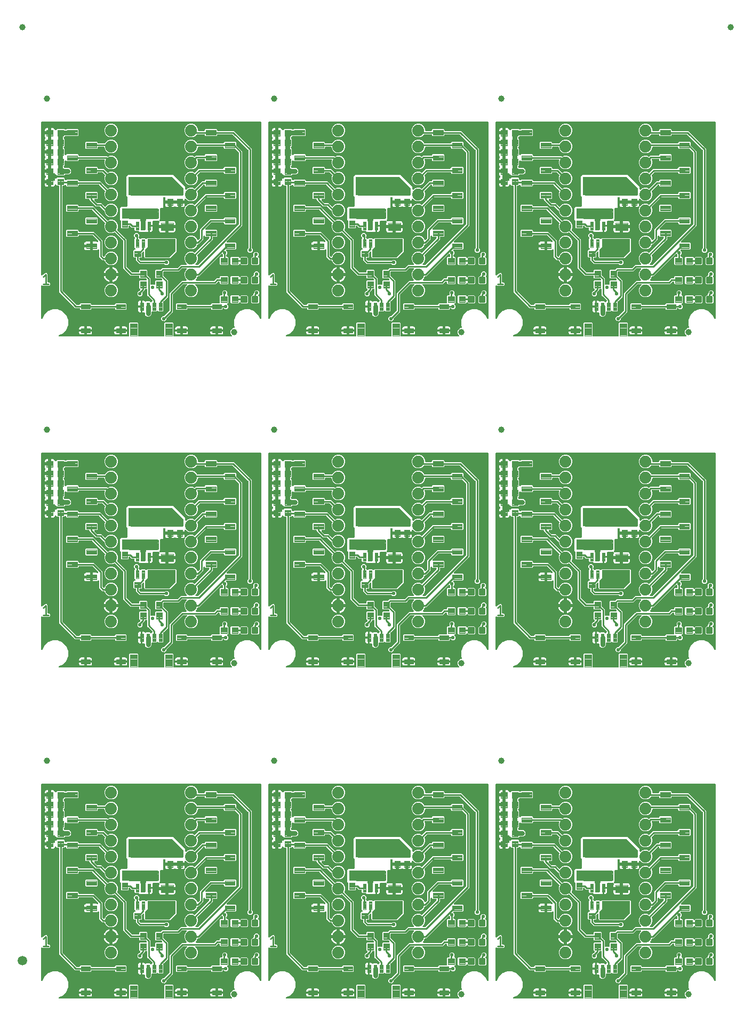
<source format=gtl>
G04 EAGLE Gerber RS-274X export*
G75*
%MOMM*%
%FSLAX34Y34*%
%LPD*%
%INTop Copper*%
%IPPOS*%
%AMOC8*
5,1,8,0,0,1.08239X$1,22.5*%
G01*
%ADD10C,0.279400*%
%ADD11C,0.096000*%
%ADD12C,0.102000*%
%ADD13C,0.100000*%
%ADD14C,1.000000*%
%ADD15C,0.099059*%
%ADD16C,1.879600*%
%ADD17C,0.300000*%
%ADD18C,0.099000*%
%ADD19C,0.101600*%
%ADD20C,1.500000*%
%ADD21C,0.254000*%
%ADD22C,0.558800*%
%ADD23C,0.762000*%
%ADD24C,0.152400*%

G36*
X141378Y3064D02*
X141378Y3064D01*
X141497Y3071D01*
X141535Y3084D01*
X141576Y3089D01*
X141686Y3132D01*
X141799Y3169D01*
X141834Y3191D01*
X141871Y3206D01*
X141967Y3275D01*
X142068Y3339D01*
X142096Y3369D01*
X142129Y3392D01*
X142205Y3484D01*
X142286Y3571D01*
X142306Y3606D01*
X142331Y3637D01*
X142382Y3745D01*
X142440Y3849D01*
X142450Y3889D01*
X142467Y3925D01*
X142489Y4042D01*
X142519Y4157D01*
X142523Y4217D01*
X142527Y4237D01*
X142525Y4258D01*
X142529Y4318D01*
X142529Y24295D01*
X143555Y25321D01*
X156045Y25321D01*
X157071Y24295D01*
X157071Y4318D01*
X157086Y4200D01*
X157093Y4081D01*
X157106Y4043D01*
X157111Y4002D01*
X157154Y3892D01*
X157191Y3779D01*
X157213Y3744D01*
X157228Y3707D01*
X157297Y3611D01*
X157361Y3510D01*
X157391Y3482D01*
X157414Y3449D01*
X157506Y3373D01*
X157593Y3292D01*
X157628Y3272D01*
X157659Y3247D01*
X157767Y3196D01*
X157871Y3138D01*
X157911Y3128D01*
X157947Y3111D01*
X158064Y3089D01*
X158179Y3059D01*
X158239Y3055D01*
X158259Y3051D01*
X158280Y3053D01*
X158340Y3049D01*
X197260Y3049D01*
X197378Y3064D01*
X197497Y3071D01*
X197535Y3084D01*
X197576Y3089D01*
X197686Y3132D01*
X197799Y3169D01*
X197834Y3191D01*
X197871Y3206D01*
X197967Y3275D01*
X198068Y3339D01*
X198096Y3369D01*
X198129Y3392D01*
X198205Y3484D01*
X198286Y3571D01*
X198306Y3606D01*
X198331Y3637D01*
X198382Y3745D01*
X198440Y3849D01*
X198450Y3889D01*
X198467Y3925D01*
X198489Y4042D01*
X198519Y4157D01*
X198523Y4217D01*
X198527Y4237D01*
X198525Y4258D01*
X198529Y4318D01*
X198529Y24295D01*
X199499Y25265D01*
X199584Y25374D01*
X199666Y25474D01*
X199781Y25410D01*
X199800Y25405D01*
X199818Y25396D01*
X199954Y25366D01*
X200089Y25331D01*
X200117Y25329D01*
X200129Y25326D01*
X200149Y25327D01*
X200249Y25321D01*
X212045Y25321D01*
X213071Y24295D01*
X213071Y4318D01*
X213086Y4200D01*
X213093Y4081D01*
X213106Y4043D01*
X213111Y4002D01*
X213154Y3892D01*
X213191Y3779D01*
X213213Y3744D01*
X213228Y3707D01*
X213297Y3611D01*
X213361Y3510D01*
X213391Y3482D01*
X213414Y3449D01*
X213506Y3373D01*
X213593Y3292D01*
X213628Y3272D01*
X213659Y3247D01*
X213767Y3196D01*
X213871Y3138D01*
X213911Y3128D01*
X213947Y3111D01*
X214064Y3089D01*
X214179Y3059D01*
X214239Y3055D01*
X214259Y3051D01*
X214280Y3053D01*
X214340Y3049D01*
X305059Y3049D01*
X305197Y3066D01*
X305335Y3079D01*
X305354Y3086D01*
X305374Y3089D01*
X305504Y3140D01*
X305635Y3187D01*
X305651Y3198D01*
X305670Y3206D01*
X305783Y3287D01*
X305898Y3365D01*
X305911Y3381D01*
X305927Y3392D01*
X306016Y3500D01*
X306108Y3604D01*
X306117Y3622D01*
X306130Y3637D01*
X306190Y3763D01*
X306253Y3887D01*
X306257Y3907D01*
X306266Y3925D01*
X306292Y4062D01*
X306322Y4197D01*
X306322Y4218D01*
X306326Y4237D01*
X306317Y4376D01*
X306313Y4515D01*
X306307Y4535D01*
X306306Y4555D01*
X306263Y4687D01*
X306224Y4821D01*
X306214Y4838D01*
X306208Y4857D01*
X306133Y4975D01*
X306063Y5095D01*
X306044Y5116D01*
X306038Y5126D01*
X306023Y5140D01*
X305956Y5215D01*
X304564Y6608D01*
X303609Y8913D01*
X303609Y11407D01*
X304564Y13712D01*
X306328Y15476D01*
X308633Y16431D01*
X309471Y16431D01*
X309520Y16437D01*
X309570Y16435D01*
X309677Y16457D01*
X309786Y16471D01*
X309833Y16489D01*
X309881Y16499D01*
X309980Y16547D01*
X310082Y16588D01*
X310122Y16617D01*
X310167Y16639D01*
X310250Y16710D01*
X310339Y16774D01*
X310371Y16813D01*
X310409Y16845D01*
X310472Y16935D01*
X310542Y17019D01*
X310563Y17064D01*
X310592Y17105D01*
X310631Y17208D01*
X310678Y17307D01*
X310687Y17356D01*
X310705Y17402D01*
X310717Y17512D01*
X310737Y17619D01*
X310734Y17669D01*
X310740Y17718D01*
X310725Y17827D01*
X310718Y17937D01*
X310702Y17984D01*
X310695Y18033D01*
X310643Y18186D01*
X309371Y21257D01*
X309371Y29543D01*
X312542Y37198D01*
X318401Y43058D01*
X326057Y46229D01*
X334343Y46229D01*
X341999Y43058D01*
X347858Y37199D01*
X350109Y31763D01*
X350144Y31702D01*
X350170Y31637D01*
X350222Y31564D01*
X350267Y31486D01*
X350316Y31436D01*
X350356Y31380D01*
X350426Y31322D01*
X350488Y31258D01*
X350548Y31221D01*
X350601Y31177D01*
X350683Y31139D01*
X350759Y31092D01*
X350826Y31071D01*
X350889Y31041D01*
X350977Y31024D01*
X351063Y30998D01*
X351133Y30995D01*
X351202Y30982D01*
X351291Y30987D01*
X351381Y30983D01*
X351449Y30997D01*
X351519Y31001D01*
X351604Y31029D01*
X351692Y31047D01*
X351755Y31078D01*
X351821Y31099D01*
X351897Y31147D01*
X351978Y31187D01*
X352031Y31232D01*
X352090Y31270D01*
X352152Y31335D01*
X352220Y31393D01*
X352260Y31450D01*
X352308Y31501D01*
X352351Y31580D01*
X352403Y31653D01*
X352428Y31719D01*
X352462Y31780D01*
X352484Y31866D01*
X352516Y31951D01*
X352524Y32020D01*
X352541Y32088D01*
X352551Y32248D01*
X352551Y342900D01*
X352536Y343018D01*
X352529Y343137D01*
X352516Y343175D01*
X352511Y343216D01*
X352468Y343326D01*
X352431Y343439D01*
X352409Y343474D01*
X352394Y343511D01*
X352325Y343607D01*
X352261Y343708D01*
X352231Y343736D01*
X352208Y343769D01*
X352116Y343845D01*
X352029Y343926D01*
X351994Y343946D01*
X351963Y343971D01*
X351855Y344022D01*
X351751Y344080D01*
X351711Y344090D01*
X351675Y344107D01*
X351558Y344129D01*
X351443Y344159D01*
X351383Y344163D01*
X351363Y344167D01*
X351342Y344165D01*
X351282Y344169D01*
X4318Y344169D01*
X4200Y344154D01*
X4081Y344147D01*
X4043Y344134D01*
X4002Y344129D01*
X3892Y344086D01*
X3779Y344049D01*
X3744Y344027D01*
X3707Y344012D01*
X3611Y343943D01*
X3510Y343879D01*
X3482Y343849D01*
X3449Y343826D01*
X3373Y343734D01*
X3292Y343647D01*
X3272Y343612D01*
X3247Y343581D01*
X3196Y343473D01*
X3138Y343369D01*
X3128Y343329D01*
X3111Y343293D01*
X3089Y343176D01*
X3059Y343061D01*
X3055Y343001D01*
X3051Y342981D01*
X3053Y342960D01*
X3049Y342900D01*
X3049Y101457D01*
X3057Y101389D01*
X3056Y101319D01*
X3077Y101231D01*
X3089Y101142D01*
X3114Y101077D01*
X3130Y101010D01*
X3172Y100930D01*
X3206Y100846D01*
X3246Y100790D01*
X3279Y100729D01*
X3339Y100662D01*
X3392Y100589D01*
X3446Y100545D01*
X3492Y100493D01*
X3568Y100444D01*
X3637Y100386D01*
X3700Y100356D01*
X3758Y100318D01*
X3844Y100289D01*
X3925Y100250D01*
X3993Y100237D01*
X4059Y100215D01*
X4149Y100208D01*
X4237Y100191D01*
X4307Y100195D01*
X4376Y100189D01*
X4465Y100205D01*
X4555Y100210D01*
X4621Y100232D01*
X4689Y100243D01*
X4772Y100281D01*
X4857Y100308D01*
X4916Y100345D01*
X4979Y100374D01*
X5111Y100466D01*
X8803Y103420D01*
X8813Y103430D01*
X8908Y103514D01*
X9575Y104181D01*
X9601Y104191D01*
X9630Y104196D01*
X9749Y104250D01*
X9762Y104255D01*
X10718Y104148D01*
X10732Y104149D01*
X10858Y104141D01*
X11801Y104141D01*
X11827Y104129D01*
X11851Y104113D01*
X11973Y104066D01*
X11986Y104061D01*
X12587Y103310D01*
X12597Y103300D01*
X12680Y103205D01*
X13348Y102538D01*
X13358Y102512D01*
X13363Y102483D01*
X13416Y102364D01*
X13421Y102351D01*
X13315Y101395D01*
X13315Y101380D01*
X13307Y101255D01*
X13307Y90424D01*
X13322Y90306D01*
X13330Y90187D01*
X13342Y90149D01*
X13347Y90108D01*
X13391Y89998D01*
X13428Y89885D01*
X13449Y89850D01*
X13464Y89813D01*
X13534Y89717D01*
X13598Y89616D01*
X13627Y89588D01*
X13651Y89555D01*
X13743Y89479D01*
X13830Y89398D01*
X13865Y89378D01*
X13896Y89353D01*
X14004Y89302D01*
X14108Y89244D01*
X14147Y89234D01*
X14184Y89217D01*
X14301Y89195D01*
X14416Y89165D01*
X14476Y89161D01*
X14496Y89157D01*
X14517Y89159D01*
X14577Y89155D01*
X15908Y89155D01*
X17470Y87592D01*
X17470Y85382D01*
X15908Y83819D01*
X5372Y83819D01*
X5216Y83976D01*
X5106Y84061D01*
X4999Y84150D01*
X4980Y84158D01*
X4964Y84171D01*
X4836Y84226D01*
X4711Y84285D01*
X4691Y84289D01*
X4672Y84297D01*
X4534Y84319D01*
X4398Y84345D01*
X4378Y84344D01*
X4358Y84347D01*
X4219Y84334D01*
X4081Y84325D01*
X4062Y84319D01*
X4042Y84317D01*
X3911Y84270D01*
X3779Y84227D01*
X3761Y84216D01*
X3742Y84210D01*
X3628Y84132D01*
X3510Y84057D01*
X3496Y84042D01*
X3479Y84031D01*
X3387Y83927D01*
X3292Y83825D01*
X3282Y83808D01*
X3269Y83793D01*
X3206Y83669D01*
X3138Y83547D01*
X3133Y83527D01*
X3124Y83509D01*
X3094Y83373D01*
X3059Y83239D01*
X3057Y83211D01*
X3054Y83199D01*
X3055Y83178D01*
X3049Y83078D01*
X3049Y32248D01*
X3057Y32179D01*
X3056Y32109D01*
X3077Y32022D01*
X3089Y31933D01*
X3114Y31868D01*
X3131Y31800D01*
X3173Y31720D01*
X3206Y31637D01*
X3247Y31581D01*
X3279Y31519D01*
X3340Y31452D01*
X3392Y31380D01*
X3446Y31335D01*
X3493Y31284D01*
X3568Y31234D01*
X3637Y31177D01*
X3701Y31147D01*
X3759Y31109D01*
X3844Y31080D01*
X3925Y31041D01*
X3994Y31028D01*
X4060Y31006D01*
X4149Y30998D01*
X4237Y30982D01*
X4307Y30986D01*
X4377Y30980D01*
X4465Y30996D01*
X4555Y31001D01*
X4621Y31023D01*
X4690Y31035D01*
X4772Y31072D01*
X4857Y31099D01*
X4916Y31137D01*
X4980Y31165D01*
X5050Y31221D01*
X5126Y31270D01*
X5174Y31320D01*
X5228Y31364D01*
X5283Y31436D01*
X5344Y31501D01*
X5378Y31562D01*
X5420Y31618D01*
X5491Y31763D01*
X7742Y37199D01*
X13601Y43058D01*
X21257Y46229D01*
X29543Y46229D01*
X37198Y43058D01*
X43058Y37198D01*
X46229Y29543D01*
X46229Y21257D01*
X43058Y13601D01*
X37199Y7742D01*
X31763Y5491D01*
X31702Y5456D01*
X31637Y5430D01*
X31564Y5378D01*
X31486Y5333D01*
X31436Y5284D01*
X31380Y5244D01*
X31322Y5174D01*
X31258Y5112D01*
X31221Y5052D01*
X31177Y4999D01*
X31139Y4917D01*
X31092Y4841D01*
X31071Y4774D01*
X31041Y4711D01*
X31024Y4623D01*
X30998Y4537D01*
X30995Y4467D01*
X30982Y4398D01*
X30987Y4309D01*
X30983Y4219D01*
X30997Y4151D01*
X31001Y4081D01*
X31029Y3996D01*
X31047Y3908D01*
X31078Y3845D01*
X31099Y3779D01*
X31147Y3703D01*
X31187Y3622D01*
X31232Y3569D01*
X31270Y3510D01*
X31335Y3448D01*
X31393Y3380D01*
X31450Y3340D01*
X31501Y3292D01*
X31580Y3249D01*
X31653Y3197D01*
X31719Y3172D01*
X31780Y3138D01*
X31866Y3116D01*
X31951Y3084D01*
X32020Y3076D01*
X32088Y3059D01*
X32248Y3049D01*
X141260Y3049D01*
X141378Y3064D01*
G37*
G36*
X502058Y1054624D02*
X502058Y1054624D01*
X502177Y1054631D01*
X502215Y1054644D01*
X502256Y1054649D01*
X502366Y1054692D01*
X502479Y1054729D01*
X502514Y1054751D01*
X502551Y1054766D01*
X502647Y1054835D01*
X502748Y1054899D01*
X502776Y1054929D01*
X502809Y1054952D01*
X502885Y1055044D01*
X502966Y1055131D01*
X502986Y1055166D01*
X503011Y1055197D01*
X503062Y1055305D01*
X503120Y1055409D01*
X503130Y1055449D01*
X503147Y1055485D01*
X503169Y1055602D01*
X503199Y1055717D01*
X503203Y1055777D01*
X503207Y1055797D01*
X503205Y1055818D01*
X503209Y1055878D01*
X503209Y1075855D01*
X504235Y1076881D01*
X516725Y1076881D01*
X517751Y1075855D01*
X517751Y1055878D01*
X517766Y1055760D01*
X517773Y1055641D01*
X517786Y1055603D01*
X517791Y1055562D01*
X517834Y1055452D01*
X517871Y1055339D01*
X517893Y1055304D01*
X517908Y1055267D01*
X517977Y1055171D01*
X518041Y1055070D01*
X518071Y1055042D01*
X518094Y1055009D01*
X518186Y1054933D01*
X518273Y1054852D01*
X518308Y1054832D01*
X518339Y1054807D01*
X518447Y1054756D01*
X518551Y1054698D01*
X518591Y1054688D01*
X518627Y1054671D01*
X518744Y1054649D01*
X518859Y1054619D01*
X518919Y1054615D01*
X518939Y1054611D01*
X518960Y1054613D01*
X519020Y1054609D01*
X557940Y1054609D01*
X558058Y1054624D01*
X558177Y1054631D01*
X558215Y1054644D01*
X558256Y1054649D01*
X558366Y1054692D01*
X558479Y1054729D01*
X558514Y1054751D01*
X558551Y1054766D01*
X558647Y1054835D01*
X558748Y1054899D01*
X558776Y1054929D01*
X558809Y1054952D01*
X558885Y1055044D01*
X558966Y1055131D01*
X558986Y1055166D01*
X559011Y1055197D01*
X559062Y1055305D01*
X559120Y1055409D01*
X559130Y1055449D01*
X559147Y1055485D01*
X559169Y1055602D01*
X559199Y1055717D01*
X559203Y1055777D01*
X559207Y1055797D01*
X559205Y1055818D01*
X559209Y1055878D01*
X559209Y1075855D01*
X560179Y1076825D01*
X560264Y1076934D01*
X560346Y1077034D01*
X560461Y1076970D01*
X560480Y1076965D01*
X560498Y1076956D01*
X560634Y1076926D01*
X560769Y1076891D01*
X560797Y1076889D01*
X560809Y1076886D01*
X560829Y1076887D01*
X560929Y1076881D01*
X572725Y1076881D01*
X573751Y1075855D01*
X573751Y1055878D01*
X573766Y1055760D01*
X573773Y1055641D01*
X573786Y1055603D01*
X573791Y1055562D01*
X573834Y1055452D01*
X573871Y1055339D01*
X573893Y1055304D01*
X573908Y1055267D01*
X573977Y1055171D01*
X574041Y1055070D01*
X574071Y1055042D01*
X574094Y1055009D01*
X574186Y1054933D01*
X574273Y1054852D01*
X574308Y1054832D01*
X574339Y1054807D01*
X574447Y1054756D01*
X574551Y1054698D01*
X574591Y1054688D01*
X574627Y1054671D01*
X574744Y1054649D01*
X574859Y1054619D01*
X574919Y1054615D01*
X574939Y1054611D01*
X574960Y1054613D01*
X575020Y1054609D01*
X665739Y1054609D01*
X665877Y1054626D01*
X666015Y1054639D01*
X666034Y1054646D01*
X666054Y1054649D01*
X666184Y1054700D01*
X666315Y1054747D01*
X666331Y1054758D01*
X666350Y1054766D01*
X666463Y1054847D01*
X666578Y1054925D01*
X666591Y1054941D01*
X666607Y1054952D01*
X666696Y1055060D01*
X666788Y1055164D01*
X666797Y1055182D01*
X666810Y1055197D01*
X666870Y1055323D01*
X666933Y1055447D01*
X666937Y1055467D01*
X666946Y1055485D01*
X666972Y1055622D01*
X667002Y1055757D01*
X667002Y1055778D01*
X667006Y1055797D01*
X666997Y1055936D01*
X666993Y1056075D01*
X666987Y1056095D01*
X666986Y1056115D01*
X666943Y1056247D01*
X666904Y1056381D01*
X666894Y1056398D01*
X666888Y1056417D01*
X666813Y1056535D01*
X666743Y1056655D01*
X666724Y1056676D01*
X666718Y1056686D01*
X666703Y1056700D01*
X666636Y1056775D01*
X665244Y1058168D01*
X664289Y1060473D01*
X664289Y1062967D01*
X665244Y1065272D01*
X667008Y1067036D01*
X669313Y1067991D01*
X670151Y1067991D01*
X670200Y1067997D01*
X670250Y1067995D01*
X670357Y1068017D01*
X670466Y1068031D01*
X670513Y1068049D01*
X670561Y1068059D01*
X670660Y1068107D01*
X670762Y1068148D01*
X670802Y1068177D01*
X670847Y1068199D01*
X670930Y1068270D01*
X671019Y1068334D01*
X671051Y1068373D01*
X671089Y1068405D01*
X671152Y1068495D01*
X671222Y1068579D01*
X671243Y1068624D01*
X671272Y1068665D01*
X671311Y1068768D01*
X671358Y1068867D01*
X671367Y1068916D01*
X671385Y1068962D01*
X671397Y1069072D01*
X671417Y1069179D01*
X671414Y1069229D01*
X671420Y1069278D01*
X671405Y1069387D01*
X671398Y1069497D01*
X671382Y1069544D01*
X671375Y1069593D01*
X671323Y1069746D01*
X670051Y1072817D01*
X670051Y1081103D01*
X673222Y1088758D01*
X679081Y1094618D01*
X686737Y1097789D01*
X695023Y1097789D01*
X702679Y1094618D01*
X708538Y1088759D01*
X710789Y1083323D01*
X710824Y1083262D01*
X710850Y1083197D01*
X710902Y1083124D01*
X710947Y1083046D01*
X710996Y1082996D01*
X711036Y1082940D01*
X711106Y1082882D01*
X711168Y1082818D01*
X711228Y1082781D01*
X711281Y1082737D01*
X711363Y1082699D01*
X711439Y1082652D01*
X711506Y1082631D01*
X711569Y1082601D01*
X711657Y1082585D01*
X711743Y1082558D01*
X711813Y1082555D01*
X711882Y1082542D01*
X711971Y1082547D01*
X712061Y1082543D01*
X712129Y1082557D01*
X712199Y1082561D01*
X712284Y1082589D01*
X712372Y1082607D01*
X712435Y1082638D01*
X712501Y1082659D01*
X712577Y1082707D01*
X712658Y1082747D01*
X712711Y1082792D01*
X712770Y1082830D01*
X712832Y1082895D01*
X712900Y1082953D01*
X712940Y1083010D01*
X712988Y1083061D01*
X713031Y1083140D01*
X713083Y1083213D01*
X713108Y1083279D01*
X713142Y1083340D01*
X713164Y1083427D01*
X713196Y1083511D01*
X713204Y1083580D01*
X713221Y1083648D01*
X713231Y1083808D01*
X713231Y1394460D01*
X713216Y1394578D01*
X713209Y1394697D01*
X713196Y1394735D01*
X713191Y1394776D01*
X713148Y1394886D01*
X713111Y1394999D01*
X713089Y1395034D01*
X713074Y1395071D01*
X713005Y1395167D01*
X712941Y1395268D01*
X712911Y1395296D01*
X712888Y1395329D01*
X712796Y1395405D01*
X712709Y1395486D01*
X712674Y1395506D01*
X712643Y1395531D01*
X712535Y1395582D01*
X712431Y1395640D01*
X712391Y1395650D01*
X712355Y1395667D01*
X712238Y1395689D01*
X712123Y1395719D01*
X712063Y1395723D01*
X712043Y1395727D01*
X712022Y1395725D01*
X711962Y1395729D01*
X364998Y1395729D01*
X364880Y1395714D01*
X364761Y1395707D01*
X364723Y1395694D01*
X364682Y1395689D01*
X364572Y1395646D01*
X364459Y1395609D01*
X364424Y1395587D01*
X364387Y1395572D01*
X364291Y1395503D01*
X364190Y1395439D01*
X364162Y1395409D01*
X364129Y1395386D01*
X364053Y1395294D01*
X363972Y1395207D01*
X363952Y1395172D01*
X363927Y1395141D01*
X363876Y1395033D01*
X363818Y1394929D01*
X363808Y1394889D01*
X363791Y1394853D01*
X363769Y1394736D01*
X363739Y1394621D01*
X363735Y1394561D01*
X363731Y1394541D01*
X363733Y1394520D01*
X363729Y1394460D01*
X363729Y1153017D01*
X363737Y1152949D01*
X363736Y1152879D01*
X363757Y1152791D01*
X363769Y1152702D01*
X363794Y1152638D01*
X363810Y1152570D01*
X363852Y1152490D01*
X363886Y1152406D01*
X363926Y1152350D01*
X363959Y1152289D01*
X364019Y1152222D01*
X364072Y1152149D01*
X364126Y1152105D01*
X364172Y1152053D01*
X364248Y1152004D01*
X364317Y1151946D01*
X364380Y1151916D01*
X364438Y1151878D01*
X364523Y1151849D01*
X364605Y1151810D01*
X364673Y1151797D01*
X364739Y1151775D01*
X364829Y1151768D01*
X364917Y1151751D01*
X364987Y1151755D01*
X365056Y1151749D01*
X365145Y1151765D01*
X365235Y1151770D01*
X365301Y1151792D01*
X365369Y1151803D01*
X365452Y1151841D01*
X365537Y1151868D01*
X365596Y1151905D01*
X365659Y1151934D01*
X365791Y1152026D01*
X369483Y1154980D01*
X369493Y1154990D01*
X369588Y1155074D01*
X370255Y1155741D01*
X370281Y1155751D01*
X370310Y1155756D01*
X370429Y1155810D01*
X370442Y1155815D01*
X371398Y1155708D01*
X371412Y1155709D01*
X371538Y1155701D01*
X372481Y1155701D01*
X372507Y1155689D01*
X372531Y1155673D01*
X372653Y1155626D01*
X372666Y1155621D01*
X373267Y1154870D01*
X373277Y1154860D01*
X373360Y1154765D01*
X374028Y1154098D01*
X374038Y1154072D01*
X374043Y1154043D01*
X374096Y1153924D01*
X374101Y1153911D01*
X373995Y1152955D01*
X373995Y1152940D01*
X373987Y1152815D01*
X373987Y1141984D01*
X374002Y1141866D01*
X374010Y1141747D01*
X374022Y1141709D01*
X374027Y1141668D01*
X374071Y1141558D01*
X374108Y1141445D01*
X374129Y1141410D01*
X374144Y1141373D01*
X374214Y1141277D01*
X374278Y1141176D01*
X374307Y1141148D01*
X374331Y1141115D01*
X374423Y1141039D01*
X374510Y1140958D01*
X374545Y1140938D01*
X374576Y1140913D01*
X374684Y1140862D01*
X374788Y1140804D01*
X374827Y1140794D01*
X374864Y1140777D01*
X374981Y1140755D01*
X375096Y1140725D01*
X375156Y1140721D01*
X375176Y1140717D01*
X375197Y1140719D01*
X375257Y1140715D01*
X376588Y1140715D01*
X378150Y1139152D01*
X378150Y1136942D01*
X376588Y1135379D01*
X366052Y1135379D01*
X365896Y1135536D01*
X365786Y1135621D01*
X365679Y1135710D01*
X365660Y1135718D01*
X365644Y1135731D01*
X365516Y1135786D01*
X365391Y1135845D01*
X365371Y1135849D01*
X365352Y1135857D01*
X365214Y1135879D01*
X365078Y1135905D01*
X365058Y1135904D01*
X365038Y1135907D01*
X364899Y1135894D01*
X364761Y1135885D01*
X364742Y1135879D01*
X364722Y1135877D01*
X364591Y1135830D01*
X364459Y1135787D01*
X364441Y1135776D01*
X364422Y1135770D01*
X364308Y1135692D01*
X364190Y1135617D01*
X364176Y1135602D01*
X364159Y1135591D01*
X364067Y1135487D01*
X363972Y1135385D01*
X363962Y1135368D01*
X363949Y1135353D01*
X363886Y1135229D01*
X363818Y1135107D01*
X363813Y1135087D01*
X363804Y1135069D01*
X363774Y1134933D01*
X363739Y1134799D01*
X363737Y1134771D01*
X363734Y1134759D01*
X363735Y1134738D01*
X363729Y1134638D01*
X363729Y1083808D01*
X363737Y1083739D01*
X363736Y1083669D01*
X363757Y1083582D01*
X363769Y1083493D01*
X363794Y1083428D01*
X363811Y1083360D01*
X363853Y1083280D01*
X363886Y1083197D01*
X363927Y1083141D01*
X363959Y1083079D01*
X364020Y1083012D01*
X364072Y1082940D01*
X364126Y1082895D01*
X364173Y1082844D01*
X364248Y1082794D01*
X364317Y1082737D01*
X364381Y1082707D01*
X364439Y1082669D01*
X364524Y1082640D01*
X364605Y1082601D01*
X364674Y1082588D01*
X364740Y1082566D01*
X364829Y1082558D01*
X364917Y1082542D01*
X364987Y1082546D01*
X365057Y1082540D01*
X365145Y1082556D01*
X365235Y1082561D01*
X365301Y1082583D01*
X365370Y1082595D01*
X365452Y1082632D01*
X365537Y1082659D01*
X365596Y1082697D01*
X365660Y1082725D01*
X365730Y1082781D01*
X365806Y1082830D01*
X365854Y1082880D01*
X365908Y1082924D01*
X365963Y1082996D01*
X366024Y1083061D01*
X366058Y1083122D01*
X366100Y1083178D01*
X366171Y1083323D01*
X368422Y1088759D01*
X374281Y1094618D01*
X381937Y1097789D01*
X390223Y1097789D01*
X397879Y1094618D01*
X403738Y1088759D01*
X406909Y1081103D01*
X406909Y1072817D01*
X403738Y1065162D01*
X397878Y1059302D01*
X392443Y1057051D01*
X392382Y1057016D01*
X392317Y1056990D01*
X392244Y1056938D01*
X392166Y1056893D01*
X392116Y1056844D01*
X392060Y1056804D01*
X392002Y1056734D01*
X391938Y1056672D01*
X391901Y1056612D01*
X391857Y1056559D01*
X391819Y1056477D01*
X391772Y1056401D01*
X391751Y1056334D01*
X391721Y1056271D01*
X391704Y1056183D01*
X391678Y1056097D01*
X391675Y1056027D01*
X391662Y1055958D01*
X391667Y1055869D01*
X391663Y1055779D01*
X391677Y1055711D01*
X391681Y1055641D01*
X391709Y1055556D01*
X391727Y1055468D01*
X391758Y1055405D01*
X391779Y1055339D01*
X391827Y1055263D01*
X391867Y1055182D01*
X391912Y1055129D01*
X391950Y1055070D01*
X392015Y1055008D01*
X392073Y1054940D01*
X392130Y1054900D01*
X392181Y1054852D01*
X392260Y1054809D01*
X392333Y1054757D01*
X392399Y1054732D01*
X392460Y1054698D01*
X392546Y1054676D01*
X392631Y1054644D01*
X392700Y1054636D01*
X392768Y1054619D01*
X392928Y1054609D01*
X501940Y1054609D01*
X502058Y1054624D01*
G37*
G36*
X502058Y528844D02*
X502058Y528844D01*
X502177Y528851D01*
X502215Y528864D01*
X502256Y528869D01*
X502366Y528912D01*
X502479Y528949D01*
X502514Y528971D01*
X502551Y528986D01*
X502647Y529055D01*
X502748Y529119D01*
X502776Y529149D01*
X502809Y529172D01*
X502885Y529264D01*
X502966Y529351D01*
X502986Y529386D01*
X503011Y529417D01*
X503062Y529525D01*
X503120Y529629D01*
X503130Y529669D01*
X503147Y529705D01*
X503169Y529822D01*
X503199Y529937D01*
X503203Y529997D01*
X503207Y530017D01*
X503205Y530038D01*
X503209Y530098D01*
X503209Y550075D01*
X504235Y551101D01*
X516725Y551101D01*
X517751Y550075D01*
X517751Y530098D01*
X517766Y529980D01*
X517773Y529861D01*
X517786Y529823D01*
X517791Y529782D01*
X517834Y529672D01*
X517871Y529559D01*
X517893Y529524D01*
X517908Y529487D01*
X517977Y529391D01*
X518041Y529290D01*
X518071Y529262D01*
X518094Y529229D01*
X518186Y529153D01*
X518273Y529072D01*
X518308Y529052D01*
X518339Y529027D01*
X518447Y528976D01*
X518551Y528918D01*
X518591Y528908D01*
X518627Y528891D01*
X518744Y528869D01*
X518859Y528839D01*
X518919Y528835D01*
X518939Y528831D01*
X518960Y528833D01*
X519020Y528829D01*
X557940Y528829D01*
X558058Y528844D01*
X558177Y528851D01*
X558215Y528864D01*
X558256Y528869D01*
X558366Y528912D01*
X558479Y528949D01*
X558514Y528971D01*
X558551Y528986D01*
X558647Y529055D01*
X558748Y529119D01*
X558776Y529149D01*
X558809Y529172D01*
X558885Y529264D01*
X558966Y529351D01*
X558986Y529386D01*
X559011Y529417D01*
X559062Y529525D01*
X559120Y529629D01*
X559130Y529669D01*
X559147Y529705D01*
X559169Y529822D01*
X559199Y529937D01*
X559203Y529997D01*
X559207Y530017D01*
X559205Y530038D01*
X559209Y530098D01*
X559209Y550075D01*
X560179Y551045D01*
X560264Y551154D01*
X560346Y551254D01*
X560461Y551190D01*
X560480Y551185D01*
X560498Y551176D01*
X560634Y551146D01*
X560769Y551111D01*
X560797Y551109D01*
X560809Y551106D01*
X560829Y551107D01*
X560929Y551101D01*
X572725Y551101D01*
X573751Y550075D01*
X573751Y530098D01*
X573766Y529980D01*
X573773Y529861D01*
X573786Y529823D01*
X573791Y529782D01*
X573834Y529672D01*
X573871Y529559D01*
X573893Y529524D01*
X573908Y529487D01*
X573977Y529391D01*
X574041Y529290D01*
X574071Y529262D01*
X574094Y529229D01*
X574186Y529153D01*
X574273Y529072D01*
X574308Y529052D01*
X574339Y529027D01*
X574447Y528976D01*
X574551Y528918D01*
X574591Y528908D01*
X574627Y528891D01*
X574744Y528869D01*
X574859Y528839D01*
X574919Y528835D01*
X574939Y528831D01*
X574960Y528833D01*
X575020Y528829D01*
X665739Y528829D01*
X665877Y528846D01*
X666015Y528859D01*
X666034Y528866D01*
X666054Y528869D01*
X666184Y528920D01*
X666315Y528967D01*
X666331Y528978D01*
X666350Y528986D01*
X666463Y529067D01*
X666578Y529145D01*
X666591Y529161D01*
X666607Y529172D01*
X666696Y529280D01*
X666788Y529384D01*
X666797Y529402D01*
X666810Y529417D01*
X666870Y529543D01*
X666933Y529667D01*
X666937Y529687D01*
X666946Y529705D01*
X666972Y529842D01*
X667002Y529977D01*
X667002Y529998D01*
X667006Y530017D01*
X666997Y530156D01*
X666993Y530295D01*
X666987Y530315D01*
X666986Y530335D01*
X666943Y530467D01*
X666904Y530601D01*
X666894Y530618D01*
X666888Y530637D01*
X666813Y530755D01*
X666743Y530875D01*
X666724Y530896D01*
X666718Y530906D01*
X666703Y530920D01*
X666636Y530995D01*
X665244Y532388D01*
X664289Y534693D01*
X664289Y537187D01*
X665244Y539492D01*
X667008Y541256D01*
X669313Y542211D01*
X670151Y542211D01*
X670200Y542217D01*
X670250Y542215D01*
X670357Y542237D01*
X670466Y542251D01*
X670512Y542269D01*
X670561Y542279D01*
X670660Y542327D01*
X670762Y542368D01*
X670802Y542397D01*
X670847Y542419D01*
X670930Y542490D01*
X671019Y542554D01*
X671051Y542593D01*
X671089Y542625D01*
X671152Y542715D01*
X671222Y542799D01*
X671243Y542844D01*
X671272Y542885D01*
X671311Y542988D01*
X671358Y543087D01*
X671367Y543136D01*
X671385Y543182D01*
X671397Y543292D01*
X671417Y543399D01*
X671414Y543449D01*
X671420Y543498D01*
X671405Y543607D01*
X671398Y543717D01*
X671382Y543764D01*
X671375Y543813D01*
X671323Y543966D01*
X670051Y547037D01*
X670051Y555323D01*
X673222Y562979D01*
X679081Y568838D01*
X686737Y572009D01*
X695023Y572009D01*
X702679Y568838D01*
X708538Y562979D01*
X710789Y557543D01*
X710824Y557482D01*
X710850Y557417D01*
X710902Y557344D01*
X710947Y557266D01*
X710996Y557216D01*
X711036Y557160D01*
X711106Y557102D01*
X711168Y557038D01*
X711228Y557001D01*
X711281Y556957D01*
X711363Y556919D01*
X711439Y556872D01*
X711506Y556851D01*
X711569Y556821D01*
X711657Y556804D01*
X711743Y556778D01*
X711813Y556775D01*
X711882Y556762D01*
X711971Y556767D01*
X712061Y556763D01*
X712129Y556777D01*
X712199Y556781D01*
X712284Y556809D01*
X712372Y556827D01*
X712435Y556858D01*
X712501Y556879D01*
X712577Y556927D01*
X712658Y556967D01*
X712711Y557012D01*
X712770Y557050D01*
X712832Y557115D01*
X712900Y557173D01*
X712940Y557230D01*
X712988Y557281D01*
X713031Y557360D01*
X713083Y557433D01*
X713108Y557499D01*
X713142Y557560D01*
X713164Y557646D01*
X713196Y557731D01*
X713204Y557800D01*
X713221Y557868D01*
X713231Y558028D01*
X713231Y868680D01*
X713216Y868798D01*
X713209Y868917D01*
X713196Y868955D01*
X713191Y868996D01*
X713148Y869106D01*
X713111Y869219D01*
X713089Y869254D01*
X713074Y869291D01*
X713005Y869387D01*
X712941Y869488D01*
X712911Y869516D01*
X712888Y869549D01*
X712796Y869625D01*
X712709Y869706D01*
X712674Y869726D01*
X712643Y869751D01*
X712535Y869802D01*
X712431Y869860D01*
X712391Y869870D01*
X712355Y869887D01*
X712238Y869909D01*
X712123Y869939D01*
X712063Y869943D01*
X712043Y869947D01*
X712022Y869945D01*
X711962Y869949D01*
X364998Y869949D01*
X364880Y869934D01*
X364761Y869927D01*
X364723Y869914D01*
X364682Y869909D01*
X364572Y869866D01*
X364459Y869829D01*
X364424Y869807D01*
X364387Y869792D01*
X364291Y869723D01*
X364190Y869659D01*
X364162Y869629D01*
X364129Y869606D01*
X364053Y869514D01*
X363972Y869427D01*
X363952Y869392D01*
X363927Y869361D01*
X363876Y869253D01*
X363818Y869149D01*
X363808Y869109D01*
X363791Y869073D01*
X363769Y868956D01*
X363739Y868841D01*
X363735Y868781D01*
X363731Y868761D01*
X363733Y868740D01*
X363729Y868680D01*
X363729Y627237D01*
X363737Y627169D01*
X363736Y627099D01*
X363757Y627011D01*
X363769Y626922D01*
X363794Y626857D01*
X363810Y626790D01*
X363852Y626710D01*
X363886Y626626D01*
X363926Y626570D01*
X363959Y626509D01*
X364019Y626442D01*
X364072Y626369D01*
X364126Y626325D01*
X364172Y626273D01*
X364248Y626224D01*
X364317Y626166D01*
X364380Y626136D01*
X364438Y626098D01*
X364524Y626069D01*
X364605Y626030D01*
X364673Y626017D01*
X364739Y625995D01*
X364829Y625988D01*
X364917Y625971D01*
X364987Y625975D01*
X365056Y625969D01*
X365145Y625985D01*
X365235Y625990D01*
X365301Y626012D01*
X365369Y626023D01*
X365452Y626061D01*
X365537Y626088D01*
X365596Y626125D01*
X365659Y626154D01*
X365791Y626246D01*
X369483Y629200D01*
X369493Y629210D01*
X369588Y629294D01*
X370255Y629961D01*
X370281Y629971D01*
X370310Y629976D01*
X370429Y630030D01*
X370442Y630035D01*
X371398Y629928D01*
X371412Y629929D01*
X371538Y629921D01*
X372481Y629921D01*
X372507Y629909D01*
X372531Y629893D01*
X372653Y629846D01*
X372666Y629841D01*
X373267Y629090D01*
X373277Y629080D01*
X373360Y628985D01*
X374028Y628318D01*
X374038Y628292D01*
X374043Y628263D01*
X374096Y628144D01*
X374101Y628131D01*
X373995Y627175D01*
X373995Y627160D01*
X373987Y627035D01*
X373987Y616204D01*
X374002Y616086D01*
X374010Y615967D01*
X374022Y615929D01*
X374027Y615888D01*
X374071Y615778D01*
X374108Y615665D01*
X374129Y615630D01*
X374144Y615593D01*
X374214Y615497D01*
X374278Y615396D01*
X374307Y615368D01*
X374331Y615335D01*
X374423Y615259D01*
X374510Y615178D01*
X374545Y615158D01*
X374576Y615133D01*
X374684Y615082D01*
X374788Y615024D01*
X374827Y615014D01*
X374864Y614997D01*
X374981Y614975D01*
X375096Y614945D01*
X375156Y614941D01*
X375176Y614937D01*
X375197Y614939D01*
X375257Y614935D01*
X376588Y614935D01*
X378150Y613372D01*
X378150Y611162D01*
X376588Y609599D01*
X366052Y609599D01*
X365896Y609756D01*
X365786Y609841D01*
X365679Y609930D01*
X365660Y609938D01*
X365644Y609951D01*
X365516Y610006D01*
X365391Y610065D01*
X365371Y610069D01*
X365352Y610077D01*
X365214Y610099D01*
X365078Y610125D01*
X365058Y610124D01*
X365038Y610127D01*
X364899Y610114D01*
X364761Y610105D01*
X364742Y610099D01*
X364722Y610097D01*
X364591Y610050D01*
X364459Y610007D01*
X364441Y609996D01*
X364422Y609990D01*
X364308Y609912D01*
X364190Y609837D01*
X364176Y609822D01*
X364159Y609811D01*
X364067Y609707D01*
X363972Y609605D01*
X363962Y609588D01*
X363949Y609573D01*
X363886Y609449D01*
X363818Y609327D01*
X363813Y609307D01*
X363804Y609289D01*
X363774Y609153D01*
X363739Y609019D01*
X363737Y608991D01*
X363734Y608979D01*
X363735Y608958D01*
X363729Y608858D01*
X363729Y558028D01*
X363737Y557959D01*
X363736Y557889D01*
X363757Y557802D01*
X363769Y557713D01*
X363794Y557648D01*
X363811Y557580D01*
X363853Y557501D01*
X363886Y557417D01*
X363927Y557361D01*
X363959Y557299D01*
X364020Y557232D01*
X364072Y557160D01*
X364126Y557115D01*
X364173Y557064D01*
X364248Y557014D01*
X364317Y556957D01*
X364381Y556927D01*
X364439Y556889D01*
X364524Y556860D01*
X364605Y556821D01*
X364674Y556808D01*
X364740Y556786D01*
X364829Y556778D01*
X364917Y556762D01*
X364987Y556766D01*
X365057Y556760D01*
X365145Y556776D01*
X365235Y556781D01*
X365301Y556803D01*
X365370Y556815D01*
X365452Y556852D01*
X365537Y556879D01*
X365596Y556917D01*
X365660Y556945D01*
X365730Y557001D01*
X365806Y557050D01*
X365854Y557100D01*
X365908Y557144D01*
X365963Y557216D01*
X366024Y557281D01*
X366058Y557342D01*
X366100Y557398D01*
X366171Y557543D01*
X368422Y562978D01*
X374282Y568838D01*
X381937Y572009D01*
X390223Y572009D01*
X397879Y568838D01*
X403738Y562979D01*
X406909Y555323D01*
X406909Y547037D01*
X403738Y539381D01*
X397879Y533522D01*
X392443Y531271D01*
X392382Y531236D01*
X392317Y531210D01*
X392244Y531158D01*
X392166Y531113D01*
X392116Y531064D01*
X392060Y531024D01*
X392002Y530954D01*
X391938Y530892D01*
X391901Y530832D01*
X391857Y530779D01*
X391819Y530697D01*
X391772Y530621D01*
X391751Y530554D01*
X391721Y530491D01*
X391704Y530403D01*
X391678Y530317D01*
X391675Y530247D01*
X391662Y530178D01*
X391667Y530089D01*
X391663Y529999D01*
X391677Y529931D01*
X391681Y529861D01*
X391709Y529776D01*
X391727Y529688D01*
X391758Y529625D01*
X391779Y529559D01*
X391827Y529483D01*
X391867Y529402D01*
X391912Y529349D01*
X391950Y529290D01*
X392015Y529228D01*
X392073Y529160D01*
X392130Y529120D01*
X392181Y529072D01*
X392260Y529029D01*
X392333Y528977D01*
X392399Y528952D01*
X392460Y528918D01*
X392546Y528896D01*
X392631Y528864D01*
X392700Y528856D01*
X392768Y528839D01*
X392928Y528829D01*
X501940Y528829D01*
X502058Y528844D01*
G37*
G36*
X862738Y528844D02*
X862738Y528844D01*
X862857Y528851D01*
X862895Y528864D01*
X862936Y528869D01*
X863046Y528912D01*
X863159Y528949D01*
X863194Y528971D01*
X863231Y528986D01*
X863327Y529055D01*
X863428Y529119D01*
X863456Y529149D01*
X863489Y529172D01*
X863565Y529264D01*
X863646Y529351D01*
X863666Y529386D01*
X863691Y529417D01*
X863742Y529525D01*
X863800Y529629D01*
X863810Y529669D01*
X863827Y529705D01*
X863849Y529822D01*
X863879Y529937D01*
X863883Y529997D01*
X863887Y530017D01*
X863885Y530038D01*
X863889Y530098D01*
X863889Y550075D01*
X864915Y551101D01*
X877405Y551101D01*
X878431Y550075D01*
X878431Y530098D01*
X878446Y529980D01*
X878453Y529861D01*
X878466Y529823D01*
X878471Y529782D01*
X878514Y529672D01*
X878551Y529559D01*
X878573Y529524D01*
X878588Y529487D01*
X878657Y529391D01*
X878721Y529290D01*
X878751Y529262D01*
X878774Y529229D01*
X878866Y529153D01*
X878953Y529072D01*
X878988Y529052D01*
X879019Y529027D01*
X879127Y528976D01*
X879231Y528918D01*
X879271Y528908D01*
X879307Y528891D01*
X879424Y528869D01*
X879539Y528839D01*
X879599Y528835D01*
X879619Y528831D01*
X879640Y528833D01*
X879700Y528829D01*
X918620Y528829D01*
X918738Y528844D01*
X918857Y528851D01*
X918895Y528864D01*
X918936Y528869D01*
X919046Y528912D01*
X919159Y528949D01*
X919194Y528971D01*
X919231Y528986D01*
X919327Y529055D01*
X919428Y529119D01*
X919456Y529149D01*
X919489Y529172D01*
X919565Y529264D01*
X919646Y529351D01*
X919666Y529386D01*
X919691Y529417D01*
X919742Y529525D01*
X919800Y529629D01*
X919810Y529669D01*
X919827Y529705D01*
X919849Y529822D01*
X919879Y529937D01*
X919883Y529997D01*
X919887Y530017D01*
X919885Y530038D01*
X919889Y530098D01*
X919889Y550075D01*
X920859Y551045D01*
X920944Y551154D01*
X921026Y551254D01*
X921141Y551190D01*
X921160Y551185D01*
X921178Y551176D01*
X921314Y551146D01*
X921449Y551111D01*
X921477Y551109D01*
X921489Y551106D01*
X921509Y551107D01*
X921609Y551101D01*
X933405Y551101D01*
X934431Y550075D01*
X934431Y530098D01*
X934446Y529980D01*
X934453Y529861D01*
X934466Y529823D01*
X934471Y529782D01*
X934514Y529672D01*
X934551Y529559D01*
X934573Y529524D01*
X934588Y529487D01*
X934657Y529391D01*
X934721Y529290D01*
X934751Y529262D01*
X934774Y529229D01*
X934866Y529153D01*
X934953Y529072D01*
X934988Y529052D01*
X935019Y529027D01*
X935127Y528976D01*
X935231Y528918D01*
X935271Y528908D01*
X935307Y528891D01*
X935424Y528869D01*
X935539Y528839D01*
X935599Y528835D01*
X935619Y528831D01*
X935640Y528833D01*
X935700Y528829D01*
X1026419Y528829D01*
X1026557Y528846D01*
X1026695Y528859D01*
X1026714Y528866D01*
X1026734Y528869D01*
X1026864Y528920D01*
X1026995Y528967D01*
X1027011Y528978D01*
X1027030Y528986D01*
X1027143Y529067D01*
X1027258Y529145D01*
X1027271Y529161D01*
X1027287Y529172D01*
X1027376Y529280D01*
X1027468Y529384D01*
X1027477Y529402D01*
X1027490Y529417D01*
X1027550Y529543D01*
X1027613Y529667D01*
X1027617Y529687D01*
X1027626Y529705D01*
X1027652Y529842D01*
X1027682Y529977D01*
X1027682Y529998D01*
X1027686Y530017D01*
X1027677Y530156D01*
X1027673Y530295D01*
X1027667Y530315D01*
X1027666Y530335D01*
X1027623Y530467D01*
X1027584Y530601D01*
X1027574Y530618D01*
X1027568Y530637D01*
X1027493Y530755D01*
X1027423Y530875D01*
X1027404Y530896D01*
X1027398Y530906D01*
X1027383Y530920D01*
X1027316Y530995D01*
X1025924Y532388D01*
X1024969Y534693D01*
X1024969Y537187D01*
X1025924Y539492D01*
X1027688Y541256D01*
X1029993Y542211D01*
X1030831Y542211D01*
X1030880Y542217D01*
X1030930Y542215D01*
X1031037Y542237D01*
X1031146Y542251D01*
X1031193Y542269D01*
X1031241Y542279D01*
X1031340Y542327D01*
X1031442Y542368D01*
X1031482Y542397D01*
X1031527Y542419D01*
X1031610Y542490D01*
X1031699Y542554D01*
X1031731Y542593D01*
X1031769Y542625D01*
X1031832Y542715D01*
X1031902Y542799D01*
X1031923Y542844D01*
X1031952Y542885D01*
X1031991Y542988D01*
X1032038Y543087D01*
X1032047Y543136D01*
X1032065Y543182D01*
X1032077Y543292D01*
X1032097Y543399D01*
X1032094Y543449D01*
X1032100Y543498D01*
X1032085Y543607D01*
X1032078Y543717D01*
X1032062Y543764D01*
X1032055Y543813D01*
X1032003Y543966D01*
X1030731Y547037D01*
X1030731Y555323D01*
X1033902Y562979D01*
X1039761Y568838D01*
X1047417Y572009D01*
X1055703Y572009D01*
X1063358Y568838D01*
X1069218Y562978D01*
X1071469Y557543D01*
X1071504Y557482D01*
X1071530Y557417D01*
X1071582Y557344D01*
X1071627Y557266D01*
X1071675Y557216D01*
X1071716Y557160D01*
X1071786Y557102D01*
X1071848Y557038D01*
X1071908Y557001D01*
X1071961Y556957D01*
X1072043Y556919D01*
X1072119Y556872D01*
X1072186Y556851D01*
X1072249Y556821D01*
X1072337Y556804D01*
X1072423Y556778D01*
X1072493Y556775D01*
X1072562Y556762D01*
X1072651Y556767D01*
X1072741Y556763D01*
X1072809Y556777D01*
X1072879Y556781D01*
X1072964Y556809D01*
X1073052Y556827D01*
X1073115Y556858D01*
X1073181Y556879D01*
X1073257Y556927D01*
X1073338Y556967D01*
X1073391Y557012D01*
X1073450Y557050D01*
X1073512Y557115D01*
X1073580Y557173D01*
X1073620Y557230D01*
X1073668Y557281D01*
X1073711Y557360D01*
X1073763Y557433D01*
X1073788Y557499D01*
X1073822Y557560D01*
X1073844Y557646D01*
X1073876Y557731D01*
X1073884Y557800D01*
X1073901Y557868D01*
X1073911Y558028D01*
X1073911Y868680D01*
X1073896Y868798D01*
X1073889Y868917D01*
X1073876Y868955D01*
X1073871Y868996D01*
X1073828Y869106D01*
X1073791Y869219D01*
X1073769Y869254D01*
X1073754Y869291D01*
X1073685Y869387D01*
X1073621Y869488D01*
X1073591Y869516D01*
X1073568Y869549D01*
X1073476Y869625D01*
X1073389Y869706D01*
X1073354Y869726D01*
X1073323Y869751D01*
X1073215Y869802D01*
X1073111Y869860D01*
X1073071Y869870D01*
X1073035Y869887D01*
X1072918Y869909D01*
X1072803Y869939D01*
X1072743Y869943D01*
X1072723Y869947D01*
X1072702Y869945D01*
X1072642Y869949D01*
X725678Y869949D01*
X725560Y869934D01*
X725441Y869927D01*
X725403Y869914D01*
X725362Y869909D01*
X725252Y869866D01*
X725139Y869829D01*
X725104Y869807D01*
X725067Y869792D01*
X724971Y869723D01*
X724870Y869659D01*
X724842Y869629D01*
X724809Y869606D01*
X724733Y869514D01*
X724652Y869427D01*
X724632Y869392D01*
X724607Y869361D01*
X724556Y869253D01*
X724498Y869149D01*
X724488Y869109D01*
X724471Y869073D01*
X724449Y868956D01*
X724419Y868841D01*
X724415Y868781D01*
X724411Y868761D01*
X724413Y868740D01*
X724409Y868680D01*
X724409Y627237D01*
X724417Y627169D01*
X724416Y627099D01*
X724437Y627011D01*
X724449Y626922D01*
X724474Y626857D01*
X724490Y626790D01*
X724532Y626710D01*
X724566Y626626D01*
X724606Y626570D01*
X724639Y626509D01*
X724699Y626442D01*
X724752Y626369D01*
X724806Y626325D01*
X724852Y626273D01*
X724928Y626224D01*
X724997Y626166D01*
X725060Y626136D01*
X725118Y626098D01*
X725204Y626069D01*
X725285Y626030D01*
X725353Y626017D01*
X725419Y625995D01*
X725509Y625988D01*
X725597Y625971D01*
X725667Y625975D01*
X725736Y625969D01*
X725825Y625985D01*
X725915Y625990D01*
X725981Y626012D01*
X726049Y626023D01*
X726132Y626061D01*
X726217Y626088D01*
X726276Y626125D01*
X726339Y626154D01*
X726471Y626246D01*
X730163Y629200D01*
X730173Y629210D01*
X730268Y629294D01*
X730935Y629961D01*
X730961Y629971D01*
X730990Y629976D01*
X731109Y630030D01*
X731122Y630035D01*
X732078Y629928D01*
X732092Y629929D01*
X732218Y629921D01*
X733161Y629921D01*
X733187Y629909D01*
X733211Y629893D01*
X733333Y629846D01*
X733346Y629841D01*
X733947Y629090D01*
X733957Y629080D01*
X734040Y628985D01*
X734708Y628318D01*
X734718Y628292D01*
X734723Y628263D01*
X734776Y628144D01*
X734781Y628131D01*
X734675Y627175D01*
X734675Y627160D01*
X734667Y627035D01*
X734667Y616204D01*
X734682Y616086D01*
X734690Y615967D01*
X734702Y615929D01*
X734707Y615888D01*
X734751Y615778D01*
X734788Y615665D01*
X734809Y615630D01*
X734824Y615593D01*
X734894Y615497D01*
X734958Y615396D01*
X734987Y615368D01*
X735011Y615335D01*
X735103Y615259D01*
X735190Y615178D01*
X735225Y615158D01*
X735256Y615133D01*
X735364Y615082D01*
X735468Y615024D01*
X735507Y615014D01*
X735544Y614997D01*
X735661Y614975D01*
X735776Y614945D01*
X735836Y614941D01*
X735856Y614937D01*
X735877Y614939D01*
X735937Y614935D01*
X737268Y614935D01*
X738830Y613372D01*
X738830Y611162D01*
X737268Y609599D01*
X726732Y609599D01*
X726576Y609756D01*
X726466Y609841D01*
X726359Y609930D01*
X726340Y609938D01*
X726324Y609951D01*
X726196Y610006D01*
X726071Y610065D01*
X726051Y610069D01*
X726032Y610077D01*
X725894Y610099D01*
X725758Y610125D01*
X725738Y610124D01*
X725718Y610127D01*
X725579Y610114D01*
X725441Y610105D01*
X725422Y610099D01*
X725402Y610097D01*
X725271Y610050D01*
X725139Y610007D01*
X725121Y609996D01*
X725102Y609990D01*
X724988Y609912D01*
X724870Y609837D01*
X724856Y609822D01*
X724839Y609811D01*
X724747Y609707D01*
X724652Y609605D01*
X724642Y609588D01*
X724629Y609573D01*
X724566Y609449D01*
X724498Y609327D01*
X724493Y609307D01*
X724484Y609289D01*
X724454Y609153D01*
X724419Y609019D01*
X724417Y608991D01*
X724414Y608979D01*
X724415Y608958D01*
X724409Y608858D01*
X724409Y558028D01*
X724417Y557959D01*
X724416Y557889D01*
X724437Y557802D01*
X724449Y557713D01*
X724474Y557648D01*
X724491Y557580D01*
X724533Y557500D01*
X724566Y557417D01*
X724607Y557361D01*
X724639Y557299D01*
X724700Y557232D01*
X724752Y557160D01*
X724806Y557115D01*
X724853Y557064D01*
X724928Y557014D01*
X724997Y556957D01*
X725061Y556927D01*
X725119Y556889D01*
X725204Y556860D01*
X725285Y556821D01*
X725354Y556808D01*
X725420Y556786D01*
X725509Y556778D01*
X725597Y556762D01*
X725667Y556766D01*
X725737Y556760D01*
X725825Y556776D01*
X725915Y556781D01*
X725981Y556803D01*
X726050Y556815D01*
X726132Y556852D01*
X726217Y556879D01*
X726276Y556917D01*
X726340Y556945D01*
X726410Y557001D01*
X726486Y557050D01*
X726534Y557100D01*
X726588Y557144D01*
X726643Y557216D01*
X726704Y557281D01*
X726738Y557342D01*
X726780Y557398D01*
X726851Y557543D01*
X729102Y562979D01*
X734961Y568838D01*
X742617Y572009D01*
X750903Y572009D01*
X758559Y568838D01*
X764418Y562979D01*
X767589Y555323D01*
X767589Y547037D01*
X764418Y539381D01*
X758559Y533522D01*
X753123Y531271D01*
X753062Y531236D01*
X752997Y531210D01*
X752924Y531158D01*
X752846Y531113D01*
X752796Y531064D01*
X752740Y531024D01*
X752682Y530954D01*
X752618Y530892D01*
X752581Y530832D01*
X752537Y530779D01*
X752499Y530697D01*
X752452Y530621D01*
X752431Y530554D01*
X752401Y530491D01*
X752384Y530403D01*
X752358Y530317D01*
X752355Y530247D01*
X752342Y530178D01*
X752347Y530089D01*
X752343Y529999D01*
X752357Y529931D01*
X752361Y529861D01*
X752389Y529776D01*
X752407Y529688D01*
X752438Y529625D01*
X752459Y529559D01*
X752507Y529483D01*
X752547Y529402D01*
X752592Y529349D01*
X752630Y529290D01*
X752695Y529228D01*
X752753Y529160D01*
X752810Y529120D01*
X752861Y529072D01*
X752940Y529029D01*
X753013Y528977D01*
X753079Y528952D01*
X753140Y528918D01*
X753226Y528896D01*
X753311Y528864D01*
X753380Y528856D01*
X753448Y528839D01*
X753608Y528829D01*
X862620Y528829D01*
X862738Y528844D01*
G37*
G36*
X502058Y3064D02*
X502058Y3064D01*
X502177Y3071D01*
X502215Y3084D01*
X502256Y3089D01*
X502366Y3132D01*
X502479Y3169D01*
X502514Y3191D01*
X502551Y3206D01*
X502647Y3275D01*
X502748Y3339D01*
X502776Y3369D01*
X502809Y3392D01*
X502885Y3484D01*
X502966Y3571D01*
X502986Y3606D01*
X503011Y3637D01*
X503062Y3745D01*
X503120Y3849D01*
X503130Y3889D01*
X503147Y3925D01*
X503169Y4042D01*
X503199Y4157D01*
X503203Y4217D01*
X503207Y4237D01*
X503205Y4258D01*
X503209Y4318D01*
X503209Y24295D01*
X504235Y25321D01*
X516725Y25321D01*
X517751Y24295D01*
X517751Y4318D01*
X517766Y4200D01*
X517773Y4081D01*
X517786Y4043D01*
X517791Y4002D01*
X517834Y3892D01*
X517871Y3779D01*
X517893Y3744D01*
X517908Y3707D01*
X517977Y3611D01*
X518041Y3510D01*
X518071Y3482D01*
X518094Y3449D01*
X518186Y3373D01*
X518273Y3292D01*
X518308Y3272D01*
X518339Y3247D01*
X518447Y3196D01*
X518551Y3138D01*
X518591Y3128D01*
X518627Y3111D01*
X518744Y3089D01*
X518859Y3059D01*
X518919Y3055D01*
X518939Y3051D01*
X518960Y3053D01*
X519020Y3049D01*
X557940Y3049D01*
X558058Y3064D01*
X558177Y3071D01*
X558215Y3084D01*
X558256Y3089D01*
X558366Y3132D01*
X558479Y3169D01*
X558514Y3191D01*
X558551Y3206D01*
X558647Y3275D01*
X558748Y3339D01*
X558776Y3369D01*
X558809Y3392D01*
X558885Y3484D01*
X558966Y3571D01*
X558986Y3606D01*
X559011Y3637D01*
X559062Y3745D01*
X559120Y3849D01*
X559130Y3889D01*
X559147Y3925D01*
X559169Y4042D01*
X559199Y4157D01*
X559203Y4217D01*
X559207Y4237D01*
X559205Y4258D01*
X559209Y4318D01*
X559209Y24295D01*
X560179Y25265D01*
X560264Y25374D01*
X560346Y25474D01*
X560461Y25410D01*
X560480Y25405D01*
X560498Y25396D01*
X560634Y25366D01*
X560769Y25331D01*
X560797Y25329D01*
X560809Y25326D01*
X560829Y25327D01*
X560929Y25321D01*
X572725Y25321D01*
X573751Y24295D01*
X573751Y4318D01*
X573766Y4200D01*
X573773Y4081D01*
X573786Y4043D01*
X573791Y4002D01*
X573834Y3892D01*
X573871Y3779D01*
X573893Y3744D01*
X573908Y3707D01*
X573977Y3611D01*
X574041Y3510D01*
X574071Y3482D01*
X574094Y3449D01*
X574186Y3373D01*
X574273Y3292D01*
X574308Y3272D01*
X574339Y3247D01*
X574447Y3196D01*
X574551Y3138D01*
X574591Y3128D01*
X574627Y3111D01*
X574744Y3089D01*
X574859Y3059D01*
X574919Y3055D01*
X574939Y3051D01*
X574960Y3053D01*
X575020Y3049D01*
X665739Y3049D01*
X665877Y3066D01*
X666015Y3079D01*
X666034Y3086D01*
X666054Y3089D01*
X666184Y3140D01*
X666315Y3187D01*
X666331Y3198D01*
X666350Y3206D01*
X666463Y3287D01*
X666578Y3365D01*
X666591Y3381D01*
X666607Y3392D01*
X666696Y3500D01*
X666788Y3604D01*
X666797Y3622D01*
X666810Y3637D01*
X666870Y3763D01*
X666933Y3887D01*
X666937Y3907D01*
X666946Y3925D01*
X666972Y4062D01*
X667002Y4197D01*
X667002Y4218D01*
X667006Y4237D01*
X666997Y4376D01*
X666993Y4515D01*
X666987Y4535D01*
X666986Y4555D01*
X666943Y4687D01*
X666904Y4821D01*
X666894Y4838D01*
X666888Y4857D01*
X666813Y4975D01*
X666743Y5095D01*
X666724Y5116D01*
X666718Y5126D01*
X666703Y5140D01*
X666636Y5215D01*
X665244Y6608D01*
X664289Y8913D01*
X664289Y11407D01*
X665244Y13712D01*
X667008Y15476D01*
X669313Y16431D01*
X670151Y16431D01*
X670200Y16437D01*
X670250Y16435D01*
X670357Y16457D01*
X670466Y16471D01*
X670512Y16489D01*
X670561Y16499D01*
X670660Y16547D01*
X670762Y16588D01*
X670802Y16617D01*
X670847Y16639D01*
X670930Y16710D01*
X671019Y16774D01*
X671051Y16813D01*
X671089Y16845D01*
X671152Y16935D01*
X671222Y17019D01*
X671243Y17064D01*
X671272Y17105D01*
X671311Y17208D01*
X671358Y17307D01*
X671367Y17356D01*
X671385Y17402D01*
X671397Y17512D01*
X671417Y17619D01*
X671414Y17669D01*
X671420Y17718D01*
X671405Y17827D01*
X671398Y17937D01*
X671382Y17984D01*
X671375Y18033D01*
X671323Y18186D01*
X670051Y21257D01*
X670051Y29543D01*
X673222Y37199D01*
X679081Y43058D01*
X686737Y46229D01*
X695023Y46229D01*
X702679Y43058D01*
X708538Y37199D01*
X710789Y31763D01*
X710824Y31702D01*
X710850Y31637D01*
X710902Y31564D01*
X710947Y31486D01*
X710996Y31436D01*
X711036Y31380D01*
X711106Y31322D01*
X711168Y31258D01*
X711228Y31221D01*
X711281Y31177D01*
X711363Y31139D01*
X711439Y31092D01*
X711506Y31071D01*
X711569Y31041D01*
X711657Y31024D01*
X711743Y30998D01*
X711813Y30995D01*
X711882Y30982D01*
X711971Y30987D01*
X712061Y30983D01*
X712129Y30997D01*
X712199Y31001D01*
X712284Y31029D01*
X712372Y31047D01*
X712435Y31078D01*
X712501Y31099D01*
X712577Y31147D01*
X712658Y31187D01*
X712711Y31232D01*
X712770Y31270D01*
X712832Y31335D01*
X712900Y31393D01*
X712940Y31450D01*
X712988Y31501D01*
X713031Y31580D01*
X713083Y31653D01*
X713108Y31719D01*
X713142Y31780D01*
X713164Y31866D01*
X713196Y31951D01*
X713204Y32020D01*
X713221Y32088D01*
X713231Y32248D01*
X713231Y342900D01*
X713216Y343018D01*
X713209Y343137D01*
X713196Y343175D01*
X713191Y343216D01*
X713148Y343326D01*
X713111Y343439D01*
X713089Y343474D01*
X713074Y343511D01*
X713005Y343607D01*
X712941Y343708D01*
X712911Y343736D01*
X712888Y343769D01*
X712796Y343845D01*
X712709Y343926D01*
X712674Y343946D01*
X712643Y343971D01*
X712535Y344022D01*
X712431Y344080D01*
X712391Y344090D01*
X712355Y344107D01*
X712238Y344129D01*
X712123Y344159D01*
X712063Y344163D01*
X712043Y344167D01*
X712022Y344165D01*
X711962Y344169D01*
X364998Y344169D01*
X364880Y344154D01*
X364761Y344147D01*
X364723Y344134D01*
X364682Y344129D01*
X364572Y344086D01*
X364459Y344049D01*
X364424Y344027D01*
X364387Y344012D01*
X364291Y343943D01*
X364190Y343879D01*
X364162Y343849D01*
X364129Y343826D01*
X364053Y343734D01*
X363972Y343647D01*
X363952Y343612D01*
X363927Y343581D01*
X363876Y343473D01*
X363818Y343369D01*
X363808Y343329D01*
X363791Y343293D01*
X363769Y343176D01*
X363739Y343061D01*
X363735Y343001D01*
X363731Y342981D01*
X363733Y342960D01*
X363729Y342900D01*
X363729Y101457D01*
X363737Y101389D01*
X363736Y101319D01*
X363757Y101231D01*
X363769Y101142D01*
X363794Y101077D01*
X363810Y101010D01*
X363852Y100930D01*
X363886Y100846D01*
X363926Y100790D01*
X363959Y100729D01*
X364019Y100662D01*
X364072Y100589D01*
X364126Y100545D01*
X364172Y100493D01*
X364248Y100444D01*
X364317Y100386D01*
X364380Y100356D01*
X364438Y100318D01*
X364524Y100289D01*
X364605Y100250D01*
X364673Y100237D01*
X364739Y100215D01*
X364829Y100208D01*
X364917Y100191D01*
X364987Y100195D01*
X365056Y100189D01*
X365145Y100205D01*
X365235Y100210D01*
X365301Y100232D01*
X365369Y100243D01*
X365452Y100281D01*
X365537Y100308D01*
X365596Y100345D01*
X365659Y100374D01*
X365791Y100466D01*
X369483Y103420D01*
X369493Y103430D01*
X369588Y103514D01*
X370255Y104181D01*
X370281Y104191D01*
X370310Y104196D01*
X370429Y104250D01*
X370442Y104255D01*
X371398Y104148D01*
X371412Y104149D01*
X371538Y104141D01*
X372481Y104141D01*
X372507Y104129D01*
X372531Y104113D01*
X372653Y104066D01*
X372666Y104061D01*
X373267Y103310D01*
X373277Y103300D01*
X373360Y103205D01*
X374028Y102538D01*
X374038Y102512D01*
X374043Y102483D01*
X374096Y102364D01*
X374101Y102351D01*
X373995Y101395D01*
X373995Y101380D01*
X373987Y101255D01*
X373987Y90424D01*
X374002Y90306D01*
X374010Y90187D01*
X374022Y90149D01*
X374027Y90108D01*
X374071Y89998D01*
X374108Y89885D01*
X374129Y89850D01*
X374144Y89813D01*
X374214Y89717D01*
X374278Y89616D01*
X374307Y89588D01*
X374331Y89555D01*
X374423Y89479D01*
X374510Y89398D01*
X374545Y89378D01*
X374576Y89353D01*
X374684Y89302D01*
X374788Y89244D01*
X374827Y89234D01*
X374864Y89217D01*
X374981Y89195D01*
X375096Y89165D01*
X375156Y89161D01*
X375176Y89157D01*
X375197Y89159D01*
X375257Y89155D01*
X376588Y89155D01*
X378150Y87592D01*
X378150Y85382D01*
X376588Y83819D01*
X366052Y83819D01*
X365896Y83976D01*
X365786Y84061D01*
X365679Y84150D01*
X365660Y84158D01*
X365644Y84171D01*
X365516Y84226D01*
X365391Y84285D01*
X365371Y84289D01*
X365352Y84297D01*
X365214Y84319D01*
X365078Y84345D01*
X365058Y84344D01*
X365038Y84347D01*
X364899Y84334D01*
X364761Y84325D01*
X364742Y84319D01*
X364722Y84317D01*
X364591Y84270D01*
X364459Y84227D01*
X364441Y84216D01*
X364422Y84210D01*
X364308Y84132D01*
X364190Y84057D01*
X364176Y84042D01*
X364159Y84031D01*
X364067Y83927D01*
X363972Y83825D01*
X363962Y83808D01*
X363949Y83793D01*
X363886Y83669D01*
X363818Y83547D01*
X363813Y83527D01*
X363804Y83509D01*
X363774Y83373D01*
X363739Y83239D01*
X363737Y83211D01*
X363734Y83199D01*
X363735Y83178D01*
X363729Y83078D01*
X363729Y32248D01*
X363737Y32179D01*
X363736Y32109D01*
X363757Y32022D01*
X363769Y31933D01*
X363794Y31868D01*
X363811Y31800D01*
X363853Y31720D01*
X363886Y31637D01*
X363927Y31581D01*
X363959Y31519D01*
X364020Y31452D01*
X364072Y31380D01*
X364126Y31335D01*
X364173Y31284D01*
X364248Y31234D01*
X364317Y31177D01*
X364381Y31147D01*
X364439Y31109D01*
X364524Y31080D01*
X364605Y31041D01*
X364674Y31028D01*
X364740Y31006D01*
X364829Y30998D01*
X364917Y30982D01*
X364987Y30986D01*
X365057Y30980D01*
X365145Y30996D01*
X365235Y31001D01*
X365301Y31023D01*
X365370Y31035D01*
X365452Y31072D01*
X365537Y31099D01*
X365596Y31137D01*
X365660Y31165D01*
X365730Y31221D01*
X365806Y31270D01*
X365854Y31320D01*
X365908Y31364D01*
X365963Y31436D01*
X366024Y31501D01*
X366058Y31562D01*
X366100Y31618D01*
X366171Y31763D01*
X368422Y37199D01*
X374281Y43058D01*
X381937Y46229D01*
X390223Y46229D01*
X397879Y43058D01*
X403738Y37199D01*
X406909Y29543D01*
X406909Y21257D01*
X403738Y13601D01*
X397879Y7742D01*
X392443Y5491D01*
X392382Y5456D01*
X392317Y5430D01*
X392244Y5378D01*
X392166Y5333D01*
X392116Y5284D01*
X392060Y5244D01*
X392002Y5174D01*
X391938Y5112D01*
X391901Y5052D01*
X391857Y4999D01*
X391819Y4917D01*
X391772Y4841D01*
X391751Y4774D01*
X391721Y4711D01*
X391704Y4623D01*
X391678Y4537D01*
X391675Y4467D01*
X391662Y4398D01*
X391667Y4309D01*
X391663Y4219D01*
X391677Y4151D01*
X391681Y4081D01*
X391709Y3996D01*
X391727Y3908D01*
X391758Y3845D01*
X391779Y3779D01*
X391827Y3703D01*
X391867Y3622D01*
X391912Y3569D01*
X391950Y3510D01*
X392015Y3448D01*
X392073Y3380D01*
X392130Y3340D01*
X392181Y3292D01*
X392260Y3249D01*
X392333Y3197D01*
X392399Y3172D01*
X392460Y3138D01*
X392546Y3116D01*
X392631Y3084D01*
X392700Y3076D01*
X392768Y3059D01*
X392928Y3049D01*
X501940Y3049D01*
X502058Y3064D01*
G37*
G36*
X862738Y3064D02*
X862738Y3064D01*
X862857Y3071D01*
X862895Y3084D01*
X862936Y3089D01*
X863046Y3132D01*
X863159Y3169D01*
X863194Y3191D01*
X863231Y3206D01*
X863327Y3275D01*
X863428Y3339D01*
X863456Y3369D01*
X863489Y3392D01*
X863565Y3484D01*
X863646Y3571D01*
X863666Y3606D01*
X863691Y3637D01*
X863742Y3745D01*
X863800Y3849D01*
X863810Y3889D01*
X863827Y3925D01*
X863849Y4042D01*
X863879Y4157D01*
X863883Y4217D01*
X863887Y4237D01*
X863885Y4258D01*
X863889Y4318D01*
X863889Y24295D01*
X864915Y25321D01*
X877405Y25321D01*
X878431Y24295D01*
X878431Y4318D01*
X878446Y4200D01*
X878453Y4081D01*
X878466Y4043D01*
X878471Y4002D01*
X878514Y3892D01*
X878551Y3779D01*
X878573Y3744D01*
X878588Y3707D01*
X878657Y3611D01*
X878721Y3510D01*
X878751Y3482D01*
X878774Y3449D01*
X878866Y3373D01*
X878953Y3292D01*
X878988Y3272D01*
X879019Y3247D01*
X879127Y3196D01*
X879231Y3138D01*
X879271Y3128D01*
X879307Y3111D01*
X879424Y3089D01*
X879539Y3059D01*
X879599Y3055D01*
X879619Y3051D01*
X879640Y3053D01*
X879700Y3049D01*
X918620Y3049D01*
X918738Y3064D01*
X918857Y3071D01*
X918895Y3084D01*
X918936Y3089D01*
X919046Y3132D01*
X919159Y3169D01*
X919194Y3191D01*
X919231Y3206D01*
X919327Y3275D01*
X919428Y3339D01*
X919456Y3369D01*
X919489Y3392D01*
X919565Y3484D01*
X919646Y3571D01*
X919666Y3606D01*
X919691Y3637D01*
X919742Y3745D01*
X919800Y3849D01*
X919810Y3889D01*
X919827Y3925D01*
X919849Y4042D01*
X919879Y4157D01*
X919883Y4217D01*
X919887Y4237D01*
X919885Y4258D01*
X919889Y4318D01*
X919889Y24295D01*
X920859Y25265D01*
X920944Y25374D01*
X921026Y25474D01*
X921141Y25410D01*
X921160Y25405D01*
X921178Y25396D01*
X921314Y25366D01*
X921449Y25331D01*
X921477Y25329D01*
X921489Y25326D01*
X921509Y25327D01*
X921609Y25321D01*
X933405Y25321D01*
X934431Y24295D01*
X934431Y4318D01*
X934446Y4200D01*
X934453Y4081D01*
X934466Y4043D01*
X934471Y4002D01*
X934514Y3892D01*
X934551Y3779D01*
X934573Y3744D01*
X934588Y3707D01*
X934657Y3611D01*
X934721Y3510D01*
X934751Y3482D01*
X934774Y3449D01*
X934866Y3373D01*
X934953Y3292D01*
X934988Y3272D01*
X935019Y3247D01*
X935127Y3196D01*
X935231Y3138D01*
X935271Y3128D01*
X935307Y3111D01*
X935424Y3089D01*
X935539Y3059D01*
X935599Y3055D01*
X935619Y3051D01*
X935640Y3053D01*
X935700Y3049D01*
X1026419Y3049D01*
X1026557Y3066D01*
X1026695Y3079D01*
X1026714Y3086D01*
X1026734Y3089D01*
X1026864Y3140D01*
X1026995Y3187D01*
X1027011Y3198D01*
X1027030Y3206D01*
X1027143Y3287D01*
X1027258Y3365D01*
X1027271Y3381D01*
X1027287Y3392D01*
X1027376Y3500D01*
X1027468Y3604D01*
X1027477Y3622D01*
X1027490Y3637D01*
X1027550Y3763D01*
X1027613Y3887D01*
X1027617Y3907D01*
X1027626Y3925D01*
X1027652Y4062D01*
X1027682Y4197D01*
X1027682Y4218D01*
X1027686Y4237D01*
X1027677Y4376D01*
X1027673Y4515D01*
X1027667Y4535D01*
X1027666Y4555D01*
X1027623Y4687D01*
X1027584Y4821D01*
X1027574Y4838D01*
X1027568Y4857D01*
X1027493Y4975D01*
X1027423Y5095D01*
X1027404Y5116D01*
X1027398Y5126D01*
X1027383Y5140D01*
X1027316Y5215D01*
X1025924Y6608D01*
X1024969Y8913D01*
X1024969Y11407D01*
X1025924Y13712D01*
X1027688Y15476D01*
X1029993Y16431D01*
X1030831Y16431D01*
X1030880Y16437D01*
X1030930Y16435D01*
X1031037Y16457D01*
X1031146Y16471D01*
X1031192Y16489D01*
X1031241Y16499D01*
X1031340Y16547D01*
X1031442Y16588D01*
X1031482Y16617D01*
X1031527Y16639D01*
X1031610Y16710D01*
X1031699Y16774D01*
X1031731Y16813D01*
X1031769Y16845D01*
X1031832Y16935D01*
X1031902Y17019D01*
X1031923Y17064D01*
X1031952Y17105D01*
X1031991Y17208D01*
X1032038Y17307D01*
X1032047Y17356D01*
X1032065Y17402D01*
X1032077Y17512D01*
X1032097Y17619D01*
X1032094Y17669D01*
X1032100Y17718D01*
X1032085Y17827D01*
X1032078Y17937D01*
X1032062Y17984D01*
X1032055Y18033D01*
X1032003Y18186D01*
X1030731Y21257D01*
X1030731Y29543D01*
X1033902Y37199D01*
X1039761Y43058D01*
X1047417Y46229D01*
X1055703Y46229D01*
X1063359Y43058D01*
X1069218Y37199D01*
X1071469Y31763D01*
X1071504Y31702D01*
X1071530Y31637D01*
X1071582Y31564D01*
X1071627Y31486D01*
X1071676Y31436D01*
X1071716Y31380D01*
X1071786Y31322D01*
X1071848Y31258D01*
X1071908Y31221D01*
X1071961Y31177D01*
X1072043Y31139D01*
X1072119Y31092D01*
X1072186Y31071D01*
X1072249Y31041D01*
X1072337Y31024D01*
X1072423Y30998D01*
X1072493Y30995D01*
X1072562Y30982D01*
X1072651Y30987D01*
X1072741Y30983D01*
X1072809Y30997D01*
X1072879Y31001D01*
X1072964Y31029D01*
X1073052Y31047D01*
X1073115Y31078D01*
X1073181Y31099D01*
X1073257Y31147D01*
X1073338Y31187D01*
X1073391Y31232D01*
X1073450Y31270D01*
X1073512Y31335D01*
X1073580Y31393D01*
X1073620Y31450D01*
X1073668Y31501D01*
X1073711Y31580D01*
X1073763Y31653D01*
X1073788Y31719D01*
X1073822Y31780D01*
X1073844Y31866D01*
X1073876Y31951D01*
X1073884Y32020D01*
X1073901Y32088D01*
X1073911Y32248D01*
X1073911Y342900D01*
X1073896Y343018D01*
X1073889Y343137D01*
X1073876Y343175D01*
X1073871Y343216D01*
X1073828Y343326D01*
X1073791Y343439D01*
X1073769Y343474D01*
X1073754Y343511D01*
X1073685Y343607D01*
X1073621Y343708D01*
X1073591Y343736D01*
X1073568Y343769D01*
X1073476Y343845D01*
X1073389Y343926D01*
X1073354Y343946D01*
X1073323Y343971D01*
X1073215Y344022D01*
X1073111Y344080D01*
X1073071Y344090D01*
X1073035Y344107D01*
X1072918Y344129D01*
X1072803Y344159D01*
X1072743Y344163D01*
X1072723Y344167D01*
X1072702Y344165D01*
X1072642Y344169D01*
X725678Y344169D01*
X725560Y344154D01*
X725441Y344147D01*
X725403Y344134D01*
X725362Y344129D01*
X725252Y344086D01*
X725139Y344049D01*
X725104Y344027D01*
X725067Y344012D01*
X724971Y343943D01*
X724870Y343879D01*
X724842Y343849D01*
X724809Y343826D01*
X724733Y343734D01*
X724652Y343647D01*
X724632Y343612D01*
X724607Y343581D01*
X724556Y343473D01*
X724498Y343369D01*
X724488Y343329D01*
X724471Y343293D01*
X724449Y343176D01*
X724419Y343061D01*
X724415Y343001D01*
X724411Y342981D01*
X724413Y342960D01*
X724409Y342900D01*
X724409Y101457D01*
X724417Y101389D01*
X724416Y101319D01*
X724437Y101231D01*
X724449Y101142D01*
X724474Y101077D01*
X724490Y101010D01*
X724532Y100930D01*
X724566Y100846D01*
X724606Y100790D01*
X724639Y100729D01*
X724699Y100662D01*
X724752Y100589D01*
X724806Y100545D01*
X724852Y100493D01*
X724928Y100444D01*
X724997Y100386D01*
X725060Y100356D01*
X725118Y100318D01*
X725204Y100289D01*
X725285Y100250D01*
X725353Y100237D01*
X725419Y100215D01*
X725509Y100208D01*
X725597Y100191D01*
X725667Y100195D01*
X725736Y100189D01*
X725825Y100205D01*
X725915Y100210D01*
X725981Y100232D01*
X726049Y100243D01*
X726132Y100281D01*
X726217Y100308D01*
X726276Y100345D01*
X726339Y100374D01*
X726471Y100466D01*
X730163Y103420D01*
X730173Y103430D01*
X730268Y103514D01*
X730935Y104181D01*
X730961Y104191D01*
X730990Y104196D01*
X731109Y104250D01*
X731122Y104255D01*
X732078Y104148D01*
X732092Y104149D01*
X732218Y104141D01*
X733161Y104141D01*
X733187Y104129D01*
X733211Y104113D01*
X733333Y104066D01*
X733346Y104061D01*
X733947Y103310D01*
X733957Y103300D01*
X734040Y103205D01*
X734708Y102538D01*
X734718Y102512D01*
X734723Y102483D01*
X734776Y102364D01*
X734781Y102351D01*
X734675Y101395D01*
X734675Y101380D01*
X734667Y101255D01*
X734667Y90424D01*
X734682Y90306D01*
X734690Y90187D01*
X734702Y90149D01*
X734707Y90108D01*
X734751Y89998D01*
X734788Y89885D01*
X734809Y89850D01*
X734824Y89813D01*
X734894Y89717D01*
X734958Y89616D01*
X734987Y89588D01*
X735011Y89555D01*
X735103Y89479D01*
X735190Y89398D01*
X735225Y89378D01*
X735256Y89353D01*
X735364Y89302D01*
X735468Y89244D01*
X735507Y89234D01*
X735544Y89217D01*
X735661Y89195D01*
X735776Y89165D01*
X735836Y89161D01*
X735856Y89157D01*
X735877Y89159D01*
X735937Y89155D01*
X737268Y89155D01*
X738830Y87592D01*
X738830Y85382D01*
X737268Y83819D01*
X726732Y83819D01*
X726576Y83976D01*
X726466Y84061D01*
X726359Y84150D01*
X726340Y84158D01*
X726324Y84171D01*
X726196Y84226D01*
X726071Y84285D01*
X726051Y84289D01*
X726032Y84297D01*
X725894Y84319D01*
X725758Y84345D01*
X725738Y84344D01*
X725718Y84347D01*
X725579Y84334D01*
X725441Y84325D01*
X725422Y84319D01*
X725402Y84317D01*
X725271Y84270D01*
X725139Y84227D01*
X725121Y84216D01*
X725102Y84210D01*
X724988Y84132D01*
X724870Y84057D01*
X724856Y84042D01*
X724839Y84031D01*
X724747Y83927D01*
X724652Y83825D01*
X724642Y83808D01*
X724629Y83793D01*
X724566Y83669D01*
X724498Y83547D01*
X724493Y83527D01*
X724484Y83509D01*
X724454Y83373D01*
X724419Y83239D01*
X724417Y83211D01*
X724414Y83199D01*
X724415Y83178D01*
X724409Y83078D01*
X724409Y32248D01*
X724417Y32179D01*
X724416Y32109D01*
X724437Y32022D01*
X724449Y31933D01*
X724474Y31868D01*
X724491Y31800D01*
X724533Y31720D01*
X724566Y31637D01*
X724607Y31581D01*
X724639Y31519D01*
X724700Y31452D01*
X724752Y31380D01*
X724806Y31335D01*
X724853Y31284D01*
X724928Y31234D01*
X724997Y31177D01*
X725061Y31147D01*
X725119Y31109D01*
X725204Y31080D01*
X725285Y31041D01*
X725354Y31028D01*
X725420Y31006D01*
X725509Y30998D01*
X725597Y30982D01*
X725667Y30986D01*
X725737Y30980D01*
X725825Y30996D01*
X725915Y31001D01*
X725981Y31023D01*
X726050Y31035D01*
X726132Y31072D01*
X726217Y31099D01*
X726276Y31137D01*
X726340Y31165D01*
X726410Y31221D01*
X726486Y31270D01*
X726534Y31320D01*
X726588Y31364D01*
X726643Y31436D01*
X726704Y31501D01*
X726738Y31562D01*
X726780Y31618D01*
X726851Y31763D01*
X729102Y37199D01*
X734961Y43058D01*
X742617Y46229D01*
X750903Y46229D01*
X758559Y43058D01*
X764418Y37199D01*
X767589Y29543D01*
X767589Y21257D01*
X764418Y13601D01*
X758559Y7742D01*
X753123Y5491D01*
X753062Y5456D01*
X752997Y5430D01*
X752924Y5378D01*
X752846Y5333D01*
X752796Y5284D01*
X752740Y5244D01*
X752682Y5174D01*
X752618Y5112D01*
X752581Y5052D01*
X752537Y4999D01*
X752499Y4917D01*
X752452Y4841D01*
X752431Y4774D01*
X752401Y4711D01*
X752385Y4623D01*
X752358Y4537D01*
X752355Y4467D01*
X752342Y4398D01*
X752347Y4309D01*
X752343Y4219D01*
X752357Y4151D01*
X752361Y4081D01*
X752389Y3996D01*
X752407Y3908D01*
X752438Y3845D01*
X752459Y3779D01*
X752507Y3703D01*
X752547Y3622D01*
X752592Y3569D01*
X752630Y3510D01*
X752695Y3448D01*
X752753Y3380D01*
X752810Y3340D01*
X752861Y3292D01*
X752940Y3249D01*
X753013Y3197D01*
X753079Y3172D01*
X753140Y3138D01*
X753227Y3116D01*
X753311Y3084D01*
X753380Y3076D01*
X753448Y3059D01*
X753608Y3049D01*
X862620Y3049D01*
X862738Y3064D01*
G37*
G36*
X141378Y528844D02*
X141378Y528844D01*
X141497Y528851D01*
X141535Y528864D01*
X141576Y528869D01*
X141686Y528912D01*
X141799Y528949D01*
X141834Y528971D01*
X141871Y528986D01*
X141967Y529055D01*
X142068Y529119D01*
X142096Y529149D01*
X142129Y529172D01*
X142205Y529264D01*
X142286Y529351D01*
X142306Y529386D01*
X142331Y529417D01*
X142382Y529525D01*
X142440Y529629D01*
X142450Y529669D01*
X142467Y529705D01*
X142489Y529822D01*
X142519Y529937D01*
X142523Y529997D01*
X142527Y530017D01*
X142525Y530038D01*
X142529Y530098D01*
X142529Y550075D01*
X143555Y551101D01*
X156045Y551101D01*
X157071Y550075D01*
X157071Y530098D01*
X157086Y529980D01*
X157093Y529861D01*
X157106Y529823D01*
X157111Y529782D01*
X157154Y529672D01*
X157191Y529559D01*
X157213Y529524D01*
X157228Y529487D01*
X157297Y529391D01*
X157361Y529290D01*
X157391Y529262D01*
X157414Y529229D01*
X157506Y529153D01*
X157593Y529072D01*
X157628Y529052D01*
X157659Y529027D01*
X157767Y528976D01*
X157871Y528918D01*
X157911Y528908D01*
X157947Y528891D01*
X158064Y528869D01*
X158179Y528839D01*
X158239Y528835D01*
X158259Y528831D01*
X158280Y528833D01*
X158340Y528829D01*
X197260Y528829D01*
X197378Y528844D01*
X197497Y528851D01*
X197535Y528864D01*
X197576Y528869D01*
X197686Y528912D01*
X197799Y528949D01*
X197834Y528971D01*
X197871Y528986D01*
X197967Y529055D01*
X198068Y529119D01*
X198096Y529149D01*
X198129Y529172D01*
X198205Y529264D01*
X198286Y529351D01*
X198306Y529386D01*
X198331Y529417D01*
X198382Y529525D01*
X198440Y529629D01*
X198450Y529669D01*
X198467Y529705D01*
X198489Y529822D01*
X198519Y529937D01*
X198523Y529997D01*
X198527Y530017D01*
X198525Y530038D01*
X198529Y530098D01*
X198529Y550075D01*
X199499Y551045D01*
X199584Y551154D01*
X199666Y551254D01*
X199781Y551190D01*
X199800Y551185D01*
X199818Y551176D01*
X199954Y551146D01*
X200089Y551111D01*
X200117Y551109D01*
X200129Y551106D01*
X200149Y551107D01*
X200249Y551101D01*
X212045Y551101D01*
X213071Y550075D01*
X213071Y530098D01*
X213086Y529980D01*
X213093Y529861D01*
X213106Y529823D01*
X213111Y529782D01*
X213154Y529672D01*
X213191Y529559D01*
X213213Y529524D01*
X213228Y529487D01*
X213297Y529391D01*
X213361Y529290D01*
X213391Y529262D01*
X213414Y529229D01*
X213506Y529153D01*
X213593Y529072D01*
X213628Y529052D01*
X213659Y529027D01*
X213767Y528976D01*
X213871Y528918D01*
X213911Y528908D01*
X213947Y528891D01*
X214064Y528869D01*
X214179Y528839D01*
X214239Y528835D01*
X214259Y528831D01*
X214280Y528833D01*
X214340Y528829D01*
X305059Y528829D01*
X305197Y528846D01*
X305335Y528859D01*
X305354Y528866D01*
X305374Y528869D01*
X305504Y528920D01*
X305635Y528967D01*
X305651Y528978D01*
X305670Y528986D01*
X305783Y529067D01*
X305898Y529145D01*
X305911Y529161D01*
X305927Y529172D01*
X306016Y529280D01*
X306108Y529384D01*
X306117Y529402D01*
X306130Y529417D01*
X306190Y529543D01*
X306253Y529667D01*
X306257Y529687D01*
X306266Y529705D01*
X306292Y529842D01*
X306322Y529977D01*
X306322Y529998D01*
X306326Y530017D01*
X306317Y530156D01*
X306313Y530295D01*
X306307Y530315D01*
X306306Y530335D01*
X306263Y530467D01*
X306224Y530601D01*
X306214Y530618D01*
X306208Y530637D01*
X306133Y530755D01*
X306063Y530875D01*
X306044Y530896D01*
X306038Y530906D01*
X306023Y530920D01*
X305956Y530995D01*
X304564Y532388D01*
X303609Y534693D01*
X303609Y537187D01*
X304564Y539492D01*
X306328Y541256D01*
X308633Y542211D01*
X309471Y542211D01*
X309520Y542217D01*
X309570Y542215D01*
X309677Y542237D01*
X309786Y542251D01*
X309833Y542269D01*
X309881Y542279D01*
X309980Y542327D01*
X310082Y542368D01*
X310122Y542397D01*
X310167Y542419D01*
X310250Y542490D01*
X310339Y542554D01*
X310371Y542593D01*
X310409Y542625D01*
X310472Y542715D01*
X310542Y542799D01*
X310563Y542844D01*
X310592Y542885D01*
X310631Y542988D01*
X310678Y543087D01*
X310687Y543136D01*
X310705Y543182D01*
X310717Y543292D01*
X310737Y543399D01*
X310734Y543449D01*
X310740Y543498D01*
X310725Y543607D01*
X310718Y543717D01*
X310702Y543764D01*
X310695Y543813D01*
X310643Y543966D01*
X309371Y547037D01*
X309371Y555323D01*
X312542Y562979D01*
X318401Y568838D01*
X326057Y572009D01*
X334343Y572009D01*
X341998Y568838D01*
X347858Y562979D01*
X350109Y557543D01*
X350144Y557482D01*
X350170Y557417D01*
X350222Y557344D01*
X350267Y557266D01*
X350316Y557216D01*
X350356Y557160D01*
X350426Y557102D01*
X350488Y557038D01*
X350548Y557001D01*
X350601Y556957D01*
X350683Y556919D01*
X350759Y556872D01*
X350826Y556851D01*
X350889Y556821D01*
X350977Y556804D01*
X351063Y556778D01*
X351133Y556775D01*
X351202Y556762D01*
X351291Y556767D01*
X351381Y556763D01*
X351449Y556777D01*
X351519Y556781D01*
X351604Y556809D01*
X351692Y556827D01*
X351755Y556858D01*
X351821Y556879D01*
X351897Y556927D01*
X351978Y556967D01*
X352031Y557012D01*
X352090Y557050D01*
X352152Y557115D01*
X352220Y557173D01*
X352260Y557230D01*
X352308Y557281D01*
X352351Y557360D01*
X352403Y557433D01*
X352428Y557499D01*
X352462Y557560D01*
X352484Y557646D01*
X352516Y557731D01*
X352524Y557800D01*
X352541Y557868D01*
X352551Y558028D01*
X352551Y868680D01*
X352536Y868798D01*
X352529Y868917D01*
X352516Y868955D01*
X352511Y868996D01*
X352468Y869106D01*
X352431Y869219D01*
X352409Y869254D01*
X352394Y869291D01*
X352325Y869387D01*
X352261Y869488D01*
X352231Y869516D01*
X352208Y869549D01*
X352116Y869625D01*
X352029Y869706D01*
X351994Y869726D01*
X351963Y869751D01*
X351855Y869802D01*
X351751Y869860D01*
X351711Y869870D01*
X351675Y869887D01*
X351558Y869909D01*
X351443Y869939D01*
X351383Y869943D01*
X351363Y869947D01*
X351342Y869945D01*
X351282Y869949D01*
X4318Y869949D01*
X4200Y869934D01*
X4081Y869927D01*
X4043Y869914D01*
X4002Y869909D01*
X3892Y869866D01*
X3779Y869829D01*
X3744Y869807D01*
X3707Y869792D01*
X3611Y869723D01*
X3510Y869659D01*
X3482Y869629D01*
X3449Y869606D01*
X3373Y869514D01*
X3292Y869427D01*
X3272Y869392D01*
X3247Y869361D01*
X3196Y869253D01*
X3138Y869149D01*
X3128Y869109D01*
X3111Y869073D01*
X3089Y868956D01*
X3059Y868841D01*
X3055Y868781D01*
X3051Y868761D01*
X3053Y868740D01*
X3049Y868680D01*
X3049Y627237D01*
X3057Y627169D01*
X3056Y627099D01*
X3077Y627011D01*
X3089Y626922D01*
X3114Y626858D01*
X3130Y626790D01*
X3172Y626710D01*
X3206Y626626D01*
X3246Y626570D01*
X3279Y626509D01*
X3339Y626442D01*
X3392Y626369D01*
X3446Y626325D01*
X3492Y626273D01*
X3568Y626224D01*
X3637Y626166D01*
X3700Y626136D01*
X3758Y626098D01*
X3843Y626069D01*
X3925Y626030D01*
X3993Y626017D01*
X4059Y625995D01*
X4149Y625988D01*
X4237Y625971D01*
X4307Y625975D01*
X4376Y625969D01*
X4465Y625985D01*
X4555Y625990D01*
X4621Y626012D01*
X4689Y626023D01*
X4772Y626061D01*
X4857Y626088D01*
X4916Y626125D01*
X4979Y626154D01*
X5111Y626246D01*
X8803Y629200D01*
X8813Y629210D01*
X8908Y629294D01*
X9575Y629961D01*
X9601Y629971D01*
X9630Y629976D01*
X9749Y630030D01*
X9762Y630035D01*
X10718Y629928D01*
X10732Y629929D01*
X10858Y629921D01*
X11801Y629921D01*
X11827Y629909D01*
X11851Y629893D01*
X11973Y629846D01*
X11986Y629841D01*
X12587Y629090D01*
X12597Y629080D01*
X12680Y628985D01*
X13348Y628318D01*
X13358Y628292D01*
X13363Y628263D01*
X13416Y628144D01*
X13421Y628131D01*
X13315Y627175D01*
X13315Y627160D01*
X13307Y627035D01*
X13307Y616204D01*
X13322Y616086D01*
X13330Y615967D01*
X13342Y615929D01*
X13347Y615888D01*
X13391Y615778D01*
X13428Y615665D01*
X13449Y615630D01*
X13464Y615593D01*
X13534Y615497D01*
X13598Y615396D01*
X13627Y615368D01*
X13651Y615335D01*
X13743Y615259D01*
X13830Y615178D01*
X13865Y615158D01*
X13896Y615133D01*
X14004Y615082D01*
X14108Y615024D01*
X14147Y615014D01*
X14184Y614997D01*
X14301Y614975D01*
X14416Y614945D01*
X14476Y614941D01*
X14496Y614937D01*
X14517Y614939D01*
X14577Y614935D01*
X15908Y614935D01*
X17470Y613372D01*
X17470Y611162D01*
X15908Y609599D01*
X5372Y609599D01*
X5216Y609756D01*
X5106Y609841D01*
X4999Y609930D01*
X4980Y609938D01*
X4964Y609951D01*
X4836Y610006D01*
X4711Y610065D01*
X4691Y610069D01*
X4672Y610077D01*
X4534Y610099D01*
X4398Y610125D01*
X4378Y610124D01*
X4358Y610127D01*
X4219Y610114D01*
X4081Y610105D01*
X4062Y610099D01*
X4042Y610097D01*
X3911Y610050D01*
X3779Y610007D01*
X3761Y609996D01*
X3742Y609990D01*
X3628Y609912D01*
X3510Y609837D01*
X3496Y609822D01*
X3479Y609811D01*
X3387Y609707D01*
X3292Y609605D01*
X3282Y609588D01*
X3269Y609573D01*
X3206Y609449D01*
X3138Y609327D01*
X3133Y609307D01*
X3124Y609289D01*
X3094Y609153D01*
X3059Y609019D01*
X3057Y608991D01*
X3054Y608979D01*
X3055Y608958D01*
X3049Y608858D01*
X3049Y558028D01*
X3057Y557959D01*
X3056Y557889D01*
X3077Y557802D01*
X3089Y557713D01*
X3114Y557648D01*
X3131Y557580D01*
X3173Y557500D01*
X3206Y557417D01*
X3247Y557361D01*
X3279Y557299D01*
X3340Y557232D01*
X3392Y557160D01*
X3446Y557115D01*
X3493Y557064D01*
X3568Y557014D01*
X3637Y556957D01*
X3701Y556927D01*
X3759Y556889D01*
X3844Y556860D01*
X3925Y556821D01*
X3994Y556808D01*
X4060Y556786D01*
X4149Y556778D01*
X4237Y556762D01*
X4307Y556766D01*
X4377Y556760D01*
X4465Y556776D01*
X4555Y556781D01*
X4621Y556803D01*
X4690Y556815D01*
X4772Y556852D01*
X4857Y556879D01*
X4916Y556917D01*
X4980Y556945D01*
X5050Y557001D01*
X5126Y557050D01*
X5174Y557100D01*
X5228Y557144D01*
X5283Y557216D01*
X5344Y557281D01*
X5378Y557342D01*
X5420Y557398D01*
X5491Y557543D01*
X7742Y562979D01*
X13601Y568838D01*
X21257Y572009D01*
X29543Y572009D01*
X37199Y568838D01*
X43058Y562979D01*
X46229Y555323D01*
X46229Y547037D01*
X43058Y539381D01*
X37199Y533522D01*
X31763Y531271D01*
X31702Y531236D01*
X31637Y531210D01*
X31564Y531158D01*
X31486Y531113D01*
X31436Y531064D01*
X31380Y531024D01*
X31322Y530954D01*
X31258Y530892D01*
X31221Y530832D01*
X31177Y530779D01*
X31139Y530697D01*
X31092Y530621D01*
X31071Y530554D01*
X31041Y530491D01*
X31024Y530403D01*
X30998Y530317D01*
X30995Y530247D01*
X30982Y530178D01*
X30987Y530089D01*
X30983Y529999D01*
X30997Y529931D01*
X31001Y529861D01*
X31029Y529776D01*
X31047Y529688D01*
X31078Y529625D01*
X31099Y529559D01*
X31147Y529483D01*
X31187Y529402D01*
X31232Y529349D01*
X31270Y529290D01*
X31335Y529228D01*
X31393Y529160D01*
X31450Y529120D01*
X31501Y529072D01*
X31580Y529029D01*
X31653Y528977D01*
X31719Y528952D01*
X31780Y528918D01*
X31866Y528896D01*
X31951Y528864D01*
X32020Y528856D01*
X32088Y528839D01*
X32248Y528829D01*
X141260Y528829D01*
X141378Y528844D01*
G37*
G36*
X141378Y1054624D02*
X141378Y1054624D01*
X141497Y1054631D01*
X141535Y1054644D01*
X141576Y1054649D01*
X141686Y1054692D01*
X141799Y1054729D01*
X141834Y1054751D01*
X141871Y1054766D01*
X141967Y1054835D01*
X142068Y1054899D01*
X142096Y1054929D01*
X142129Y1054952D01*
X142205Y1055044D01*
X142286Y1055131D01*
X142306Y1055166D01*
X142331Y1055197D01*
X142382Y1055305D01*
X142440Y1055409D01*
X142450Y1055449D01*
X142467Y1055485D01*
X142489Y1055602D01*
X142519Y1055717D01*
X142523Y1055777D01*
X142527Y1055797D01*
X142525Y1055818D01*
X142529Y1055878D01*
X142529Y1075855D01*
X143555Y1076881D01*
X156045Y1076881D01*
X157071Y1075855D01*
X157071Y1055878D01*
X157086Y1055760D01*
X157093Y1055641D01*
X157106Y1055603D01*
X157111Y1055562D01*
X157154Y1055452D01*
X157191Y1055339D01*
X157213Y1055304D01*
X157228Y1055267D01*
X157297Y1055171D01*
X157361Y1055070D01*
X157391Y1055042D01*
X157414Y1055009D01*
X157506Y1054933D01*
X157593Y1054852D01*
X157628Y1054832D01*
X157659Y1054807D01*
X157767Y1054756D01*
X157871Y1054698D01*
X157911Y1054688D01*
X157947Y1054671D01*
X158064Y1054649D01*
X158179Y1054619D01*
X158239Y1054615D01*
X158259Y1054611D01*
X158280Y1054613D01*
X158340Y1054609D01*
X197260Y1054609D01*
X197378Y1054624D01*
X197497Y1054631D01*
X197535Y1054644D01*
X197576Y1054649D01*
X197686Y1054692D01*
X197799Y1054729D01*
X197834Y1054751D01*
X197871Y1054766D01*
X197967Y1054835D01*
X198068Y1054899D01*
X198096Y1054929D01*
X198129Y1054952D01*
X198205Y1055044D01*
X198286Y1055131D01*
X198306Y1055166D01*
X198331Y1055197D01*
X198382Y1055305D01*
X198440Y1055409D01*
X198450Y1055449D01*
X198467Y1055485D01*
X198489Y1055602D01*
X198519Y1055717D01*
X198523Y1055777D01*
X198527Y1055797D01*
X198525Y1055818D01*
X198529Y1055878D01*
X198529Y1075855D01*
X199499Y1076825D01*
X199584Y1076934D01*
X199666Y1077034D01*
X199781Y1076970D01*
X199800Y1076965D01*
X199818Y1076956D01*
X199954Y1076926D01*
X200089Y1076891D01*
X200117Y1076889D01*
X200129Y1076886D01*
X200149Y1076887D01*
X200249Y1076881D01*
X212045Y1076881D01*
X213071Y1075855D01*
X213071Y1055878D01*
X213086Y1055760D01*
X213093Y1055641D01*
X213106Y1055603D01*
X213111Y1055562D01*
X213154Y1055452D01*
X213191Y1055339D01*
X213213Y1055304D01*
X213228Y1055267D01*
X213297Y1055171D01*
X213361Y1055070D01*
X213391Y1055042D01*
X213414Y1055009D01*
X213506Y1054933D01*
X213593Y1054852D01*
X213628Y1054832D01*
X213659Y1054807D01*
X213767Y1054756D01*
X213871Y1054698D01*
X213911Y1054688D01*
X213947Y1054671D01*
X214064Y1054649D01*
X214179Y1054619D01*
X214239Y1054615D01*
X214259Y1054611D01*
X214280Y1054613D01*
X214340Y1054609D01*
X305059Y1054609D01*
X305197Y1054626D01*
X305335Y1054639D01*
X305354Y1054646D01*
X305374Y1054649D01*
X305504Y1054700D01*
X305635Y1054747D01*
X305651Y1054758D01*
X305670Y1054766D01*
X305783Y1054847D01*
X305898Y1054925D01*
X305911Y1054941D01*
X305927Y1054952D01*
X306016Y1055060D01*
X306108Y1055164D01*
X306117Y1055182D01*
X306130Y1055197D01*
X306190Y1055323D01*
X306253Y1055447D01*
X306257Y1055467D01*
X306266Y1055485D01*
X306292Y1055622D01*
X306322Y1055757D01*
X306322Y1055778D01*
X306326Y1055797D01*
X306317Y1055936D01*
X306313Y1056075D01*
X306307Y1056095D01*
X306306Y1056115D01*
X306263Y1056247D01*
X306224Y1056381D01*
X306214Y1056398D01*
X306208Y1056417D01*
X306133Y1056535D01*
X306063Y1056655D01*
X306044Y1056676D01*
X306038Y1056686D01*
X306023Y1056700D01*
X305956Y1056775D01*
X304564Y1058168D01*
X303609Y1060473D01*
X303609Y1062967D01*
X304564Y1065272D01*
X306328Y1067036D01*
X308633Y1067991D01*
X309471Y1067991D01*
X309520Y1067997D01*
X309570Y1067995D01*
X309677Y1068017D01*
X309786Y1068031D01*
X309832Y1068049D01*
X309881Y1068059D01*
X309980Y1068107D01*
X310082Y1068148D01*
X310122Y1068177D01*
X310167Y1068199D01*
X310250Y1068270D01*
X310339Y1068334D01*
X310371Y1068373D01*
X310409Y1068405D01*
X310472Y1068495D01*
X310542Y1068579D01*
X310563Y1068624D01*
X310592Y1068665D01*
X310631Y1068768D01*
X310678Y1068867D01*
X310687Y1068916D01*
X310705Y1068962D01*
X310717Y1069072D01*
X310737Y1069179D01*
X310734Y1069229D01*
X310740Y1069278D01*
X310725Y1069387D01*
X310718Y1069497D01*
X310702Y1069544D01*
X310695Y1069593D01*
X310643Y1069746D01*
X309371Y1072817D01*
X309371Y1081103D01*
X312542Y1088759D01*
X318401Y1094618D01*
X326057Y1097789D01*
X334343Y1097789D01*
X341999Y1094618D01*
X347858Y1088759D01*
X350109Y1083323D01*
X350144Y1083262D01*
X350170Y1083197D01*
X350222Y1083124D01*
X350267Y1083046D01*
X350316Y1082996D01*
X350356Y1082940D01*
X350426Y1082882D01*
X350488Y1082818D01*
X350548Y1082781D01*
X350601Y1082737D01*
X350683Y1082699D01*
X350759Y1082652D01*
X350826Y1082631D01*
X350889Y1082601D01*
X350977Y1082584D01*
X351063Y1082558D01*
X351133Y1082555D01*
X351202Y1082542D01*
X351291Y1082547D01*
X351381Y1082543D01*
X351449Y1082557D01*
X351519Y1082561D01*
X351604Y1082589D01*
X351692Y1082607D01*
X351755Y1082638D01*
X351821Y1082659D01*
X351897Y1082707D01*
X351978Y1082747D01*
X352031Y1082792D01*
X352090Y1082830D01*
X352152Y1082895D01*
X352220Y1082953D01*
X352260Y1083010D01*
X352308Y1083061D01*
X352351Y1083140D01*
X352403Y1083213D01*
X352428Y1083279D01*
X352462Y1083340D01*
X352484Y1083426D01*
X352516Y1083511D01*
X352524Y1083580D01*
X352541Y1083648D01*
X352551Y1083808D01*
X352551Y1394460D01*
X352536Y1394578D01*
X352529Y1394697D01*
X352516Y1394735D01*
X352511Y1394776D01*
X352468Y1394886D01*
X352431Y1394999D01*
X352409Y1395034D01*
X352394Y1395071D01*
X352325Y1395167D01*
X352261Y1395268D01*
X352231Y1395296D01*
X352208Y1395329D01*
X352116Y1395405D01*
X352029Y1395486D01*
X351994Y1395506D01*
X351963Y1395531D01*
X351855Y1395582D01*
X351751Y1395640D01*
X351711Y1395650D01*
X351675Y1395667D01*
X351558Y1395689D01*
X351443Y1395719D01*
X351383Y1395723D01*
X351363Y1395727D01*
X351342Y1395725D01*
X351282Y1395729D01*
X4318Y1395729D01*
X4200Y1395714D01*
X4081Y1395707D01*
X4043Y1395694D01*
X4002Y1395689D01*
X3892Y1395646D01*
X3779Y1395609D01*
X3744Y1395587D01*
X3707Y1395572D01*
X3611Y1395503D01*
X3510Y1395439D01*
X3482Y1395409D01*
X3449Y1395386D01*
X3373Y1395294D01*
X3292Y1395207D01*
X3272Y1395172D01*
X3247Y1395141D01*
X3196Y1395033D01*
X3138Y1394929D01*
X3128Y1394889D01*
X3111Y1394853D01*
X3089Y1394736D01*
X3059Y1394621D01*
X3055Y1394561D01*
X3051Y1394541D01*
X3053Y1394520D01*
X3049Y1394460D01*
X3049Y1153017D01*
X3057Y1152949D01*
X3056Y1152879D01*
X3077Y1152791D01*
X3089Y1152702D01*
X3114Y1152637D01*
X3130Y1152570D01*
X3172Y1152490D01*
X3206Y1152406D01*
X3246Y1152350D01*
X3279Y1152289D01*
X3339Y1152222D01*
X3392Y1152149D01*
X3446Y1152105D01*
X3492Y1152053D01*
X3568Y1152004D01*
X3637Y1151946D01*
X3700Y1151916D01*
X3758Y1151878D01*
X3844Y1151849D01*
X3925Y1151810D01*
X3993Y1151797D01*
X4059Y1151775D01*
X4149Y1151768D01*
X4237Y1151751D01*
X4307Y1151755D01*
X4376Y1151749D01*
X4465Y1151765D01*
X4555Y1151770D01*
X4621Y1151792D01*
X4689Y1151803D01*
X4772Y1151841D01*
X4857Y1151868D01*
X4916Y1151905D01*
X4979Y1151934D01*
X5111Y1152026D01*
X8803Y1154980D01*
X8813Y1154990D01*
X8908Y1155074D01*
X9575Y1155741D01*
X9601Y1155751D01*
X9630Y1155756D01*
X9749Y1155810D01*
X9762Y1155815D01*
X10718Y1155708D01*
X10732Y1155709D01*
X10858Y1155701D01*
X11801Y1155701D01*
X11827Y1155689D01*
X11851Y1155673D01*
X11973Y1155626D01*
X11986Y1155621D01*
X12587Y1154870D01*
X12597Y1154860D01*
X12680Y1154765D01*
X13348Y1154098D01*
X13358Y1154072D01*
X13363Y1154043D01*
X13416Y1153924D01*
X13421Y1153911D01*
X13315Y1152955D01*
X13315Y1152940D01*
X13307Y1152815D01*
X13307Y1141984D01*
X13322Y1141866D01*
X13330Y1141747D01*
X13342Y1141709D01*
X13347Y1141668D01*
X13391Y1141558D01*
X13428Y1141445D01*
X13449Y1141410D01*
X13464Y1141373D01*
X13534Y1141277D01*
X13598Y1141176D01*
X13627Y1141148D01*
X13651Y1141115D01*
X13743Y1141039D01*
X13830Y1140958D01*
X13865Y1140938D01*
X13896Y1140913D01*
X14004Y1140862D01*
X14108Y1140804D01*
X14147Y1140794D01*
X14184Y1140777D01*
X14301Y1140755D01*
X14416Y1140725D01*
X14476Y1140721D01*
X14496Y1140717D01*
X14517Y1140719D01*
X14577Y1140715D01*
X15908Y1140715D01*
X17470Y1139152D01*
X17470Y1136942D01*
X15908Y1135379D01*
X5372Y1135379D01*
X5216Y1135536D01*
X5106Y1135621D01*
X4999Y1135710D01*
X4980Y1135718D01*
X4964Y1135731D01*
X4836Y1135786D01*
X4711Y1135845D01*
X4691Y1135849D01*
X4672Y1135857D01*
X4534Y1135879D01*
X4398Y1135905D01*
X4378Y1135904D01*
X4358Y1135907D01*
X4219Y1135894D01*
X4081Y1135885D01*
X4062Y1135879D01*
X4042Y1135877D01*
X3911Y1135830D01*
X3779Y1135787D01*
X3761Y1135776D01*
X3742Y1135770D01*
X3628Y1135692D01*
X3510Y1135617D01*
X3496Y1135602D01*
X3479Y1135591D01*
X3387Y1135487D01*
X3292Y1135385D01*
X3282Y1135368D01*
X3269Y1135353D01*
X3206Y1135229D01*
X3138Y1135107D01*
X3133Y1135087D01*
X3124Y1135069D01*
X3094Y1134933D01*
X3059Y1134799D01*
X3057Y1134771D01*
X3054Y1134759D01*
X3055Y1134738D01*
X3049Y1134638D01*
X3049Y1083808D01*
X3057Y1083739D01*
X3056Y1083669D01*
X3077Y1083582D01*
X3089Y1083493D01*
X3114Y1083428D01*
X3131Y1083360D01*
X3173Y1083280D01*
X3206Y1083197D01*
X3247Y1083141D01*
X3279Y1083079D01*
X3340Y1083012D01*
X3392Y1082940D01*
X3446Y1082895D01*
X3493Y1082844D01*
X3568Y1082794D01*
X3637Y1082737D01*
X3701Y1082707D01*
X3759Y1082669D01*
X3844Y1082640D01*
X3925Y1082601D01*
X3994Y1082588D01*
X4060Y1082566D01*
X4149Y1082558D01*
X4237Y1082542D01*
X4307Y1082546D01*
X4377Y1082540D01*
X4465Y1082556D01*
X4555Y1082561D01*
X4621Y1082583D01*
X4690Y1082595D01*
X4772Y1082632D01*
X4857Y1082659D01*
X4916Y1082697D01*
X4980Y1082725D01*
X5050Y1082781D01*
X5126Y1082830D01*
X5174Y1082880D01*
X5228Y1082924D01*
X5283Y1082996D01*
X5344Y1083061D01*
X5378Y1083122D01*
X5420Y1083178D01*
X5491Y1083323D01*
X7742Y1088759D01*
X13601Y1094618D01*
X21257Y1097789D01*
X29543Y1097789D01*
X37199Y1094618D01*
X43058Y1088759D01*
X46229Y1081103D01*
X46229Y1072817D01*
X43058Y1065161D01*
X37199Y1059302D01*
X31763Y1057051D01*
X31702Y1057016D01*
X31637Y1056990D01*
X31564Y1056938D01*
X31486Y1056893D01*
X31436Y1056844D01*
X31380Y1056804D01*
X31322Y1056734D01*
X31258Y1056672D01*
X31221Y1056612D01*
X31177Y1056559D01*
X31139Y1056477D01*
X31092Y1056401D01*
X31071Y1056334D01*
X31041Y1056271D01*
X31024Y1056183D01*
X30998Y1056097D01*
X30995Y1056027D01*
X30982Y1055958D01*
X30987Y1055869D01*
X30983Y1055779D01*
X30997Y1055711D01*
X31001Y1055641D01*
X31029Y1055556D01*
X31047Y1055468D01*
X31078Y1055405D01*
X31099Y1055339D01*
X31147Y1055263D01*
X31187Y1055182D01*
X31232Y1055129D01*
X31270Y1055070D01*
X31335Y1055008D01*
X31393Y1054940D01*
X31450Y1054900D01*
X31501Y1054852D01*
X31580Y1054809D01*
X31653Y1054757D01*
X31719Y1054732D01*
X31780Y1054698D01*
X31866Y1054676D01*
X31951Y1054644D01*
X32020Y1054636D01*
X32088Y1054619D01*
X32248Y1054609D01*
X141260Y1054609D01*
X141378Y1054624D01*
G37*
G36*
X862738Y1054624D02*
X862738Y1054624D01*
X862857Y1054631D01*
X862895Y1054644D01*
X862936Y1054649D01*
X863046Y1054692D01*
X863159Y1054729D01*
X863194Y1054751D01*
X863231Y1054766D01*
X863327Y1054835D01*
X863428Y1054899D01*
X863456Y1054929D01*
X863489Y1054952D01*
X863565Y1055044D01*
X863646Y1055131D01*
X863666Y1055166D01*
X863691Y1055197D01*
X863742Y1055305D01*
X863800Y1055409D01*
X863810Y1055449D01*
X863827Y1055485D01*
X863849Y1055602D01*
X863879Y1055717D01*
X863883Y1055777D01*
X863887Y1055797D01*
X863885Y1055818D01*
X863889Y1055878D01*
X863889Y1075855D01*
X864915Y1076881D01*
X877405Y1076881D01*
X878431Y1075855D01*
X878431Y1055878D01*
X878446Y1055760D01*
X878453Y1055641D01*
X878466Y1055603D01*
X878471Y1055562D01*
X878514Y1055452D01*
X878551Y1055339D01*
X878573Y1055304D01*
X878588Y1055267D01*
X878657Y1055171D01*
X878721Y1055070D01*
X878751Y1055042D01*
X878774Y1055009D01*
X878866Y1054933D01*
X878953Y1054852D01*
X878988Y1054832D01*
X879019Y1054807D01*
X879127Y1054756D01*
X879231Y1054698D01*
X879271Y1054688D01*
X879307Y1054671D01*
X879424Y1054649D01*
X879539Y1054619D01*
X879599Y1054615D01*
X879619Y1054611D01*
X879640Y1054613D01*
X879700Y1054609D01*
X918620Y1054609D01*
X918738Y1054624D01*
X918857Y1054631D01*
X918895Y1054644D01*
X918936Y1054649D01*
X919046Y1054692D01*
X919159Y1054729D01*
X919194Y1054751D01*
X919231Y1054766D01*
X919327Y1054835D01*
X919428Y1054899D01*
X919456Y1054929D01*
X919489Y1054952D01*
X919565Y1055044D01*
X919646Y1055131D01*
X919666Y1055166D01*
X919691Y1055197D01*
X919742Y1055305D01*
X919800Y1055409D01*
X919810Y1055449D01*
X919827Y1055485D01*
X919849Y1055602D01*
X919879Y1055717D01*
X919883Y1055777D01*
X919887Y1055797D01*
X919885Y1055818D01*
X919889Y1055878D01*
X919889Y1075855D01*
X920859Y1076825D01*
X920944Y1076934D01*
X921026Y1077034D01*
X921141Y1076970D01*
X921160Y1076965D01*
X921178Y1076956D01*
X921314Y1076926D01*
X921449Y1076891D01*
X921477Y1076889D01*
X921489Y1076886D01*
X921509Y1076887D01*
X921609Y1076881D01*
X933405Y1076881D01*
X934431Y1075855D01*
X934431Y1055878D01*
X934446Y1055760D01*
X934453Y1055641D01*
X934466Y1055603D01*
X934471Y1055562D01*
X934514Y1055452D01*
X934551Y1055339D01*
X934573Y1055304D01*
X934588Y1055267D01*
X934657Y1055171D01*
X934721Y1055070D01*
X934751Y1055042D01*
X934774Y1055009D01*
X934866Y1054933D01*
X934953Y1054852D01*
X934988Y1054832D01*
X935019Y1054807D01*
X935127Y1054756D01*
X935231Y1054698D01*
X935271Y1054688D01*
X935307Y1054671D01*
X935424Y1054649D01*
X935539Y1054619D01*
X935599Y1054615D01*
X935619Y1054611D01*
X935640Y1054613D01*
X935700Y1054609D01*
X1026419Y1054609D01*
X1026557Y1054626D01*
X1026695Y1054639D01*
X1026714Y1054646D01*
X1026734Y1054649D01*
X1026864Y1054700D01*
X1026995Y1054747D01*
X1027011Y1054758D01*
X1027030Y1054766D01*
X1027143Y1054847D01*
X1027258Y1054925D01*
X1027271Y1054941D01*
X1027287Y1054952D01*
X1027376Y1055060D01*
X1027468Y1055164D01*
X1027477Y1055182D01*
X1027490Y1055197D01*
X1027550Y1055323D01*
X1027613Y1055447D01*
X1027617Y1055467D01*
X1027626Y1055485D01*
X1027652Y1055622D01*
X1027682Y1055757D01*
X1027682Y1055778D01*
X1027686Y1055797D01*
X1027677Y1055936D01*
X1027673Y1056075D01*
X1027667Y1056095D01*
X1027666Y1056115D01*
X1027623Y1056247D01*
X1027584Y1056381D01*
X1027574Y1056398D01*
X1027568Y1056417D01*
X1027493Y1056535D01*
X1027423Y1056655D01*
X1027404Y1056676D01*
X1027398Y1056686D01*
X1027383Y1056700D01*
X1027316Y1056775D01*
X1025924Y1058168D01*
X1024969Y1060473D01*
X1024969Y1062967D01*
X1025924Y1065272D01*
X1027688Y1067036D01*
X1029993Y1067991D01*
X1030831Y1067991D01*
X1030880Y1067997D01*
X1030930Y1067995D01*
X1031037Y1068017D01*
X1031146Y1068031D01*
X1031192Y1068049D01*
X1031241Y1068059D01*
X1031340Y1068107D01*
X1031442Y1068148D01*
X1031482Y1068177D01*
X1031527Y1068199D01*
X1031610Y1068270D01*
X1031699Y1068334D01*
X1031731Y1068373D01*
X1031769Y1068405D01*
X1031832Y1068495D01*
X1031902Y1068579D01*
X1031923Y1068624D01*
X1031952Y1068665D01*
X1031991Y1068768D01*
X1032038Y1068867D01*
X1032047Y1068916D01*
X1032065Y1068962D01*
X1032077Y1069072D01*
X1032097Y1069179D01*
X1032094Y1069229D01*
X1032100Y1069278D01*
X1032085Y1069387D01*
X1032078Y1069497D01*
X1032062Y1069544D01*
X1032055Y1069593D01*
X1032003Y1069746D01*
X1030731Y1072817D01*
X1030731Y1081103D01*
X1033902Y1088759D01*
X1039761Y1094618D01*
X1047417Y1097789D01*
X1055703Y1097789D01*
X1063359Y1094618D01*
X1069218Y1088759D01*
X1071469Y1083323D01*
X1071504Y1083262D01*
X1071530Y1083197D01*
X1071582Y1083124D01*
X1071627Y1083046D01*
X1071676Y1082996D01*
X1071716Y1082940D01*
X1071786Y1082882D01*
X1071848Y1082818D01*
X1071908Y1082781D01*
X1071961Y1082737D01*
X1072043Y1082699D01*
X1072119Y1082652D01*
X1072186Y1082631D01*
X1072249Y1082601D01*
X1072337Y1082584D01*
X1072423Y1082558D01*
X1072493Y1082555D01*
X1072562Y1082542D01*
X1072651Y1082547D01*
X1072741Y1082543D01*
X1072809Y1082557D01*
X1072879Y1082561D01*
X1072964Y1082589D01*
X1073052Y1082607D01*
X1073115Y1082638D01*
X1073181Y1082659D01*
X1073257Y1082707D01*
X1073338Y1082747D01*
X1073391Y1082792D01*
X1073450Y1082830D01*
X1073512Y1082895D01*
X1073580Y1082953D01*
X1073620Y1083010D01*
X1073668Y1083061D01*
X1073711Y1083140D01*
X1073763Y1083213D01*
X1073788Y1083279D01*
X1073822Y1083340D01*
X1073844Y1083426D01*
X1073876Y1083511D01*
X1073884Y1083580D01*
X1073901Y1083648D01*
X1073911Y1083808D01*
X1073911Y1394460D01*
X1073896Y1394578D01*
X1073889Y1394697D01*
X1073876Y1394735D01*
X1073871Y1394776D01*
X1073828Y1394886D01*
X1073791Y1394999D01*
X1073769Y1395034D01*
X1073754Y1395071D01*
X1073685Y1395167D01*
X1073621Y1395268D01*
X1073591Y1395296D01*
X1073568Y1395329D01*
X1073476Y1395405D01*
X1073389Y1395486D01*
X1073354Y1395506D01*
X1073323Y1395531D01*
X1073215Y1395582D01*
X1073111Y1395640D01*
X1073071Y1395650D01*
X1073035Y1395667D01*
X1072918Y1395689D01*
X1072803Y1395719D01*
X1072743Y1395723D01*
X1072723Y1395727D01*
X1072702Y1395725D01*
X1072642Y1395729D01*
X725678Y1395729D01*
X725560Y1395714D01*
X725441Y1395707D01*
X725403Y1395694D01*
X725362Y1395689D01*
X725252Y1395646D01*
X725139Y1395609D01*
X725104Y1395587D01*
X725067Y1395572D01*
X724971Y1395503D01*
X724870Y1395439D01*
X724842Y1395409D01*
X724809Y1395386D01*
X724733Y1395294D01*
X724652Y1395207D01*
X724632Y1395172D01*
X724607Y1395141D01*
X724556Y1395033D01*
X724498Y1394929D01*
X724488Y1394889D01*
X724471Y1394853D01*
X724449Y1394736D01*
X724419Y1394621D01*
X724415Y1394561D01*
X724411Y1394541D01*
X724413Y1394520D01*
X724409Y1394460D01*
X724409Y1153017D01*
X724417Y1152949D01*
X724416Y1152879D01*
X724437Y1152791D01*
X724449Y1152702D01*
X724474Y1152637D01*
X724490Y1152570D01*
X724532Y1152490D01*
X724566Y1152406D01*
X724606Y1152350D01*
X724639Y1152289D01*
X724699Y1152222D01*
X724752Y1152149D01*
X724806Y1152105D01*
X724852Y1152053D01*
X724928Y1152004D01*
X724997Y1151946D01*
X725060Y1151916D01*
X725118Y1151878D01*
X725204Y1151849D01*
X725285Y1151810D01*
X725353Y1151797D01*
X725419Y1151775D01*
X725509Y1151768D01*
X725597Y1151751D01*
X725667Y1151755D01*
X725736Y1151749D01*
X725825Y1151765D01*
X725915Y1151770D01*
X725981Y1151792D01*
X726049Y1151803D01*
X726132Y1151841D01*
X726217Y1151868D01*
X726276Y1151905D01*
X726339Y1151934D01*
X726471Y1152026D01*
X730163Y1154980D01*
X730173Y1154990D01*
X730268Y1155074D01*
X730935Y1155741D01*
X730961Y1155751D01*
X730990Y1155756D01*
X731109Y1155810D01*
X731122Y1155815D01*
X732078Y1155708D01*
X732092Y1155709D01*
X732218Y1155701D01*
X733161Y1155701D01*
X733187Y1155689D01*
X733211Y1155673D01*
X733333Y1155626D01*
X733346Y1155621D01*
X733947Y1154870D01*
X733957Y1154860D01*
X734040Y1154765D01*
X734708Y1154098D01*
X734718Y1154072D01*
X734723Y1154043D01*
X734776Y1153924D01*
X734781Y1153911D01*
X734675Y1152955D01*
X734675Y1152940D01*
X734667Y1152815D01*
X734667Y1141984D01*
X734682Y1141866D01*
X734690Y1141747D01*
X734702Y1141709D01*
X734707Y1141668D01*
X734751Y1141558D01*
X734788Y1141445D01*
X734809Y1141410D01*
X734824Y1141373D01*
X734894Y1141277D01*
X734958Y1141176D01*
X734987Y1141148D01*
X735011Y1141115D01*
X735103Y1141039D01*
X735190Y1140958D01*
X735225Y1140938D01*
X735256Y1140913D01*
X735364Y1140862D01*
X735468Y1140804D01*
X735507Y1140794D01*
X735544Y1140777D01*
X735661Y1140755D01*
X735776Y1140725D01*
X735836Y1140721D01*
X735856Y1140717D01*
X735877Y1140719D01*
X735937Y1140715D01*
X737268Y1140715D01*
X738830Y1139152D01*
X738830Y1136942D01*
X737268Y1135379D01*
X726732Y1135379D01*
X726576Y1135536D01*
X726466Y1135621D01*
X726359Y1135710D01*
X726340Y1135718D01*
X726324Y1135731D01*
X726196Y1135786D01*
X726071Y1135845D01*
X726051Y1135849D01*
X726032Y1135857D01*
X725894Y1135879D01*
X725758Y1135905D01*
X725738Y1135904D01*
X725718Y1135907D01*
X725579Y1135894D01*
X725441Y1135885D01*
X725422Y1135879D01*
X725402Y1135877D01*
X725271Y1135830D01*
X725139Y1135787D01*
X725121Y1135776D01*
X725102Y1135770D01*
X724988Y1135692D01*
X724870Y1135617D01*
X724856Y1135602D01*
X724839Y1135591D01*
X724747Y1135487D01*
X724652Y1135385D01*
X724642Y1135368D01*
X724629Y1135353D01*
X724566Y1135229D01*
X724498Y1135107D01*
X724493Y1135087D01*
X724484Y1135069D01*
X724454Y1134933D01*
X724419Y1134799D01*
X724417Y1134771D01*
X724414Y1134759D01*
X724415Y1134738D01*
X724409Y1134638D01*
X724409Y1083808D01*
X724417Y1083739D01*
X724416Y1083669D01*
X724437Y1083582D01*
X724449Y1083493D01*
X724474Y1083428D01*
X724491Y1083360D01*
X724533Y1083280D01*
X724566Y1083197D01*
X724607Y1083141D01*
X724639Y1083079D01*
X724700Y1083012D01*
X724752Y1082940D01*
X724806Y1082895D01*
X724853Y1082844D01*
X724928Y1082794D01*
X724997Y1082737D01*
X725061Y1082707D01*
X725119Y1082669D01*
X725204Y1082640D01*
X725285Y1082601D01*
X725354Y1082588D01*
X725420Y1082566D01*
X725509Y1082558D01*
X725597Y1082542D01*
X725667Y1082546D01*
X725737Y1082540D01*
X725825Y1082556D01*
X725915Y1082561D01*
X725981Y1082583D01*
X726050Y1082595D01*
X726132Y1082632D01*
X726217Y1082659D01*
X726276Y1082697D01*
X726340Y1082725D01*
X726410Y1082781D01*
X726486Y1082830D01*
X726534Y1082880D01*
X726588Y1082924D01*
X726643Y1082996D01*
X726704Y1083061D01*
X726738Y1083122D01*
X726780Y1083178D01*
X726851Y1083323D01*
X729102Y1088759D01*
X734961Y1094618D01*
X742617Y1097789D01*
X750903Y1097789D01*
X758559Y1094618D01*
X764418Y1088759D01*
X767589Y1081103D01*
X767589Y1072817D01*
X764418Y1065161D01*
X758559Y1059302D01*
X753123Y1057051D01*
X753062Y1057016D01*
X752997Y1056990D01*
X752924Y1056938D01*
X752846Y1056893D01*
X752796Y1056844D01*
X752740Y1056804D01*
X752682Y1056734D01*
X752618Y1056672D01*
X752581Y1056612D01*
X752537Y1056559D01*
X752499Y1056477D01*
X752452Y1056401D01*
X752431Y1056334D01*
X752401Y1056271D01*
X752384Y1056183D01*
X752358Y1056097D01*
X752355Y1056027D01*
X752342Y1055958D01*
X752347Y1055869D01*
X752343Y1055779D01*
X752357Y1055711D01*
X752361Y1055641D01*
X752389Y1055556D01*
X752407Y1055468D01*
X752438Y1055405D01*
X752459Y1055339D01*
X752507Y1055263D01*
X752547Y1055182D01*
X752592Y1055129D01*
X752630Y1055070D01*
X752695Y1055008D01*
X752753Y1054940D01*
X752810Y1054900D01*
X752861Y1054852D01*
X752940Y1054809D01*
X753013Y1054757D01*
X753079Y1054732D01*
X753140Y1054698D01*
X753226Y1054676D01*
X753311Y1054644D01*
X753380Y1054636D01*
X753448Y1054619D01*
X753608Y1054609D01*
X862620Y1054609D01*
X862738Y1054624D01*
G37*
%LPC*%
G36*
X199070Y1078902D02*
X199070Y1078902D01*
X199050Y1078907D01*
X199032Y1078916D01*
X198896Y1078946D01*
X198762Y1078981D01*
X198734Y1078983D01*
X198722Y1078986D01*
X198701Y1078985D01*
X198601Y1078991D01*
X195928Y1078991D01*
X193547Y1081372D01*
X193547Y1084740D01*
X195928Y1087121D01*
X197812Y1087121D01*
X197910Y1087133D01*
X198009Y1087136D01*
X198067Y1087153D01*
X198127Y1087161D01*
X198219Y1087197D01*
X198315Y1087225D01*
X198367Y1087255D01*
X198423Y1087278D01*
X198503Y1087336D01*
X198588Y1087386D01*
X198664Y1087452D01*
X198680Y1087464D01*
X198688Y1087474D01*
X198709Y1087492D01*
X206638Y1095421D01*
X206698Y1095499D01*
X206766Y1095571D01*
X206795Y1095624D01*
X206832Y1095672D01*
X206872Y1095763D01*
X206920Y1095850D01*
X206935Y1095908D01*
X206959Y1095964D01*
X206974Y1096062D01*
X206999Y1096157D01*
X207005Y1096258D01*
X207009Y1096278D01*
X207007Y1096290D01*
X207009Y1096318D01*
X207009Y1123732D01*
X226532Y1143255D01*
X233053Y1143255D01*
X233191Y1143272D01*
X233330Y1143285D01*
X233349Y1143292D01*
X233369Y1143295D01*
X233498Y1143346D01*
X233629Y1143393D01*
X233646Y1143404D01*
X233664Y1143412D01*
X233777Y1143493D01*
X233892Y1143571D01*
X233905Y1143587D01*
X233922Y1143598D01*
X234011Y1143706D01*
X234102Y1143810D01*
X234112Y1143828D01*
X234125Y1143843D01*
X234184Y1143969D01*
X234247Y1144093D01*
X234251Y1144113D01*
X234260Y1144131D01*
X234286Y1144268D01*
X234317Y1144403D01*
X234316Y1144424D01*
X234320Y1144443D01*
X234311Y1144582D01*
X234307Y1144721D01*
X234301Y1144741D01*
X234300Y1144761D01*
X234257Y1144893D01*
X234219Y1145027D01*
X234208Y1145044D01*
X234202Y1145063D01*
X234127Y1145181D01*
X234057Y1145301D01*
X234039Y1145322D01*
X234032Y1145332D01*
X234017Y1145346D01*
X233951Y1145421D01*
X232255Y1147117D01*
X230631Y1151038D01*
X230631Y1155282D01*
X232255Y1159203D01*
X234205Y1161153D01*
X234290Y1161262D01*
X234379Y1161369D01*
X234387Y1161388D01*
X234400Y1161404D01*
X234455Y1161532D01*
X234514Y1161657D01*
X234518Y1161677D01*
X234526Y1161696D01*
X234548Y1161834D01*
X234574Y1161970D01*
X234573Y1161990D01*
X234576Y1162010D01*
X234563Y1162149D01*
X234554Y1162287D01*
X234548Y1162306D01*
X234546Y1162326D01*
X234499Y1162458D01*
X234456Y1162589D01*
X234445Y1162607D01*
X234438Y1162626D01*
X234360Y1162741D01*
X234286Y1162858D01*
X234271Y1162872D01*
X234260Y1162889D01*
X234156Y1162981D01*
X234054Y1163076D01*
X234037Y1163086D01*
X234021Y1163099D01*
X233897Y1163163D01*
X233776Y1163230D01*
X233756Y1163235D01*
X233738Y1163244D01*
X233602Y1163274D01*
X233468Y1163309D01*
X233440Y1163311D01*
X233428Y1163314D01*
X233407Y1163313D01*
X233307Y1163319D01*
X227638Y1163319D01*
X227540Y1163307D01*
X227441Y1163304D01*
X227383Y1163287D01*
X227323Y1163279D01*
X227231Y1163243D01*
X227135Y1163215D01*
X227083Y1163185D01*
X227027Y1163162D01*
X226947Y1163104D01*
X226862Y1163054D01*
X226786Y1162988D01*
X226770Y1162976D01*
X226762Y1162966D01*
X226741Y1162948D01*
X222032Y1158239D01*
X198428Y1158239D01*
X198330Y1158227D01*
X198231Y1158224D01*
X198173Y1158207D01*
X198113Y1158199D01*
X198021Y1158163D01*
X197925Y1158135D01*
X197873Y1158105D01*
X197817Y1158082D01*
X197737Y1158024D01*
X197652Y1157974D01*
X197576Y1157908D01*
X197560Y1157896D01*
X197552Y1157886D01*
X197531Y1157868D01*
X197142Y1157479D01*
X197082Y1157401D01*
X197014Y1157329D01*
X196985Y1157276D01*
X196948Y1157228D01*
X196908Y1157137D01*
X196860Y1157050D01*
X196845Y1156992D01*
X196821Y1156936D01*
X196806Y1156838D01*
X196781Y1156743D01*
X196775Y1156642D01*
X196771Y1156622D01*
X196773Y1156610D01*
X196771Y1156582D01*
X196771Y1151888D01*
X196783Y1151790D01*
X196786Y1151691D01*
X196803Y1151633D01*
X196811Y1151573D01*
X196847Y1151481D01*
X196875Y1151385D01*
X196905Y1151333D01*
X196928Y1151277D01*
X196986Y1151197D01*
X197036Y1151112D01*
X197102Y1151036D01*
X197114Y1151020D01*
X197124Y1151012D01*
X197142Y1150991D01*
X204471Y1143662D01*
X204471Y1117818D01*
X197428Y1110775D01*
X197355Y1110680D01*
X197276Y1110591D01*
X197258Y1110555D01*
X197233Y1110524D01*
X197186Y1110414D01*
X197131Y1110307D01*
X197123Y1110268D01*
X197107Y1110232D01*
X197088Y1110113D01*
X197062Y1109997D01*
X197063Y1109957D01*
X197057Y1109918D01*
X197068Y1109798D01*
X197071Y1109723D01*
X197071Y1095382D01*
X196028Y1094339D01*
X189572Y1094339D01*
X188697Y1095214D01*
X188603Y1095287D01*
X188514Y1095366D01*
X188478Y1095384D01*
X188446Y1095409D01*
X188337Y1095456D01*
X188231Y1095511D01*
X188192Y1095519D01*
X188154Y1095535D01*
X188037Y1095554D01*
X187921Y1095580D01*
X187880Y1095579D01*
X187840Y1095585D01*
X187722Y1095574D01*
X187603Y1095571D01*
X187564Y1095559D01*
X187524Y1095555D01*
X187412Y1095515D01*
X187297Y1095482D01*
X187262Y1095462D01*
X187224Y1095448D01*
X187126Y1095381D01*
X187023Y1095321D01*
X186978Y1095281D01*
X186961Y1095269D01*
X186948Y1095254D01*
X186902Y1095214D01*
X186028Y1094339D01*
X179171Y1094339D01*
X179122Y1094333D01*
X179072Y1094335D01*
X178965Y1094313D01*
X178856Y1094299D01*
X178809Y1094281D01*
X178761Y1094271D01*
X178662Y1094223D01*
X178560Y1094182D01*
X178520Y1094153D01*
X178475Y1094131D01*
X178391Y1094060D01*
X178303Y1093996D01*
X178271Y1093957D01*
X178233Y1093925D01*
X178170Y1093835D01*
X178100Y1093751D01*
X178079Y1093706D01*
X178050Y1093665D01*
X178011Y1093562D01*
X177964Y1093463D01*
X177955Y1093414D01*
X177937Y1093368D01*
X177925Y1093258D01*
X177904Y1093151D01*
X177908Y1093101D01*
X177902Y1093051D01*
X177917Y1092943D01*
X177924Y1092833D01*
X177940Y1092786D01*
X177946Y1092737D01*
X177999Y1092584D01*
X178055Y1092449D01*
X178055Y1090427D01*
X177281Y1088560D01*
X175852Y1087131D01*
X173985Y1086357D01*
X171963Y1086357D01*
X170096Y1087131D01*
X168493Y1088734D01*
X167719Y1090601D01*
X167719Y1091958D01*
X167704Y1092083D01*
X167694Y1092209D01*
X167684Y1092241D01*
X167679Y1092274D01*
X167633Y1092391D01*
X167593Y1092510D01*
X167575Y1092538D01*
X167562Y1092570D01*
X167489Y1092671D01*
X167420Y1092777D01*
X167395Y1092800D01*
X167376Y1092827D01*
X167279Y1092907D01*
X167186Y1092992D01*
X167157Y1093008D01*
X167131Y1093030D01*
X167017Y1093083D01*
X166906Y1093143D01*
X166873Y1093151D01*
X166843Y1093165D01*
X166719Y1093189D01*
X166597Y1093219D01*
X166564Y1093219D01*
X166531Y1093225D01*
X166405Y1093217D01*
X166279Y1093216D01*
X166231Y1093207D01*
X166213Y1093205D01*
X166193Y1093199D01*
X166121Y1093184D01*
X165692Y1093069D01*
X164299Y1093069D01*
X164299Y1102130D01*
X164284Y1102248D01*
X164277Y1102367D01*
X164275Y1102374D01*
X164289Y1102430D01*
X164293Y1102490D01*
X164297Y1102510D01*
X164295Y1102530D01*
X164299Y1102590D01*
X164299Y1111651D01*
X165692Y1111651D01*
X166468Y1111443D01*
X167163Y1111041D01*
X167801Y1110404D01*
X167895Y1110331D01*
X167984Y1110252D01*
X168020Y1110234D01*
X168052Y1110209D01*
X168161Y1110162D01*
X168267Y1110108D01*
X168306Y1110099D01*
X168344Y1110083D01*
X168461Y1110064D01*
X168577Y1110038D01*
X168618Y1110039D01*
X168658Y1110033D01*
X168776Y1110044D01*
X168895Y1110048D01*
X168934Y1110059D01*
X168974Y1110063D01*
X169086Y1110103D01*
X169201Y1110136D01*
X169236Y1110156D01*
X169274Y1110170D01*
X169372Y1110237D01*
X169475Y1110297D01*
X169520Y1110337D01*
X169537Y1110349D01*
X169550Y1110364D01*
X169569Y1110381D01*
X176028Y1110381D01*
X176902Y1109506D01*
X176996Y1109433D01*
X177086Y1109354D01*
X177122Y1109336D01*
X177154Y1109311D01*
X177263Y1109264D01*
X177369Y1109209D01*
X177408Y1109201D01*
X177446Y1109185D01*
X177563Y1109166D01*
X177679Y1109140D01*
X177720Y1109141D01*
X177760Y1109135D01*
X177878Y1109146D01*
X177997Y1109149D01*
X178036Y1109161D01*
X178076Y1109165D01*
X178189Y1109205D01*
X178303Y1109238D01*
X178337Y1109258D01*
X178376Y1109272D01*
X178474Y1109339D01*
X178577Y1109399D01*
X178622Y1109439D01*
X178639Y1109451D01*
X178652Y1109466D01*
X178697Y1109506D01*
X179647Y1110455D01*
X179720Y1110549D01*
X179799Y1110639D01*
X179817Y1110675D01*
X179842Y1110707D01*
X179889Y1110816D01*
X179943Y1110922D01*
X179952Y1110961D01*
X179968Y1110998D01*
X179987Y1111116D01*
X180013Y1111232D01*
X180012Y1111272D01*
X180018Y1111312D01*
X180007Y1111431D01*
X180003Y1111550D01*
X179992Y1111589D01*
X179988Y1111629D01*
X179948Y1111741D01*
X179915Y1111855D01*
X179894Y1111890D01*
X179881Y1111928D01*
X179814Y1112027D01*
X179753Y1112129D01*
X179714Y1112175D01*
X179702Y1112192D01*
X179687Y1112205D01*
X179647Y1112250D01*
X173309Y1118588D01*
X171449Y1120448D01*
X171449Y1129000D01*
X171434Y1129118D01*
X171427Y1129237D01*
X171414Y1129275D01*
X171409Y1129316D01*
X171366Y1129426D01*
X171329Y1129539D01*
X171307Y1129574D01*
X171292Y1129611D01*
X171223Y1129707D01*
X171159Y1129808D01*
X171129Y1129836D01*
X171106Y1129869D01*
X171014Y1129945D01*
X170927Y1130026D01*
X170892Y1130046D01*
X170861Y1130071D01*
X170753Y1130122D01*
X170649Y1130180D01*
X170609Y1130190D01*
X170573Y1130207D01*
X170456Y1130229D01*
X170341Y1130259D01*
X170281Y1130263D01*
X170261Y1130267D01*
X170240Y1130265D01*
X170180Y1130269D01*
X168910Y1130269D01*
X168792Y1130254D01*
X168673Y1130247D01*
X168635Y1130234D01*
X168594Y1130229D01*
X168484Y1130186D01*
X168371Y1130149D01*
X168336Y1130127D01*
X168299Y1130112D01*
X168203Y1130043D01*
X168102Y1129979D01*
X168074Y1129949D01*
X168041Y1129926D01*
X167965Y1129834D01*
X167884Y1129747D01*
X167864Y1129712D01*
X167839Y1129681D01*
X167788Y1129573D01*
X167730Y1129469D01*
X167720Y1129429D01*
X167703Y1129393D01*
X167681Y1129276D01*
X167651Y1129161D01*
X167647Y1129101D01*
X167643Y1129081D01*
X167645Y1129060D01*
X167641Y1129000D01*
X167641Y1128368D01*
X164456Y1125183D01*
X164396Y1125105D01*
X164328Y1125033D01*
X164299Y1124980D01*
X164262Y1124932D01*
X164222Y1124841D01*
X164174Y1124754D01*
X164159Y1124696D01*
X164135Y1124640D01*
X164120Y1124542D01*
X164095Y1124447D01*
X164089Y1124346D01*
X164085Y1124326D01*
X164087Y1124314D01*
X164085Y1124286D01*
X164085Y1120996D01*
X161704Y1118615D01*
X158336Y1118615D01*
X155955Y1120996D01*
X155955Y1124364D01*
X158341Y1126749D01*
X158404Y1126757D01*
X158503Y1126760D01*
X158561Y1126777D01*
X158621Y1126785D01*
X158713Y1126821D01*
X158809Y1126849D01*
X158861Y1126879D01*
X158917Y1126902D01*
X158997Y1126960D01*
X159082Y1127010D01*
X159158Y1127076D01*
X159174Y1127088D01*
X159182Y1127098D01*
X159203Y1127116D01*
X159339Y1127252D01*
X159339Y1127253D01*
X160214Y1128127D01*
X160287Y1128221D01*
X160366Y1128310D01*
X160384Y1128346D01*
X160409Y1128378D01*
X160456Y1128488D01*
X160510Y1128594D01*
X160519Y1128633D01*
X160535Y1128670D01*
X160554Y1128788D01*
X160580Y1128904D01*
X160579Y1128944D01*
X160585Y1128984D01*
X160574Y1129103D01*
X160570Y1129222D01*
X160559Y1129261D01*
X160555Y1129301D01*
X160515Y1129413D01*
X160482Y1129527D01*
X160461Y1129562D01*
X160448Y1129600D01*
X160381Y1129699D01*
X160320Y1129801D01*
X160280Y1129846D01*
X160269Y1129863D01*
X160254Y1129877D01*
X160214Y1129922D01*
X158829Y1131307D01*
X158829Y1142773D01*
X159867Y1143811D01*
X169574Y1143811D01*
X169712Y1143828D01*
X169850Y1143841D01*
X169869Y1143848D01*
X169890Y1143851D01*
X170019Y1143902D01*
X170150Y1143949D01*
X170166Y1143960D01*
X170185Y1143968D01*
X170298Y1144049D01*
X170413Y1144127D01*
X170426Y1144143D01*
X170443Y1144154D01*
X170531Y1144262D01*
X170623Y1144366D01*
X170632Y1144384D01*
X170645Y1144399D01*
X170705Y1144525D01*
X170768Y1144649D01*
X170772Y1144669D01*
X170781Y1144687D01*
X170807Y1144823D01*
X170838Y1144959D01*
X170837Y1144980D01*
X170841Y1144999D01*
X170832Y1145138D01*
X170828Y1145277D01*
X170822Y1145297D01*
X170821Y1145317D01*
X170778Y1145449D01*
X170739Y1145583D01*
X170729Y1145600D01*
X170723Y1145619D01*
X170649Y1145737D01*
X170578Y1145857D01*
X170559Y1145878D01*
X170553Y1145888D01*
X170538Y1145902D01*
X170472Y1145977D01*
X169551Y1146898D01*
X169473Y1146958D01*
X169401Y1147026D01*
X169348Y1147055D01*
X169300Y1147092D01*
X169209Y1147132D01*
X169123Y1147180D01*
X169064Y1147195D01*
X169008Y1147219D01*
X168910Y1147234D01*
X168815Y1147259D01*
X168715Y1147265D01*
X168694Y1147269D01*
X168682Y1147267D01*
X168654Y1147269D01*
X159867Y1147269D01*
X158829Y1148307D01*
X158829Y1150230D01*
X158814Y1150348D01*
X158807Y1150467D01*
X158794Y1150505D01*
X158789Y1150546D01*
X158746Y1150656D01*
X158709Y1150769D01*
X158687Y1150804D01*
X158672Y1150841D01*
X158603Y1150937D01*
X158539Y1151038D01*
X158509Y1151066D01*
X158486Y1151099D01*
X158394Y1151175D01*
X158307Y1151256D01*
X158272Y1151276D01*
X158241Y1151301D01*
X158133Y1151352D01*
X158029Y1151410D01*
X157989Y1151420D01*
X157953Y1151437D01*
X157836Y1151459D01*
X157721Y1151489D01*
X157661Y1151493D01*
X157641Y1151497D01*
X157620Y1151495D01*
X157560Y1151499D01*
X144998Y1151499D01*
X133349Y1163148D01*
X133349Y1206192D01*
X133337Y1206290D01*
X133334Y1206389D01*
X133317Y1206447D01*
X133309Y1206507D01*
X133273Y1206599D01*
X133245Y1206695D01*
X133215Y1206747D01*
X133192Y1206803D01*
X133134Y1206883D01*
X133084Y1206968D01*
X133018Y1207044D01*
X133006Y1207060D01*
X132996Y1207068D01*
X132978Y1207089D01*
X120524Y1219542D01*
X120501Y1219561D01*
X120482Y1219583D01*
X120376Y1219658D01*
X120273Y1219737D01*
X120246Y1219749D01*
X120222Y1219766D01*
X120101Y1219812D01*
X119981Y1219864D01*
X119952Y1219868D01*
X119925Y1219879D01*
X119796Y1219893D01*
X119667Y1219914D01*
X119638Y1219911D01*
X119608Y1219914D01*
X119480Y1219896D01*
X119351Y1219884D01*
X119323Y1219874D01*
X119294Y1219870D01*
X119141Y1219818D01*
X116422Y1218691D01*
X112178Y1218691D01*
X108257Y1220315D01*
X105255Y1223317D01*
X103631Y1227238D01*
X103631Y1231482D01*
X104758Y1234201D01*
X104765Y1234230D01*
X104779Y1234256D01*
X104807Y1234383D01*
X104841Y1234508D01*
X104842Y1234537D01*
X104848Y1234566D01*
X104844Y1234696D01*
X104847Y1234826D01*
X104840Y1234855D01*
X104839Y1234884D01*
X104803Y1235009D01*
X104772Y1235135D01*
X104759Y1235161D01*
X104750Y1235190D01*
X104684Y1235302D01*
X104624Y1235416D01*
X104604Y1235438D01*
X104589Y1235464D01*
X104482Y1235584D01*
X84419Y1255648D01*
X84341Y1255708D01*
X84269Y1255776D01*
X84216Y1255805D01*
X84168Y1255842D01*
X84077Y1255882D01*
X83990Y1255930D01*
X83932Y1255945D01*
X83876Y1255969D01*
X83778Y1255984D01*
X83683Y1256009D01*
X83582Y1256015D01*
X83562Y1256019D01*
X83550Y1256017D01*
X83522Y1256019D01*
X63840Y1256019D01*
X63722Y1256004D01*
X63603Y1255997D01*
X63565Y1255984D01*
X63524Y1255979D01*
X63414Y1255936D01*
X63301Y1255899D01*
X63266Y1255877D01*
X63229Y1255862D01*
X63133Y1255793D01*
X63032Y1255729D01*
X63004Y1255699D01*
X62971Y1255676D01*
X62895Y1255584D01*
X62814Y1255497D01*
X62794Y1255462D01*
X62769Y1255431D01*
X62718Y1255323D01*
X62660Y1255219D01*
X62650Y1255179D01*
X62633Y1255143D01*
X62611Y1255026D01*
X62581Y1254911D01*
X62577Y1254851D01*
X62573Y1254831D01*
X62575Y1254810D01*
X62571Y1254750D01*
X62571Y1254082D01*
X61528Y1253039D01*
X44072Y1253039D01*
X43029Y1254082D01*
X43029Y1263038D01*
X44072Y1264081D01*
X61528Y1264081D01*
X62571Y1263038D01*
X62571Y1262370D01*
X62586Y1262252D01*
X62593Y1262133D01*
X62606Y1262095D01*
X62611Y1262054D01*
X62654Y1261944D01*
X62691Y1261831D01*
X62713Y1261796D01*
X62728Y1261759D01*
X62797Y1261663D01*
X62861Y1261562D01*
X62891Y1261534D01*
X62914Y1261501D01*
X63006Y1261425D01*
X63093Y1261344D01*
X63128Y1261324D01*
X63159Y1261299D01*
X63267Y1261248D01*
X63371Y1261190D01*
X63411Y1261180D01*
X63447Y1261163D01*
X63564Y1261141D01*
X63679Y1261111D01*
X63739Y1261107D01*
X63759Y1261103D01*
X63780Y1261105D01*
X63840Y1261101D01*
X86152Y1261101D01*
X108076Y1239178D01*
X108099Y1239159D01*
X108118Y1239137D01*
X108224Y1239062D01*
X108327Y1238983D01*
X108354Y1238971D01*
X108378Y1238954D01*
X108499Y1238908D01*
X108619Y1238856D01*
X108648Y1238852D01*
X108675Y1238841D01*
X108804Y1238827D01*
X108933Y1238806D01*
X108962Y1238809D01*
X108992Y1238806D01*
X109120Y1238824D01*
X109249Y1238836D01*
X109277Y1238846D01*
X109306Y1238850D01*
X109459Y1238902D01*
X112178Y1240029D01*
X116422Y1240029D01*
X120343Y1238405D01*
X123345Y1235403D01*
X124969Y1231482D01*
X124969Y1227238D01*
X123842Y1224519D01*
X123835Y1224490D01*
X123821Y1224464D01*
X123793Y1224337D01*
X123759Y1224212D01*
X123758Y1224183D01*
X123752Y1224154D01*
X123756Y1224024D01*
X123753Y1223894D01*
X123760Y1223865D01*
X123761Y1223836D01*
X123797Y1223711D01*
X123828Y1223585D01*
X123841Y1223559D01*
X123850Y1223530D01*
X123915Y1223419D01*
X123976Y1223304D01*
X123996Y1223282D01*
X124011Y1223256D01*
X124118Y1223136D01*
X136571Y1210682D01*
X138431Y1208822D01*
X138431Y1165778D01*
X138443Y1165680D01*
X138446Y1165581D01*
X138463Y1165523D01*
X138471Y1165463D01*
X138507Y1165371D01*
X138535Y1165275D01*
X138565Y1165223D01*
X138588Y1165167D01*
X138646Y1165087D01*
X138696Y1165002D01*
X138762Y1164926D01*
X138774Y1164910D01*
X138784Y1164902D01*
X138802Y1164881D01*
X146731Y1156952D01*
X146809Y1156892D01*
X146881Y1156824D01*
X146934Y1156795D01*
X146982Y1156758D01*
X147073Y1156718D01*
X147160Y1156670D01*
X147218Y1156655D01*
X147274Y1156631D01*
X147372Y1156616D01*
X147467Y1156591D01*
X147568Y1156585D01*
X147588Y1156581D01*
X147600Y1156583D01*
X147628Y1156581D01*
X157560Y1156581D01*
X157678Y1156596D01*
X157797Y1156603D01*
X157835Y1156616D01*
X157876Y1156621D01*
X157986Y1156664D01*
X158099Y1156701D01*
X158134Y1156723D01*
X158171Y1156738D01*
X158267Y1156807D01*
X158368Y1156871D01*
X158396Y1156901D01*
X158429Y1156924D01*
X158505Y1157016D01*
X158586Y1157103D01*
X158606Y1157138D01*
X158631Y1157169D01*
X158682Y1157277D01*
X158740Y1157381D01*
X158750Y1157421D01*
X158767Y1157457D01*
X158789Y1157574D01*
X158819Y1157689D01*
X158823Y1157749D01*
X158827Y1157769D01*
X158825Y1157790D01*
X158829Y1157850D01*
X158829Y1159773D01*
X159867Y1160811D01*
X170333Y1160811D01*
X171371Y1159773D01*
X171371Y1152790D01*
X171383Y1152692D01*
X171386Y1152593D01*
X171403Y1152535D01*
X171411Y1152475D01*
X171447Y1152383D01*
X171475Y1152288D01*
X171505Y1152235D01*
X171528Y1152179D01*
X171586Y1152099D01*
X171636Y1152014D01*
X171702Y1151938D01*
X171714Y1151922D01*
X171724Y1151914D01*
X171742Y1151893D01*
X174671Y1148965D01*
X176531Y1147105D01*
X176531Y1137843D01*
X176548Y1137705D01*
X176561Y1137567D01*
X176568Y1137548D01*
X176571Y1137528D01*
X176622Y1137399D01*
X176669Y1137268D01*
X176680Y1137251D01*
X176688Y1137232D01*
X176769Y1137120D01*
X176847Y1137005D01*
X176863Y1136991D01*
X176874Y1136975D01*
X176982Y1136886D01*
X177086Y1136794D01*
X177104Y1136785D01*
X177119Y1136772D01*
X177245Y1136713D01*
X177369Y1136649D01*
X177389Y1136645D01*
X177407Y1136636D01*
X177543Y1136610D01*
X177679Y1136580D01*
X177700Y1136580D01*
X177719Y1136577D01*
X177858Y1136585D01*
X177997Y1136590D01*
X178017Y1136595D01*
X178037Y1136596D01*
X178169Y1136639D01*
X178303Y1136678D01*
X178320Y1136688D01*
X178339Y1136694D01*
X178457Y1136769D01*
X178577Y1136840D01*
X178598Y1136858D01*
X178608Y1136865D01*
X178622Y1136880D01*
X178651Y1136905D01*
X182024Y1136905D01*
X182062Y1136866D01*
X182172Y1136781D01*
X182279Y1136692D01*
X182298Y1136683D01*
X182314Y1136671D01*
X182441Y1136616D01*
X182567Y1136556D01*
X182587Y1136553D01*
X182606Y1136545D01*
X182743Y1136523D01*
X182880Y1136497D01*
X182900Y1136498D01*
X182920Y1136495D01*
X183059Y1136508D01*
X183197Y1136516D01*
X183216Y1136523D01*
X183236Y1136525D01*
X183368Y1136572D01*
X183499Y1136614D01*
X183516Y1136625D01*
X183536Y1136632D01*
X183651Y1136710D01*
X183768Y1136785D01*
X183782Y1136799D01*
X183799Y1136811D01*
X183891Y1136915D01*
X183986Y1137016D01*
X183996Y1137034D01*
X184009Y1137049D01*
X184073Y1137173D01*
X184140Y1137295D01*
X184145Y1137314D01*
X184154Y1137332D01*
X184184Y1137468D01*
X184219Y1137603D01*
X184221Y1137631D01*
X184224Y1137643D01*
X184223Y1137663D01*
X184229Y1137763D01*
X184229Y1142773D01*
X185267Y1143811D01*
X194072Y1143811D01*
X194210Y1143828D01*
X194348Y1143841D01*
X194367Y1143848D01*
X194387Y1143851D01*
X194517Y1143902D01*
X194648Y1143949D01*
X194664Y1143960D01*
X194683Y1143968D01*
X194795Y1144049D01*
X194911Y1144127D01*
X194924Y1144143D01*
X194940Y1144154D01*
X195029Y1144262D01*
X195121Y1144366D01*
X195130Y1144384D01*
X195143Y1144399D01*
X195203Y1144525D01*
X195266Y1144649D01*
X195270Y1144669D01*
X195279Y1144687D01*
X195305Y1144824D01*
X195335Y1144959D01*
X195335Y1144980D01*
X195339Y1144999D01*
X195330Y1145138D01*
X195326Y1145277D01*
X195320Y1145297D01*
X195319Y1145317D01*
X195276Y1145449D01*
X195237Y1145583D01*
X195227Y1145600D01*
X195221Y1145619D01*
X195146Y1145737D01*
X195076Y1145857D01*
X195057Y1145878D01*
X195051Y1145888D01*
X195036Y1145902D01*
X194969Y1145977D01*
X194049Y1146898D01*
X193971Y1146958D01*
X193899Y1147026D01*
X193846Y1147055D01*
X193798Y1147092D01*
X193707Y1147132D01*
X193620Y1147180D01*
X193562Y1147195D01*
X193506Y1147219D01*
X193408Y1147234D01*
X193313Y1147259D01*
X193212Y1147265D01*
X193192Y1147269D01*
X193180Y1147267D01*
X193152Y1147269D01*
X185267Y1147269D01*
X184229Y1148307D01*
X184229Y1159773D01*
X185267Y1160811D01*
X192762Y1160811D01*
X192860Y1160823D01*
X192959Y1160826D01*
X193017Y1160843D01*
X193077Y1160851D01*
X193169Y1160887D01*
X193265Y1160915D01*
X193317Y1160945D01*
X193373Y1160968D01*
X193453Y1161026D01*
X193538Y1161076D01*
X193614Y1161142D01*
X193630Y1161154D01*
X193638Y1161164D01*
X193659Y1161182D01*
X195798Y1163321D01*
X219402Y1163321D01*
X219500Y1163333D01*
X219599Y1163336D01*
X219657Y1163353D01*
X219717Y1163361D01*
X219809Y1163397D01*
X219905Y1163425D01*
X219957Y1163455D01*
X220013Y1163478D01*
X220093Y1163536D01*
X220178Y1163586D01*
X220254Y1163652D01*
X220270Y1163664D01*
X220278Y1163674D01*
X220299Y1163692D01*
X225008Y1168401D01*
X233307Y1168401D01*
X233445Y1168418D01*
X233584Y1168431D01*
X233603Y1168438D01*
X233623Y1168441D01*
X233752Y1168492D01*
X233883Y1168539D01*
X233900Y1168550D01*
X233918Y1168558D01*
X234031Y1168639D01*
X234146Y1168717D01*
X234159Y1168733D01*
X234176Y1168744D01*
X234265Y1168852D01*
X234356Y1168956D01*
X234366Y1168974D01*
X234379Y1168989D01*
X234438Y1169115D01*
X234501Y1169239D01*
X234505Y1169259D01*
X234514Y1169277D01*
X234540Y1169413D01*
X234571Y1169549D01*
X234570Y1169570D01*
X234574Y1169589D01*
X234565Y1169728D01*
X234561Y1169867D01*
X234555Y1169887D01*
X234554Y1169907D01*
X234511Y1170039D01*
X234473Y1170173D01*
X234462Y1170190D01*
X234456Y1170209D01*
X234381Y1170327D01*
X234311Y1170447D01*
X234293Y1170468D01*
X234286Y1170478D01*
X234271Y1170492D01*
X234205Y1170567D01*
X232255Y1172517D01*
X230631Y1176438D01*
X230631Y1180682D01*
X232255Y1184603D01*
X235257Y1187605D01*
X239178Y1189229D01*
X243422Y1189229D01*
X246141Y1188102D01*
X246170Y1188095D01*
X246196Y1188081D01*
X246323Y1188053D01*
X246448Y1188019D01*
X246477Y1188018D01*
X246506Y1188012D01*
X246636Y1188016D01*
X246766Y1188013D01*
X246795Y1188020D01*
X246824Y1188021D01*
X246949Y1188057D01*
X247075Y1188088D01*
X247101Y1188101D01*
X247130Y1188110D01*
X247242Y1188176D01*
X247356Y1188236D01*
X247378Y1188256D01*
X247404Y1188271D01*
X247524Y1188378D01*
X269888Y1210741D01*
X269948Y1210819D01*
X270016Y1210891D01*
X270045Y1210944D01*
X270082Y1210992D01*
X270122Y1211083D01*
X270170Y1211170D01*
X270185Y1211228D01*
X270209Y1211284D01*
X270224Y1211382D01*
X270249Y1211477D01*
X270255Y1211577D01*
X270259Y1211598D01*
X270257Y1211610D01*
X270259Y1211638D01*
X270259Y1211770D01*
X270244Y1211888D01*
X270237Y1212007D01*
X270224Y1212045D01*
X270219Y1212086D01*
X270176Y1212196D01*
X270139Y1212309D01*
X270117Y1212344D01*
X270102Y1212381D01*
X270033Y1212477D01*
X269969Y1212578D01*
X269939Y1212606D01*
X269916Y1212639D01*
X269824Y1212715D01*
X269737Y1212796D01*
X269702Y1212816D01*
X269671Y1212841D01*
X269563Y1212892D01*
X269459Y1212950D01*
X269419Y1212960D01*
X269383Y1212977D01*
X269266Y1212999D01*
X269151Y1213029D01*
X269091Y1213033D01*
X269071Y1213037D01*
X269050Y1213035D01*
X268990Y1213039D01*
X264072Y1213039D01*
X262771Y1214340D01*
X262662Y1214425D01*
X262555Y1214514D01*
X262536Y1214523D01*
X262520Y1214535D01*
X262392Y1214591D01*
X262267Y1214650D01*
X262247Y1214653D01*
X262228Y1214661D01*
X262090Y1214683D01*
X261954Y1214709D01*
X261934Y1214708D01*
X261914Y1214711D01*
X261775Y1214698D01*
X261637Y1214690D01*
X261618Y1214683D01*
X261598Y1214682D01*
X261466Y1214634D01*
X261335Y1214592D01*
X261317Y1214581D01*
X261298Y1214574D01*
X261183Y1214496D01*
X261066Y1214421D01*
X261052Y1214407D01*
X261035Y1214395D01*
X260943Y1214291D01*
X260848Y1214190D01*
X260838Y1214172D01*
X260825Y1214157D01*
X260761Y1214033D01*
X260694Y1213911D01*
X260689Y1213892D01*
X260680Y1213874D01*
X260650Y1213738D01*
X260615Y1213603D01*
X260613Y1213575D01*
X260610Y1213563D01*
X260611Y1213543D01*
X260605Y1213443D01*
X260605Y1209004D01*
X254880Y1203279D01*
X253020Y1201419D01*
X252643Y1201419D01*
X252614Y1201416D01*
X252585Y1201418D01*
X252457Y1201396D01*
X252328Y1201379D01*
X252300Y1201369D01*
X252271Y1201364D01*
X252153Y1201310D01*
X252032Y1201262D01*
X252008Y1201245D01*
X251981Y1201233D01*
X251880Y1201152D01*
X251775Y1201076D01*
X251756Y1201053D01*
X251733Y1201034D01*
X251655Y1200931D01*
X251572Y1200831D01*
X251559Y1200804D01*
X251542Y1200780D01*
X251471Y1200636D01*
X250345Y1197917D01*
X247343Y1194915D01*
X243422Y1193291D01*
X239178Y1193291D01*
X235257Y1194915D01*
X232255Y1197917D01*
X230631Y1201838D01*
X230631Y1206082D01*
X232255Y1210003D01*
X235257Y1213005D01*
X239178Y1214629D01*
X243422Y1214629D01*
X247343Y1213005D01*
X250345Y1210003D01*
X250811Y1208878D01*
X250835Y1208835D01*
X250852Y1208788D01*
X250914Y1208697D01*
X250968Y1208602D01*
X251003Y1208566D01*
X251031Y1208525D01*
X251113Y1208452D01*
X251190Y1208373D01*
X251232Y1208347D01*
X251269Y1208314D01*
X251367Y1208264D01*
X251461Y1208207D01*
X251508Y1208192D01*
X251552Y1208170D01*
X251660Y1208146D01*
X251765Y1208113D01*
X251814Y1208111D01*
X251863Y1208100D01*
X251973Y1208103D01*
X252082Y1208098D01*
X252131Y1208108D01*
X252181Y1208110D01*
X252286Y1208140D01*
X252394Y1208162D01*
X252438Y1208184D01*
X252486Y1208198D01*
X252580Y1208254D01*
X252679Y1208302D01*
X252717Y1208334D01*
X252760Y1208360D01*
X252881Y1208466D01*
X255152Y1210737D01*
X255212Y1210815D01*
X255280Y1210887D01*
X255309Y1210940D01*
X255346Y1210988D01*
X255386Y1211079D01*
X255434Y1211166D01*
X255449Y1211224D01*
X255473Y1211280D01*
X255488Y1211378D01*
X255513Y1211473D01*
X255519Y1211574D01*
X255523Y1211594D01*
X255521Y1211606D01*
X255523Y1211634D01*
X255523Y1225078D01*
X271546Y1241101D01*
X291760Y1241101D01*
X291878Y1241116D01*
X291997Y1241123D01*
X292035Y1241136D01*
X292076Y1241141D01*
X292186Y1241184D01*
X292299Y1241221D01*
X292334Y1241243D01*
X292371Y1241258D01*
X292467Y1241327D01*
X292568Y1241391D01*
X292596Y1241421D01*
X292629Y1241444D01*
X292705Y1241536D01*
X292786Y1241623D01*
X292806Y1241658D01*
X292831Y1241689D01*
X292882Y1241797D01*
X292940Y1241901D01*
X292950Y1241941D01*
X292967Y1241977D01*
X292989Y1242094D01*
X293019Y1242209D01*
X293023Y1242269D01*
X293027Y1242289D01*
X293025Y1242310D01*
X293029Y1242370D01*
X293029Y1243038D01*
X294072Y1244081D01*
X311528Y1244081D01*
X312571Y1243038D01*
X312571Y1234082D01*
X311528Y1233039D01*
X294072Y1233039D01*
X293029Y1234082D01*
X293029Y1234750D01*
X293014Y1234868D01*
X293007Y1234987D01*
X292994Y1235025D01*
X292989Y1235066D01*
X292946Y1235176D01*
X292909Y1235289D01*
X292887Y1235324D01*
X292872Y1235361D01*
X292803Y1235457D01*
X292739Y1235558D01*
X292709Y1235586D01*
X292686Y1235619D01*
X292594Y1235695D01*
X292507Y1235776D01*
X292472Y1235796D01*
X292441Y1235821D01*
X292333Y1235872D01*
X292229Y1235930D01*
X292189Y1235940D01*
X292153Y1235957D01*
X292036Y1235979D01*
X291921Y1236009D01*
X291861Y1236013D01*
X291841Y1236017D01*
X291820Y1236015D01*
X291760Y1236019D01*
X274176Y1236019D01*
X274078Y1236007D01*
X273979Y1236004D01*
X273921Y1235987D01*
X273861Y1235979D01*
X273769Y1235943D01*
X273673Y1235915D01*
X273621Y1235885D01*
X273565Y1235862D01*
X273485Y1235804D01*
X273400Y1235754D01*
X273324Y1235688D01*
X273308Y1235676D01*
X273300Y1235666D01*
X273279Y1235648D01*
X263879Y1226247D01*
X263793Y1226138D01*
X263705Y1226031D01*
X263696Y1226012D01*
X263684Y1225996D01*
X263628Y1225868D01*
X263569Y1225743D01*
X263565Y1225723D01*
X263557Y1225704D01*
X263535Y1225566D01*
X263509Y1225430D01*
X263511Y1225410D01*
X263507Y1225390D01*
X263521Y1225251D01*
X263529Y1225113D01*
X263535Y1225094D01*
X263537Y1225074D01*
X263584Y1224942D01*
X263627Y1224811D01*
X263638Y1224793D01*
X263645Y1224774D01*
X263723Y1224659D01*
X263797Y1224542D01*
X263812Y1224528D01*
X263823Y1224511D01*
X263928Y1224419D01*
X264029Y1224324D01*
X264047Y1224314D01*
X264062Y1224301D01*
X264186Y1224237D01*
X264307Y1224170D01*
X264327Y1224165D01*
X264345Y1224156D01*
X264481Y1224126D01*
X264615Y1224091D01*
X264643Y1224089D01*
X264655Y1224086D01*
X264676Y1224087D01*
X264776Y1224081D01*
X281528Y1224081D01*
X282571Y1223038D01*
X282571Y1214082D01*
X281528Y1213039D01*
X276610Y1213039D01*
X276492Y1213024D01*
X276373Y1213017D01*
X276335Y1213004D01*
X276294Y1212999D01*
X276184Y1212956D01*
X276071Y1212919D01*
X276036Y1212897D01*
X275999Y1212882D01*
X275903Y1212813D01*
X275802Y1212749D01*
X275774Y1212719D01*
X275741Y1212696D01*
X275665Y1212604D01*
X275584Y1212517D01*
X275564Y1212482D01*
X275539Y1212451D01*
X275488Y1212343D01*
X275430Y1212239D01*
X275420Y1212199D01*
X275403Y1212163D01*
X275381Y1212046D01*
X275351Y1211931D01*
X275347Y1211871D01*
X275343Y1211851D01*
X275345Y1211830D01*
X275341Y1211770D01*
X275341Y1209008D01*
X251118Y1184784D01*
X251099Y1184761D01*
X251077Y1184742D01*
X251002Y1184636D01*
X250923Y1184533D01*
X250911Y1184506D01*
X250894Y1184482D01*
X250848Y1184361D01*
X250796Y1184241D01*
X250792Y1184212D01*
X250781Y1184185D01*
X250767Y1184056D01*
X250746Y1183927D01*
X250749Y1183898D01*
X250746Y1183868D01*
X250764Y1183740D01*
X250776Y1183611D01*
X250786Y1183583D01*
X250790Y1183554D01*
X250842Y1183401D01*
X251969Y1180682D01*
X251969Y1176438D01*
X250345Y1172517D01*
X248395Y1170567D01*
X248310Y1170458D01*
X248221Y1170351D01*
X248213Y1170332D01*
X248200Y1170316D01*
X248145Y1170188D01*
X248086Y1170063D01*
X248082Y1170043D01*
X248074Y1170024D01*
X248052Y1169886D01*
X248026Y1169750D01*
X248027Y1169730D01*
X248024Y1169710D01*
X248037Y1169571D01*
X248046Y1169433D01*
X248052Y1169414D01*
X248054Y1169394D01*
X248101Y1169262D01*
X248144Y1169131D01*
X248155Y1169113D01*
X248162Y1169094D01*
X248240Y1168979D01*
X248314Y1168862D01*
X248329Y1168848D01*
X248340Y1168831D01*
X248444Y1168739D01*
X248546Y1168644D01*
X248563Y1168634D01*
X248579Y1168621D01*
X248703Y1168557D01*
X248824Y1168490D01*
X248844Y1168485D01*
X248862Y1168476D01*
X248998Y1168446D01*
X249132Y1168411D01*
X249160Y1168409D01*
X249172Y1168406D01*
X249193Y1168407D01*
X249293Y1168401D01*
X252180Y1168401D01*
X252278Y1168413D01*
X252377Y1168416D01*
X252435Y1168433D01*
X252495Y1168441D01*
X252587Y1168477D01*
X252682Y1168505D01*
X252735Y1168535D01*
X252791Y1168558D01*
X252871Y1168616D01*
X252956Y1168666D01*
X253032Y1168732D01*
X253048Y1168744D01*
X253056Y1168754D01*
X253077Y1168772D01*
X317128Y1232823D01*
X317188Y1232901D01*
X317256Y1232973D01*
X317285Y1233026D01*
X317322Y1233074D01*
X317362Y1233165D01*
X317410Y1233252D01*
X317425Y1233310D01*
X317449Y1233366D01*
X317464Y1233464D01*
X317489Y1233560D01*
X317495Y1233660D01*
X317499Y1233680D01*
X317497Y1233692D01*
X317499Y1233720D01*
X317499Y1346092D01*
X317487Y1346190D01*
X317484Y1346289D01*
X317467Y1346347D01*
X317459Y1346407D01*
X317423Y1346499D01*
X317395Y1346595D01*
X317365Y1346647D01*
X317342Y1346703D01*
X317284Y1346783D01*
X317234Y1346868D01*
X317168Y1346944D01*
X317156Y1346960D01*
X317146Y1346968D01*
X317128Y1346989D01*
X311449Y1352668D01*
X311371Y1352728D01*
X311299Y1352796D01*
X311246Y1352825D01*
X311198Y1352862D01*
X311107Y1352902D01*
X311020Y1352950D01*
X310962Y1352965D01*
X310906Y1352989D01*
X310808Y1353004D01*
X310713Y1353029D01*
X310613Y1353035D01*
X310592Y1353039D01*
X310580Y1353037D01*
X310552Y1353039D01*
X294072Y1353039D01*
X293029Y1354082D01*
X293029Y1354750D01*
X293014Y1354868D01*
X293007Y1354987D01*
X292994Y1355025D01*
X292989Y1355066D01*
X292946Y1355176D01*
X292909Y1355289D01*
X292887Y1355324D01*
X292872Y1355361D01*
X292803Y1355457D01*
X292739Y1355558D01*
X292709Y1355586D01*
X292686Y1355619D01*
X292594Y1355695D01*
X292507Y1355776D01*
X292472Y1355796D01*
X292441Y1355821D01*
X292333Y1355872D01*
X292229Y1355930D01*
X292189Y1355940D01*
X292153Y1355957D01*
X292036Y1355979D01*
X291921Y1356009D01*
X291861Y1356013D01*
X291841Y1356017D01*
X291820Y1356015D01*
X291760Y1356019D01*
X253238Y1356019D01*
X253120Y1356004D01*
X253001Y1355997D01*
X252963Y1355984D01*
X252922Y1355979D01*
X252812Y1355936D01*
X252699Y1355899D01*
X252664Y1355877D01*
X252627Y1355862D01*
X252531Y1355793D01*
X252430Y1355729D01*
X252402Y1355699D01*
X252369Y1355676D01*
X252293Y1355584D01*
X252212Y1355497D01*
X252192Y1355462D01*
X252167Y1355431D01*
X252116Y1355323D01*
X252058Y1355219D01*
X252048Y1355179D01*
X252031Y1355143D01*
X252009Y1355026D01*
X251979Y1354911D01*
X251975Y1354851D01*
X251971Y1354831D01*
X251973Y1354810D01*
X251969Y1354750D01*
X251969Y1354238D01*
X250345Y1350317D01*
X247343Y1347315D01*
X243422Y1345691D01*
X239178Y1345691D01*
X235257Y1347315D01*
X232255Y1350317D01*
X230631Y1354238D01*
X230631Y1358482D01*
X232255Y1362403D01*
X235257Y1365405D01*
X239178Y1367029D01*
X243422Y1367029D01*
X247343Y1365405D01*
X250345Y1362403D01*
X250560Y1361884D01*
X250574Y1361859D01*
X250583Y1361831D01*
X250653Y1361721D01*
X250717Y1361608D01*
X250738Y1361587D01*
X250753Y1361562D01*
X250848Y1361473D01*
X250938Y1361380D01*
X250964Y1361364D01*
X250985Y1361344D01*
X251099Y1361281D01*
X251209Y1361213D01*
X251238Y1361205D01*
X251264Y1361190D01*
X251389Y1361158D01*
X251513Y1361120D01*
X251543Y1361118D01*
X251571Y1361111D01*
X251732Y1361101D01*
X291760Y1361101D01*
X291878Y1361116D01*
X291997Y1361123D01*
X292035Y1361136D01*
X292076Y1361141D01*
X292186Y1361184D01*
X292299Y1361221D01*
X292334Y1361243D01*
X292371Y1361258D01*
X292467Y1361327D01*
X292568Y1361391D01*
X292596Y1361421D01*
X292629Y1361444D01*
X292705Y1361536D01*
X292786Y1361623D01*
X292806Y1361658D01*
X292831Y1361689D01*
X292882Y1361797D01*
X292940Y1361901D01*
X292950Y1361941D01*
X292967Y1361977D01*
X292989Y1362094D01*
X293019Y1362209D01*
X293023Y1362269D01*
X293027Y1362289D01*
X293025Y1362310D01*
X293029Y1362370D01*
X293029Y1363038D01*
X294072Y1364081D01*
X311528Y1364081D01*
X312571Y1363038D01*
X312571Y1359258D01*
X312583Y1359160D01*
X312586Y1359061D01*
X312603Y1359003D01*
X312611Y1358943D01*
X312647Y1358851D01*
X312675Y1358755D01*
X312705Y1358703D01*
X312728Y1358647D01*
X312786Y1358567D01*
X312836Y1358481D01*
X312902Y1358406D01*
X312914Y1358390D01*
X312924Y1358382D01*
X312942Y1358361D01*
X320721Y1350582D01*
X322581Y1348722D01*
X322581Y1231090D01*
X320721Y1229230D01*
X297738Y1206247D01*
X297653Y1206138D01*
X297565Y1206031D01*
X297556Y1206012D01*
X297544Y1205996D01*
X297488Y1205868D01*
X297429Y1205743D01*
X297425Y1205723D01*
X297417Y1205704D01*
X297395Y1205566D01*
X297369Y1205430D01*
X297371Y1205410D01*
X297367Y1205390D01*
X297380Y1205251D01*
X297389Y1205113D01*
X297395Y1205094D01*
X297397Y1205074D01*
X297444Y1204942D01*
X297487Y1204811D01*
X297498Y1204793D01*
X297505Y1204774D01*
X297583Y1204659D01*
X297657Y1204542D01*
X297672Y1204528D01*
X297683Y1204511D01*
X297787Y1204419D01*
X297889Y1204324D01*
X297907Y1204314D01*
X297922Y1204301D01*
X298046Y1204237D01*
X298167Y1204170D01*
X298187Y1204165D01*
X298205Y1204156D01*
X298341Y1204126D01*
X298475Y1204091D01*
X298503Y1204089D01*
X298515Y1204086D01*
X298536Y1204087D01*
X298636Y1204081D01*
X311528Y1204081D01*
X312571Y1203038D01*
X312571Y1194082D01*
X311528Y1193039D01*
X297863Y1193039D01*
X297726Y1193022D01*
X297587Y1193009D01*
X297568Y1193002D01*
X297548Y1192999D01*
X297419Y1192948D01*
X297288Y1192901D01*
X297271Y1192890D01*
X297252Y1192882D01*
X297140Y1192801D01*
X297025Y1192723D01*
X297011Y1192707D01*
X296995Y1192696D01*
X296906Y1192588D01*
X296814Y1192484D01*
X296805Y1192466D01*
X296792Y1192451D01*
X296733Y1192325D01*
X296670Y1192201D01*
X296665Y1192181D01*
X296656Y1192163D01*
X296630Y1192027D01*
X296600Y1191891D01*
X296600Y1191870D01*
X296597Y1191851D01*
X296605Y1191712D01*
X296610Y1191573D01*
X296615Y1191553D01*
X296616Y1191533D01*
X296659Y1191401D01*
X296698Y1191267D01*
X296708Y1191250D01*
X296714Y1191231D01*
X296789Y1191113D01*
X296859Y1190993D01*
X296878Y1190972D01*
X296885Y1190962D01*
X296900Y1190948D01*
X296966Y1190873D01*
X298705Y1189134D01*
X298705Y1185766D01*
X297552Y1184614D01*
X297492Y1184536D01*
X297424Y1184464D01*
X297395Y1184411D01*
X297358Y1184363D01*
X297318Y1184272D01*
X297270Y1184185D01*
X297255Y1184127D01*
X297231Y1184071D01*
X297216Y1183973D01*
X297191Y1183877D01*
X297185Y1183777D01*
X297181Y1183757D01*
X297183Y1183745D01*
X297181Y1183717D01*
X297181Y1182290D01*
X297196Y1182172D01*
X297203Y1182053D01*
X297216Y1182015D01*
X297221Y1181974D01*
X297264Y1181864D01*
X297301Y1181751D01*
X297323Y1181716D01*
X297338Y1181679D01*
X297407Y1181583D01*
X297471Y1181482D01*
X297501Y1181454D01*
X297524Y1181421D01*
X297616Y1181345D01*
X297703Y1181264D01*
X297738Y1181244D01*
X297769Y1181219D01*
X297877Y1181168D01*
X297981Y1181110D01*
X298021Y1181100D01*
X298057Y1181083D01*
X298174Y1181061D01*
X298289Y1181031D01*
X298349Y1181027D01*
X298369Y1181023D01*
X298390Y1181025D01*
X298450Y1181021D01*
X299493Y1181021D01*
X300531Y1179983D01*
X300531Y1169517D01*
X299493Y1168479D01*
X288027Y1168479D01*
X286989Y1169517D01*
X286989Y1179983D01*
X288027Y1181021D01*
X290830Y1181021D01*
X290948Y1181036D01*
X291067Y1181043D01*
X291105Y1181056D01*
X291146Y1181061D01*
X291256Y1181104D01*
X291369Y1181141D01*
X291404Y1181163D01*
X291441Y1181178D01*
X291537Y1181247D01*
X291638Y1181311D01*
X291666Y1181341D01*
X291699Y1181364D01*
X291775Y1181456D01*
X291856Y1181543D01*
X291876Y1181578D01*
X291901Y1181609D01*
X291952Y1181717D01*
X292010Y1181821D01*
X292020Y1181861D01*
X292037Y1181897D01*
X292059Y1182014D01*
X292089Y1182129D01*
X292093Y1182189D01*
X292097Y1182209D01*
X292095Y1182230D01*
X292099Y1182290D01*
X292099Y1183717D01*
X292087Y1183815D01*
X292084Y1183914D01*
X292067Y1183972D01*
X292059Y1184032D01*
X292023Y1184124D01*
X291995Y1184219D01*
X291965Y1184272D01*
X291942Y1184328D01*
X291884Y1184408D01*
X291834Y1184493D01*
X291768Y1184569D01*
X291756Y1184585D01*
X291746Y1184593D01*
X291728Y1184614D01*
X290650Y1185692D01*
X290556Y1185765D01*
X290467Y1185843D01*
X290430Y1185862D01*
X290399Y1185887D01*
X290290Y1185934D01*
X290183Y1185988D01*
X290144Y1185997D01*
X290107Y1186013D01*
X289989Y1186032D01*
X289873Y1186058D01*
X289833Y1186057D01*
X289793Y1186063D01*
X289674Y1186052D01*
X289555Y1186048D01*
X289516Y1186037D01*
X289476Y1186033D01*
X289364Y1185993D01*
X289250Y1185960D01*
X289215Y1185939D01*
X289177Y1185925D01*
X289078Y1185859D01*
X288976Y1185798D01*
X288930Y1185758D01*
X288914Y1185747D01*
X288900Y1185732D01*
X288855Y1185692D01*
X253782Y1150619D01*
X252643Y1150619D01*
X252614Y1150616D01*
X252585Y1150618D01*
X252457Y1150596D01*
X252328Y1150579D01*
X252300Y1150569D01*
X252271Y1150564D01*
X252153Y1150510D01*
X252032Y1150462D01*
X252008Y1150445D01*
X251981Y1150433D01*
X251880Y1150352D01*
X251775Y1150276D01*
X251756Y1150253D01*
X251733Y1150234D01*
X251655Y1150131D01*
X251572Y1150031D01*
X251559Y1150004D01*
X251542Y1149980D01*
X251471Y1149836D01*
X250345Y1147117D01*
X248649Y1145421D01*
X248564Y1145312D01*
X248475Y1145205D01*
X248467Y1145186D01*
X248454Y1145170D01*
X248399Y1145042D01*
X248340Y1144917D01*
X248336Y1144897D01*
X248328Y1144878D01*
X248306Y1144740D01*
X248280Y1144604D01*
X248281Y1144584D01*
X248278Y1144564D01*
X248291Y1144425D01*
X248300Y1144287D01*
X248306Y1144268D01*
X248308Y1144248D01*
X248355Y1144116D01*
X248398Y1143985D01*
X248409Y1143967D01*
X248416Y1143948D01*
X248494Y1143833D01*
X248568Y1143716D01*
X248583Y1143702D01*
X248594Y1143685D01*
X248698Y1143593D01*
X248800Y1143498D01*
X248817Y1143488D01*
X248833Y1143475D01*
X248957Y1143411D01*
X249078Y1143344D01*
X249098Y1143339D01*
X249116Y1143330D01*
X249252Y1143300D01*
X249386Y1143265D01*
X249414Y1143263D01*
X249426Y1143260D01*
X249447Y1143261D01*
X249547Y1143255D01*
X277704Y1143255D01*
X277802Y1143267D01*
X277901Y1143270D01*
X277959Y1143287D01*
X278019Y1143295D01*
X278111Y1143331D01*
X278207Y1143359D01*
X278259Y1143389D01*
X278315Y1143412D01*
X278395Y1143470D01*
X278480Y1143520D01*
X278556Y1143586D01*
X278572Y1143598D01*
X278580Y1143608D01*
X278601Y1143626D01*
X281786Y1146811D01*
X285720Y1146811D01*
X285838Y1146826D01*
X285957Y1146833D01*
X285995Y1146846D01*
X286036Y1146851D01*
X286146Y1146894D01*
X286259Y1146931D01*
X286294Y1146953D01*
X286331Y1146968D01*
X286427Y1147037D01*
X286528Y1147101D01*
X286556Y1147131D01*
X286589Y1147154D01*
X286665Y1147246D01*
X286746Y1147333D01*
X286766Y1147368D01*
X286791Y1147399D01*
X286842Y1147507D01*
X286900Y1147611D01*
X286910Y1147651D01*
X286927Y1147687D01*
X286949Y1147804D01*
X286979Y1147919D01*
X286983Y1147979D01*
X286987Y1147999D01*
X286985Y1148020D01*
X286989Y1148080D01*
X286989Y1149503D01*
X288027Y1150541D01*
X299493Y1150541D01*
X300531Y1149503D01*
X300531Y1139037D01*
X299493Y1137999D01*
X288027Y1137999D01*
X286989Y1139037D01*
X286989Y1140460D01*
X286974Y1140578D01*
X286967Y1140697D01*
X286954Y1140735D01*
X286949Y1140776D01*
X286906Y1140886D01*
X286869Y1140999D01*
X286847Y1141034D01*
X286832Y1141071D01*
X286763Y1141167D01*
X286699Y1141268D01*
X286669Y1141296D01*
X286646Y1141329D01*
X286554Y1141405D01*
X286467Y1141486D01*
X286432Y1141506D01*
X286401Y1141531D01*
X286293Y1141582D01*
X286189Y1141640D01*
X286149Y1141650D01*
X286113Y1141667D01*
X285996Y1141689D01*
X285881Y1141719D01*
X285821Y1141723D01*
X285801Y1141727D01*
X285780Y1141725D01*
X285720Y1141729D01*
X284416Y1141729D01*
X284318Y1141717D01*
X284219Y1141714D01*
X284161Y1141697D01*
X284101Y1141689D01*
X284009Y1141653D01*
X283913Y1141625D01*
X283861Y1141595D01*
X283805Y1141572D01*
X283725Y1141514D01*
X283640Y1141464D01*
X283564Y1141398D01*
X283548Y1141386D01*
X283540Y1141376D01*
X283519Y1141358D01*
X280334Y1138173D01*
X249039Y1138173D01*
X248901Y1138156D01*
X248762Y1138143D01*
X248743Y1138136D01*
X248723Y1138133D01*
X248594Y1138082D01*
X248463Y1138035D01*
X248446Y1138024D01*
X248428Y1138016D01*
X248315Y1137935D01*
X248200Y1137857D01*
X248187Y1137841D01*
X248170Y1137830D01*
X248081Y1137722D01*
X247990Y1137618D01*
X247980Y1137600D01*
X247967Y1137585D01*
X247908Y1137459D01*
X247845Y1137335D01*
X247841Y1137315D01*
X247832Y1137297D01*
X247806Y1137161D01*
X247775Y1137025D01*
X247776Y1137004D01*
X247772Y1136985D01*
X247781Y1136846D01*
X247785Y1136707D01*
X247791Y1136687D01*
X247792Y1136667D01*
X247835Y1136535D01*
X247873Y1136401D01*
X247884Y1136384D01*
X247890Y1136365D01*
X247965Y1136247D01*
X248035Y1136127D01*
X248053Y1136106D01*
X248060Y1136096D01*
X248075Y1136082D01*
X248141Y1136007D01*
X250345Y1133803D01*
X251969Y1129882D01*
X251969Y1125638D01*
X250345Y1121717D01*
X247343Y1118715D01*
X243422Y1117091D01*
X239178Y1117091D01*
X235257Y1118715D01*
X232255Y1121717D01*
X230631Y1125638D01*
X230631Y1129882D01*
X232255Y1133803D01*
X234459Y1136007D01*
X234544Y1136116D01*
X234633Y1136223D01*
X234641Y1136242D01*
X234654Y1136258D01*
X234709Y1136386D01*
X234768Y1136511D01*
X234772Y1136531D01*
X234780Y1136550D01*
X234802Y1136688D01*
X234828Y1136824D01*
X234827Y1136844D01*
X234830Y1136864D01*
X234817Y1137003D01*
X234808Y1137141D01*
X234802Y1137160D01*
X234800Y1137180D01*
X234753Y1137312D01*
X234710Y1137443D01*
X234699Y1137461D01*
X234692Y1137480D01*
X234614Y1137595D01*
X234540Y1137712D01*
X234525Y1137726D01*
X234514Y1137743D01*
X234410Y1137835D01*
X234308Y1137930D01*
X234291Y1137940D01*
X234275Y1137953D01*
X234151Y1138017D01*
X234030Y1138084D01*
X234010Y1138089D01*
X233992Y1138098D01*
X233856Y1138128D01*
X233722Y1138163D01*
X233694Y1138165D01*
X233682Y1138168D01*
X233661Y1138167D01*
X233561Y1138173D01*
X229162Y1138173D01*
X229064Y1138161D01*
X228965Y1138158D01*
X228907Y1138141D01*
X228847Y1138133D01*
X228755Y1138097D01*
X228659Y1138069D01*
X228607Y1138039D01*
X228551Y1138016D01*
X228471Y1137958D01*
X228386Y1137908D01*
X228310Y1137842D01*
X228294Y1137830D01*
X228286Y1137820D01*
X228265Y1137802D01*
X212462Y1121999D01*
X212402Y1121921D01*
X212334Y1121849D01*
X212305Y1121796D01*
X212268Y1121748D01*
X212228Y1121657D01*
X212180Y1121570D01*
X212165Y1121512D01*
X212141Y1121456D01*
X212126Y1121358D01*
X212101Y1121263D01*
X212095Y1121162D01*
X212091Y1121142D01*
X212093Y1121130D01*
X212091Y1121102D01*
X212091Y1093688D01*
X202048Y1083645D01*
X201988Y1083567D01*
X201920Y1083495D01*
X201891Y1083442D01*
X201854Y1083394D01*
X201814Y1083303D01*
X201766Y1083216D01*
X201751Y1083158D01*
X201727Y1083102D01*
X201712Y1083004D01*
X201687Y1082909D01*
X201681Y1082808D01*
X201677Y1082788D01*
X201679Y1082776D01*
X201677Y1082748D01*
X201677Y1081372D01*
X199352Y1079047D01*
X199267Y1078938D01*
X199184Y1078838D01*
X199070Y1078902D01*
G37*
%LPD*%
%LPC*%
G36*
X559750Y1078902D02*
X559750Y1078902D01*
X559730Y1078907D01*
X559712Y1078916D01*
X559576Y1078946D01*
X559442Y1078981D01*
X559414Y1078983D01*
X559402Y1078986D01*
X559381Y1078985D01*
X559281Y1078991D01*
X556608Y1078991D01*
X554227Y1081372D01*
X554227Y1084740D01*
X556608Y1087121D01*
X558492Y1087121D01*
X558590Y1087133D01*
X558689Y1087136D01*
X558747Y1087153D01*
X558807Y1087161D01*
X558899Y1087197D01*
X558995Y1087225D01*
X559047Y1087255D01*
X559103Y1087278D01*
X559183Y1087336D01*
X559268Y1087386D01*
X559344Y1087452D01*
X559360Y1087464D01*
X559368Y1087474D01*
X559389Y1087492D01*
X567318Y1095421D01*
X567378Y1095499D01*
X567446Y1095571D01*
X567475Y1095624D01*
X567512Y1095672D01*
X567552Y1095763D01*
X567600Y1095850D01*
X567615Y1095908D01*
X567639Y1095964D01*
X567654Y1096062D01*
X567679Y1096157D01*
X567685Y1096258D01*
X567689Y1096278D01*
X567687Y1096290D01*
X567689Y1096318D01*
X567689Y1123732D01*
X587212Y1143255D01*
X593733Y1143255D01*
X593871Y1143272D01*
X594010Y1143285D01*
X594029Y1143292D01*
X594049Y1143295D01*
X594178Y1143346D01*
X594309Y1143393D01*
X594326Y1143404D01*
X594344Y1143412D01*
X594457Y1143493D01*
X594572Y1143571D01*
X594585Y1143587D01*
X594602Y1143598D01*
X594691Y1143706D01*
X594782Y1143810D01*
X594792Y1143828D01*
X594805Y1143843D01*
X594864Y1143969D01*
X594927Y1144093D01*
X594931Y1144113D01*
X594940Y1144131D01*
X594966Y1144268D01*
X594997Y1144403D01*
X594996Y1144424D01*
X595000Y1144443D01*
X594991Y1144582D01*
X594987Y1144721D01*
X594981Y1144741D01*
X594980Y1144761D01*
X594937Y1144893D01*
X594899Y1145027D01*
X594888Y1145044D01*
X594882Y1145063D01*
X594807Y1145181D01*
X594737Y1145301D01*
X594719Y1145322D01*
X594712Y1145332D01*
X594697Y1145346D01*
X594631Y1145421D01*
X592935Y1147117D01*
X591311Y1151038D01*
X591311Y1155282D01*
X592935Y1159203D01*
X594885Y1161153D01*
X594970Y1161262D01*
X595059Y1161369D01*
X595067Y1161388D01*
X595080Y1161404D01*
X595135Y1161532D01*
X595194Y1161657D01*
X595198Y1161677D01*
X595206Y1161696D01*
X595228Y1161834D01*
X595254Y1161970D01*
X595253Y1161990D01*
X595256Y1162010D01*
X595243Y1162149D01*
X595234Y1162287D01*
X595228Y1162306D01*
X595226Y1162326D01*
X595179Y1162458D01*
X595136Y1162589D01*
X595125Y1162607D01*
X595118Y1162626D01*
X595040Y1162741D01*
X594966Y1162858D01*
X594951Y1162872D01*
X594940Y1162889D01*
X594836Y1162981D01*
X594734Y1163076D01*
X594717Y1163086D01*
X594701Y1163099D01*
X594577Y1163163D01*
X594456Y1163230D01*
X594436Y1163235D01*
X594418Y1163244D01*
X594282Y1163274D01*
X594148Y1163309D01*
X594120Y1163311D01*
X594108Y1163314D01*
X594087Y1163313D01*
X593987Y1163319D01*
X588318Y1163319D01*
X588220Y1163307D01*
X588121Y1163304D01*
X588063Y1163287D01*
X588003Y1163279D01*
X587911Y1163243D01*
X587815Y1163215D01*
X587763Y1163185D01*
X587707Y1163162D01*
X587627Y1163104D01*
X587542Y1163054D01*
X587466Y1162988D01*
X587450Y1162976D01*
X587442Y1162966D01*
X587421Y1162948D01*
X582712Y1158239D01*
X559108Y1158239D01*
X559010Y1158227D01*
X558911Y1158224D01*
X558853Y1158207D01*
X558793Y1158199D01*
X558701Y1158163D01*
X558605Y1158135D01*
X558553Y1158105D01*
X558497Y1158082D01*
X558417Y1158024D01*
X558332Y1157974D01*
X558256Y1157908D01*
X558240Y1157896D01*
X558232Y1157886D01*
X558211Y1157868D01*
X557822Y1157479D01*
X557762Y1157401D01*
X557694Y1157329D01*
X557665Y1157276D01*
X557628Y1157228D01*
X557588Y1157137D01*
X557540Y1157050D01*
X557525Y1156992D01*
X557501Y1156936D01*
X557486Y1156838D01*
X557461Y1156743D01*
X557455Y1156642D01*
X557451Y1156622D01*
X557453Y1156610D01*
X557451Y1156582D01*
X557451Y1151888D01*
X557463Y1151790D01*
X557466Y1151691D01*
X557483Y1151633D01*
X557491Y1151573D01*
X557527Y1151481D01*
X557555Y1151385D01*
X557585Y1151333D01*
X557608Y1151277D01*
X557666Y1151197D01*
X557716Y1151112D01*
X557782Y1151036D01*
X557794Y1151020D01*
X557804Y1151012D01*
X557822Y1150991D01*
X565151Y1143662D01*
X565151Y1117818D01*
X558108Y1110775D01*
X558035Y1110680D01*
X557956Y1110591D01*
X557938Y1110555D01*
X557913Y1110524D01*
X557866Y1110414D01*
X557811Y1110307D01*
X557803Y1110268D01*
X557787Y1110232D01*
X557768Y1110113D01*
X557742Y1109997D01*
X557743Y1109957D01*
X557737Y1109918D01*
X557748Y1109798D01*
X557751Y1109723D01*
X557751Y1095382D01*
X556708Y1094339D01*
X550252Y1094339D01*
X549377Y1095214D01*
X549283Y1095287D01*
X549194Y1095366D01*
X549158Y1095384D01*
X549126Y1095409D01*
X549017Y1095456D01*
X548911Y1095511D01*
X548872Y1095519D01*
X548834Y1095535D01*
X548717Y1095554D01*
X548601Y1095580D01*
X548560Y1095579D01*
X548520Y1095585D01*
X548402Y1095574D01*
X548283Y1095571D01*
X548244Y1095559D01*
X548204Y1095555D01*
X548092Y1095515D01*
X547977Y1095482D01*
X547942Y1095462D01*
X547904Y1095448D01*
X547806Y1095381D01*
X547703Y1095321D01*
X547658Y1095281D01*
X547641Y1095269D01*
X547628Y1095254D01*
X547582Y1095214D01*
X546708Y1094339D01*
X539851Y1094339D01*
X539802Y1094333D01*
X539752Y1094335D01*
X539645Y1094313D01*
X539536Y1094299D01*
X539489Y1094281D01*
X539441Y1094271D01*
X539342Y1094223D01*
X539240Y1094182D01*
X539200Y1094153D01*
X539155Y1094131D01*
X539072Y1094060D01*
X538983Y1093996D01*
X538951Y1093957D01*
X538913Y1093925D01*
X538850Y1093835D01*
X538780Y1093751D01*
X538759Y1093706D01*
X538730Y1093665D01*
X538691Y1093562D01*
X538644Y1093463D01*
X538635Y1093414D01*
X538617Y1093368D01*
X538605Y1093258D01*
X538584Y1093151D01*
X538588Y1093101D01*
X538582Y1093052D01*
X538597Y1092943D01*
X538604Y1092833D01*
X538620Y1092786D01*
X538626Y1092737D01*
X538679Y1092584D01*
X538735Y1092449D01*
X538735Y1090427D01*
X537961Y1088560D01*
X536532Y1087131D01*
X534665Y1086357D01*
X532643Y1086357D01*
X530776Y1087131D01*
X529173Y1088734D01*
X528399Y1090601D01*
X528399Y1091958D01*
X528384Y1092083D01*
X528374Y1092209D01*
X528364Y1092241D01*
X528359Y1092274D01*
X528313Y1092391D01*
X528273Y1092510D01*
X528255Y1092538D01*
X528242Y1092570D01*
X528169Y1092671D01*
X528100Y1092777D01*
X528075Y1092800D01*
X528056Y1092827D01*
X527959Y1092907D01*
X527866Y1092992D01*
X527837Y1093008D01*
X527811Y1093030D01*
X527697Y1093083D01*
X527586Y1093143D01*
X527553Y1093151D01*
X527523Y1093165D01*
X527399Y1093189D01*
X527277Y1093219D01*
X527244Y1093219D01*
X527211Y1093225D01*
X527085Y1093217D01*
X526959Y1093216D01*
X526911Y1093207D01*
X526893Y1093205D01*
X526873Y1093199D01*
X526801Y1093184D01*
X526372Y1093069D01*
X524979Y1093069D01*
X524979Y1102130D01*
X524964Y1102248D01*
X524957Y1102367D01*
X524955Y1102374D01*
X524969Y1102430D01*
X524973Y1102490D01*
X524977Y1102510D01*
X524975Y1102530D01*
X524979Y1102590D01*
X524979Y1111651D01*
X526372Y1111651D01*
X527148Y1111443D01*
X527843Y1111041D01*
X528481Y1110404D01*
X528575Y1110331D01*
X528664Y1110252D01*
X528700Y1110234D01*
X528732Y1110209D01*
X528841Y1110162D01*
X528947Y1110107D01*
X528987Y1110099D01*
X529024Y1110083D01*
X529141Y1110064D01*
X529257Y1110038D01*
X529298Y1110039D01*
X529338Y1110033D01*
X529457Y1110044D01*
X529575Y1110048D01*
X529614Y1110059D01*
X529654Y1110063D01*
X529766Y1110103D01*
X529881Y1110136D01*
X529916Y1110156D01*
X529954Y1110170D01*
X530052Y1110237D01*
X530155Y1110298D01*
X530200Y1110337D01*
X530217Y1110349D01*
X530230Y1110364D01*
X530249Y1110381D01*
X536708Y1110381D01*
X537583Y1109506D01*
X537677Y1109433D01*
X537766Y1109354D01*
X537802Y1109336D01*
X537834Y1109311D01*
X537943Y1109264D01*
X538049Y1109209D01*
X538088Y1109201D01*
X538126Y1109185D01*
X538243Y1109166D01*
X538359Y1109140D01*
X538400Y1109141D01*
X538440Y1109135D01*
X538558Y1109146D01*
X538677Y1109149D01*
X538716Y1109161D01*
X538756Y1109165D01*
X538869Y1109205D01*
X538983Y1109238D01*
X539018Y1109258D01*
X539056Y1109272D01*
X539154Y1109339D01*
X539257Y1109399D01*
X539302Y1109439D01*
X539319Y1109451D01*
X539332Y1109466D01*
X539378Y1109506D01*
X540327Y1110455D01*
X540400Y1110549D01*
X540479Y1110639D01*
X540497Y1110675D01*
X540522Y1110707D01*
X540569Y1110816D01*
X540623Y1110922D01*
X540632Y1110961D01*
X540648Y1110998D01*
X540667Y1111116D01*
X540693Y1111232D01*
X540692Y1111272D01*
X540698Y1111312D01*
X540687Y1111431D01*
X540683Y1111550D01*
X540672Y1111589D01*
X540668Y1111629D01*
X540628Y1111741D01*
X540595Y1111855D01*
X540574Y1111890D01*
X540561Y1111928D01*
X540494Y1112027D01*
X540433Y1112129D01*
X540393Y1112175D01*
X540382Y1112191D01*
X540367Y1112205D01*
X540327Y1112250D01*
X532129Y1120448D01*
X532129Y1129000D01*
X532114Y1129118D01*
X532107Y1129237D01*
X532094Y1129275D01*
X532089Y1129316D01*
X532046Y1129426D01*
X532009Y1129539D01*
X531987Y1129574D01*
X531972Y1129611D01*
X531903Y1129707D01*
X531839Y1129808D01*
X531809Y1129836D01*
X531786Y1129869D01*
X531694Y1129945D01*
X531607Y1130026D01*
X531572Y1130046D01*
X531541Y1130071D01*
X531433Y1130122D01*
X531329Y1130180D01*
X531289Y1130190D01*
X531253Y1130207D01*
X531136Y1130229D01*
X531021Y1130259D01*
X530961Y1130263D01*
X530941Y1130267D01*
X530920Y1130265D01*
X530860Y1130269D01*
X529590Y1130269D01*
X529472Y1130254D01*
X529353Y1130247D01*
X529315Y1130234D01*
X529274Y1130229D01*
X529164Y1130186D01*
X529051Y1130149D01*
X529016Y1130127D01*
X528979Y1130112D01*
X528883Y1130043D01*
X528782Y1129979D01*
X528754Y1129949D01*
X528721Y1129926D01*
X528645Y1129834D01*
X528564Y1129747D01*
X528544Y1129712D01*
X528519Y1129681D01*
X528468Y1129573D01*
X528410Y1129469D01*
X528400Y1129429D01*
X528383Y1129393D01*
X528361Y1129276D01*
X528331Y1129161D01*
X528327Y1129101D01*
X528323Y1129081D01*
X528325Y1129060D01*
X528321Y1129000D01*
X528321Y1128368D01*
X525136Y1125183D01*
X525076Y1125105D01*
X525008Y1125033D01*
X524979Y1124980D01*
X524942Y1124932D01*
X524902Y1124841D01*
X524854Y1124754D01*
X524839Y1124696D01*
X524815Y1124640D01*
X524800Y1124542D01*
X524775Y1124447D01*
X524769Y1124347D01*
X524765Y1124326D01*
X524767Y1124314D01*
X524765Y1124286D01*
X524765Y1120996D01*
X522384Y1118615D01*
X519016Y1118615D01*
X516635Y1120996D01*
X516635Y1124364D01*
X519021Y1126749D01*
X519084Y1126757D01*
X519183Y1126760D01*
X519241Y1126777D01*
X519301Y1126785D01*
X519393Y1126821D01*
X519489Y1126849D01*
X519541Y1126879D01*
X519597Y1126902D01*
X519677Y1126960D01*
X519762Y1127010D01*
X519838Y1127076D01*
X519854Y1127088D01*
X519862Y1127098D01*
X519883Y1127116D01*
X520019Y1127252D01*
X520019Y1127253D01*
X520894Y1128127D01*
X520967Y1128221D01*
X521046Y1128310D01*
X521064Y1128346D01*
X521089Y1128378D01*
X521136Y1128488D01*
X521190Y1128594D01*
X521199Y1128633D01*
X521215Y1128670D01*
X521234Y1128788D01*
X521260Y1128904D01*
X521259Y1128944D01*
X521265Y1128984D01*
X521254Y1129103D01*
X521250Y1129222D01*
X521239Y1129261D01*
X521235Y1129301D01*
X521195Y1129413D01*
X521162Y1129527D01*
X521141Y1129562D01*
X521128Y1129600D01*
X521061Y1129699D01*
X521000Y1129801D01*
X520960Y1129846D01*
X520949Y1129863D01*
X520934Y1129877D01*
X520894Y1129922D01*
X519509Y1131307D01*
X519509Y1142773D01*
X520547Y1143811D01*
X530254Y1143811D01*
X530392Y1143828D01*
X530530Y1143841D01*
X530549Y1143848D01*
X530570Y1143851D01*
X530699Y1143902D01*
X530830Y1143949D01*
X530847Y1143960D01*
X530865Y1143968D01*
X530978Y1144049D01*
X531093Y1144127D01*
X531106Y1144143D01*
X531123Y1144154D01*
X531211Y1144262D01*
X531303Y1144366D01*
X531312Y1144384D01*
X531325Y1144399D01*
X531385Y1144525D01*
X531448Y1144649D01*
X531452Y1144669D01*
X531461Y1144687D01*
X531487Y1144824D01*
X531518Y1144959D01*
X531517Y1144980D01*
X531521Y1144999D01*
X531512Y1145138D01*
X531508Y1145277D01*
X531502Y1145297D01*
X531501Y1145317D01*
X531458Y1145449D01*
X531419Y1145583D01*
X531409Y1145600D01*
X531403Y1145619D01*
X531329Y1145737D01*
X531258Y1145857D01*
X531239Y1145878D01*
X531233Y1145888D01*
X531218Y1145902D01*
X531151Y1145977D01*
X530231Y1146898D01*
X530153Y1146958D01*
X530081Y1147026D01*
X530028Y1147055D01*
X529980Y1147092D01*
X529889Y1147132D01*
X529803Y1147180D01*
X529744Y1147195D01*
X529688Y1147219D01*
X529590Y1147234D01*
X529495Y1147259D01*
X529395Y1147265D01*
X529374Y1147269D01*
X529362Y1147267D01*
X529334Y1147269D01*
X520547Y1147269D01*
X519509Y1148307D01*
X519509Y1150230D01*
X519494Y1150348D01*
X519487Y1150467D01*
X519474Y1150505D01*
X519469Y1150546D01*
X519426Y1150656D01*
X519389Y1150769D01*
X519367Y1150804D01*
X519352Y1150841D01*
X519283Y1150937D01*
X519219Y1151038D01*
X519189Y1151066D01*
X519166Y1151099D01*
X519074Y1151175D01*
X518987Y1151256D01*
X518952Y1151276D01*
X518921Y1151301D01*
X518813Y1151352D01*
X518709Y1151410D01*
X518669Y1151420D01*
X518633Y1151437D01*
X518516Y1151459D01*
X518401Y1151489D01*
X518341Y1151493D01*
X518321Y1151497D01*
X518300Y1151495D01*
X518240Y1151499D01*
X505678Y1151499D01*
X494029Y1163148D01*
X494029Y1206192D01*
X494017Y1206290D01*
X494014Y1206389D01*
X493997Y1206447D01*
X493989Y1206507D01*
X493953Y1206599D01*
X493925Y1206695D01*
X493895Y1206747D01*
X493872Y1206803D01*
X493814Y1206883D01*
X493764Y1206968D01*
X493698Y1207044D01*
X493686Y1207060D01*
X493676Y1207068D01*
X493658Y1207089D01*
X481204Y1219542D01*
X481181Y1219561D01*
X481162Y1219583D01*
X481056Y1219658D01*
X480953Y1219737D01*
X480926Y1219749D01*
X480902Y1219766D01*
X480781Y1219812D01*
X480661Y1219864D01*
X480632Y1219868D01*
X480605Y1219879D01*
X480476Y1219893D01*
X480347Y1219914D01*
X480318Y1219911D01*
X480288Y1219914D01*
X480160Y1219896D01*
X480031Y1219884D01*
X480003Y1219874D01*
X479974Y1219870D01*
X479821Y1219818D01*
X477102Y1218691D01*
X472858Y1218691D01*
X468937Y1220315D01*
X465935Y1223317D01*
X464311Y1227238D01*
X464311Y1231482D01*
X465438Y1234201D01*
X465445Y1234230D01*
X465459Y1234256D01*
X465487Y1234383D01*
X465521Y1234508D01*
X465522Y1234537D01*
X465528Y1234566D01*
X465524Y1234696D01*
X465527Y1234826D01*
X465520Y1234855D01*
X465519Y1234884D01*
X465483Y1235009D01*
X465452Y1235135D01*
X465439Y1235161D01*
X465430Y1235190D01*
X465364Y1235302D01*
X465304Y1235416D01*
X465284Y1235438D01*
X465269Y1235464D01*
X465162Y1235584D01*
X445099Y1255648D01*
X445021Y1255708D01*
X444949Y1255776D01*
X444896Y1255805D01*
X444848Y1255842D01*
X444757Y1255882D01*
X444670Y1255930D01*
X444612Y1255945D01*
X444556Y1255969D01*
X444458Y1255984D01*
X444363Y1256009D01*
X444262Y1256015D01*
X444242Y1256019D01*
X444230Y1256017D01*
X444202Y1256019D01*
X424520Y1256019D01*
X424402Y1256004D01*
X424283Y1255997D01*
X424245Y1255984D01*
X424204Y1255979D01*
X424094Y1255936D01*
X423981Y1255899D01*
X423946Y1255877D01*
X423909Y1255862D01*
X423813Y1255793D01*
X423712Y1255729D01*
X423684Y1255699D01*
X423651Y1255676D01*
X423575Y1255584D01*
X423494Y1255497D01*
X423474Y1255462D01*
X423449Y1255431D01*
X423398Y1255323D01*
X423340Y1255219D01*
X423330Y1255179D01*
X423313Y1255143D01*
X423291Y1255026D01*
X423261Y1254911D01*
X423257Y1254851D01*
X423253Y1254831D01*
X423255Y1254810D01*
X423251Y1254750D01*
X423251Y1254082D01*
X422208Y1253039D01*
X404752Y1253039D01*
X403709Y1254082D01*
X403709Y1263038D01*
X404752Y1264081D01*
X422208Y1264081D01*
X423251Y1263038D01*
X423251Y1262370D01*
X423266Y1262252D01*
X423273Y1262133D01*
X423286Y1262095D01*
X423291Y1262054D01*
X423334Y1261944D01*
X423371Y1261831D01*
X423393Y1261796D01*
X423408Y1261759D01*
X423477Y1261663D01*
X423541Y1261562D01*
X423571Y1261534D01*
X423594Y1261501D01*
X423686Y1261425D01*
X423773Y1261344D01*
X423808Y1261324D01*
X423839Y1261299D01*
X423947Y1261248D01*
X424051Y1261190D01*
X424091Y1261180D01*
X424127Y1261163D01*
X424244Y1261141D01*
X424359Y1261111D01*
X424419Y1261107D01*
X424439Y1261103D01*
X424460Y1261105D01*
X424520Y1261101D01*
X446832Y1261101D01*
X468756Y1239178D01*
X468779Y1239159D01*
X468798Y1239137D01*
X468904Y1239062D01*
X469007Y1238983D01*
X469034Y1238971D01*
X469058Y1238954D01*
X469179Y1238908D01*
X469299Y1238856D01*
X469328Y1238852D01*
X469355Y1238841D01*
X469484Y1238827D01*
X469613Y1238806D01*
X469642Y1238809D01*
X469672Y1238806D01*
X469800Y1238824D01*
X469929Y1238836D01*
X469957Y1238846D01*
X469986Y1238850D01*
X470139Y1238902D01*
X472858Y1240029D01*
X477102Y1240029D01*
X481023Y1238405D01*
X484025Y1235403D01*
X485649Y1231482D01*
X485649Y1227238D01*
X484522Y1224519D01*
X484515Y1224490D01*
X484501Y1224464D01*
X484473Y1224337D01*
X484439Y1224212D01*
X484438Y1224183D01*
X484432Y1224154D01*
X484436Y1224024D01*
X484433Y1223894D01*
X484440Y1223865D01*
X484441Y1223836D01*
X484477Y1223711D01*
X484508Y1223585D01*
X484521Y1223559D01*
X484530Y1223530D01*
X484595Y1223419D01*
X484656Y1223304D01*
X484676Y1223282D01*
X484691Y1223256D01*
X484798Y1223136D01*
X497251Y1210682D01*
X499111Y1208822D01*
X499111Y1165778D01*
X499123Y1165680D01*
X499126Y1165581D01*
X499143Y1165523D01*
X499151Y1165463D01*
X499187Y1165371D01*
X499215Y1165275D01*
X499245Y1165223D01*
X499268Y1165167D01*
X499326Y1165087D01*
X499376Y1165002D01*
X499442Y1164926D01*
X499454Y1164910D01*
X499464Y1164902D01*
X499482Y1164881D01*
X507411Y1156952D01*
X507489Y1156892D01*
X507561Y1156824D01*
X507614Y1156795D01*
X507662Y1156758D01*
X507753Y1156718D01*
X507840Y1156670D01*
X507898Y1156655D01*
X507954Y1156631D01*
X508052Y1156616D01*
X508147Y1156591D01*
X508248Y1156585D01*
X508268Y1156581D01*
X508280Y1156583D01*
X508308Y1156581D01*
X518240Y1156581D01*
X518358Y1156596D01*
X518477Y1156603D01*
X518515Y1156616D01*
X518556Y1156621D01*
X518666Y1156664D01*
X518779Y1156701D01*
X518814Y1156723D01*
X518851Y1156738D01*
X518947Y1156807D01*
X519048Y1156871D01*
X519076Y1156901D01*
X519109Y1156924D01*
X519185Y1157016D01*
X519266Y1157103D01*
X519286Y1157138D01*
X519311Y1157169D01*
X519362Y1157277D01*
X519420Y1157381D01*
X519430Y1157421D01*
X519447Y1157457D01*
X519469Y1157574D01*
X519499Y1157689D01*
X519503Y1157749D01*
X519507Y1157769D01*
X519505Y1157790D01*
X519509Y1157850D01*
X519509Y1159773D01*
X520547Y1160811D01*
X531013Y1160811D01*
X532051Y1159773D01*
X532051Y1152790D01*
X532063Y1152692D01*
X532066Y1152593D01*
X532083Y1152535D01*
X532091Y1152475D01*
X532127Y1152383D01*
X532155Y1152288D01*
X532185Y1152235D01*
X532208Y1152179D01*
X532266Y1152099D01*
X532316Y1152014D01*
X532382Y1151938D01*
X532394Y1151922D01*
X532404Y1151914D01*
X532422Y1151893D01*
X537211Y1147105D01*
X537211Y1137843D01*
X537228Y1137705D01*
X537241Y1137567D01*
X537248Y1137548D01*
X537251Y1137528D01*
X537302Y1137399D01*
X537349Y1137268D01*
X537360Y1137251D01*
X537368Y1137232D01*
X537449Y1137120D01*
X537527Y1137005D01*
X537543Y1136991D01*
X537554Y1136975D01*
X537662Y1136886D01*
X537766Y1136794D01*
X537784Y1136785D01*
X537799Y1136772D01*
X537925Y1136713D01*
X538049Y1136649D01*
X538069Y1136645D01*
X538087Y1136636D01*
X538223Y1136610D01*
X538359Y1136580D01*
X538380Y1136580D01*
X538399Y1136577D01*
X538538Y1136585D01*
X538677Y1136590D01*
X538697Y1136595D01*
X538717Y1136596D01*
X538849Y1136639D01*
X538983Y1136678D01*
X539000Y1136688D01*
X539019Y1136694D01*
X539137Y1136769D01*
X539257Y1136840D01*
X539278Y1136858D01*
X539288Y1136865D01*
X539302Y1136880D01*
X539331Y1136905D01*
X542704Y1136905D01*
X542742Y1136866D01*
X542852Y1136781D01*
X542959Y1136692D01*
X542978Y1136683D01*
X542994Y1136671D01*
X543121Y1136616D01*
X543247Y1136556D01*
X543267Y1136553D01*
X543286Y1136545D01*
X543423Y1136523D01*
X543560Y1136497D01*
X543580Y1136498D01*
X543600Y1136495D01*
X543739Y1136508D01*
X543877Y1136516D01*
X543896Y1136523D01*
X543916Y1136525D01*
X544048Y1136572D01*
X544179Y1136614D01*
X544196Y1136625D01*
X544216Y1136632D01*
X544331Y1136710D01*
X544448Y1136785D01*
X544462Y1136799D01*
X544479Y1136811D01*
X544571Y1136915D01*
X544666Y1137016D01*
X544676Y1137034D01*
X544689Y1137049D01*
X544753Y1137173D01*
X544820Y1137295D01*
X544825Y1137314D01*
X544834Y1137332D01*
X544864Y1137468D01*
X544899Y1137603D01*
X544901Y1137631D01*
X544904Y1137643D01*
X544903Y1137663D01*
X544909Y1137763D01*
X544909Y1142773D01*
X545947Y1143811D01*
X554752Y1143811D01*
X554890Y1143828D01*
X555028Y1143841D01*
X555047Y1143848D01*
X555067Y1143851D01*
X555197Y1143902D01*
X555328Y1143949D01*
X555344Y1143960D01*
X555363Y1143968D01*
X555475Y1144049D01*
X555591Y1144127D01*
X555604Y1144143D01*
X555620Y1144154D01*
X555709Y1144262D01*
X555801Y1144366D01*
X555810Y1144384D01*
X555823Y1144399D01*
X555883Y1144525D01*
X555946Y1144649D01*
X555950Y1144669D01*
X555959Y1144687D01*
X555985Y1144824D01*
X556015Y1144959D01*
X556015Y1144980D01*
X556019Y1144999D01*
X556010Y1145138D01*
X556006Y1145277D01*
X556000Y1145297D01*
X555999Y1145317D01*
X555956Y1145449D01*
X555917Y1145583D01*
X555907Y1145600D01*
X555901Y1145619D01*
X555826Y1145737D01*
X555756Y1145857D01*
X555737Y1145878D01*
X555731Y1145888D01*
X555716Y1145902D01*
X555649Y1145977D01*
X554729Y1146898D01*
X554651Y1146958D01*
X554579Y1147026D01*
X554526Y1147055D01*
X554478Y1147092D01*
X554387Y1147132D01*
X554300Y1147180D01*
X554242Y1147195D01*
X554186Y1147219D01*
X554088Y1147234D01*
X553993Y1147259D01*
X553892Y1147265D01*
X553872Y1147269D01*
X553860Y1147267D01*
X553832Y1147269D01*
X545947Y1147269D01*
X544909Y1148307D01*
X544909Y1159773D01*
X545947Y1160811D01*
X553442Y1160811D01*
X553540Y1160823D01*
X553639Y1160826D01*
X553697Y1160843D01*
X553757Y1160851D01*
X553849Y1160887D01*
X553945Y1160915D01*
X553997Y1160945D01*
X554053Y1160968D01*
X554133Y1161026D01*
X554218Y1161076D01*
X554294Y1161142D01*
X554310Y1161154D01*
X554318Y1161164D01*
X554339Y1161182D01*
X556478Y1163321D01*
X580082Y1163321D01*
X580180Y1163333D01*
X580279Y1163336D01*
X580337Y1163353D01*
X580397Y1163361D01*
X580489Y1163397D01*
X580585Y1163425D01*
X580637Y1163455D01*
X580693Y1163478D01*
X580773Y1163536D01*
X580858Y1163586D01*
X580934Y1163652D01*
X580950Y1163664D01*
X580958Y1163674D01*
X580979Y1163692D01*
X585688Y1168401D01*
X593987Y1168401D01*
X594125Y1168418D01*
X594264Y1168431D01*
X594283Y1168438D01*
X594303Y1168441D01*
X594432Y1168492D01*
X594563Y1168539D01*
X594580Y1168550D01*
X594598Y1168558D01*
X594711Y1168639D01*
X594826Y1168717D01*
X594839Y1168733D01*
X594856Y1168744D01*
X594945Y1168852D01*
X595036Y1168956D01*
X595046Y1168974D01*
X595059Y1168989D01*
X595118Y1169115D01*
X595181Y1169239D01*
X595185Y1169259D01*
X595194Y1169277D01*
X595220Y1169413D01*
X595251Y1169549D01*
X595250Y1169570D01*
X595254Y1169589D01*
X595245Y1169728D01*
X595241Y1169867D01*
X595235Y1169887D01*
X595234Y1169907D01*
X595191Y1170039D01*
X595153Y1170173D01*
X595142Y1170190D01*
X595136Y1170209D01*
X595061Y1170327D01*
X594991Y1170447D01*
X594973Y1170468D01*
X594966Y1170478D01*
X594951Y1170492D01*
X594885Y1170567D01*
X592935Y1172517D01*
X591311Y1176438D01*
X591311Y1180682D01*
X592935Y1184603D01*
X595937Y1187605D01*
X599858Y1189229D01*
X604102Y1189229D01*
X606821Y1188102D01*
X606850Y1188095D01*
X606876Y1188081D01*
X607003Y1188053D01*
X607128Y1188019D01*
X607157Y1188018D01*
X607186Y1188012D01*
X607316Y1188016D01*
X607446Y1188013D01*
X607475Y1188020D01*
X607504Y1188021D01*
X607629Y1188057D01*
X607755Y1188088D01*
X607781Y1188101D01*
X607810Y1188110D01*
X607922Y1188176D01*
X608036Y1188236D01*
X608058Y1188256D01*
X608084Y1188271D01*
X608204Y1188378D01*
X630568Y1210741D01*
X630628Y1210819D01*
X630696Y1210891D01*
X630725Y1210944D01*
X630762Y1210992D01*
X630802Y1211083D01*
X630850Y1211170D01*
X630865Y1211228D01*
X630889Y1211284D01*
X630904Y1211382D01*
X630929Y1211477D01*
X630935Y1211577D01*
X630939Y1211598D01*
X630937Y1211610D01*
X630939Y1211638D01*
X630939Y1211770D01*
X630924Y1211888D01*
X630917Y1212007D01*
X630904Y1212045D01*
X630899Y1212086D01*
X630856Y1212196D01*
X630819Y1212309D01*
X630797Y1212344D01*
X630782Y1212381D01*
X630713Y1212477D01*
X630649Y1212578D01*
X630619Y1212606D01*
X630596Y1212639D01*
X630504Y1212715D01*
X630417Y1212796D01*
X630382Y1212816D01*
X630351Y1212841D01*
X630243Y1212892D01*
X630139Y1212950D01*
X630099Y1212960D01*
X630063Y1212977D01*
X629946Y1212999D01*
X629831Y1213029D01*
X629771Y1213033D01*
X629751Y1213037D01*
X629730Y1213035D01*
X629670Y1213039D01*
X624752Y1213039D01*
X623451Y1214340D01*
X623342Y1214425D01*
X623235Y1214514D01*
X623216Y1214523D01*
X623200Y1214535D01*
X623072Y1214591D01*
X622947Y1214650D01*
X622927Y1214653D01*
X622908Y1214661D01*
X622770Y1214683D01*
X622634Y1214709D01*
X622614Y1214708D01*
X622594Y1214711D01*
X622455Y1214698D01*
X622317Y1214690D01*
X622298Y1214683D01*
X622278Y1214682D01*
X622146Y1214634D01*
X622015Y1214592D01*
X621997Y1214581D01*
X621978Y1214574D01*
X621863Y1214496D01*
X621746Y1214421D01*
X621732Y1214407D01*
X621715Y1214395D01*
X621623Y1214291D01*
X621528Y1214190D01*
X621518Y1214172D01*
X621505Y1214157D01*
X621441Y1214033D01*
X621374Y1213911D01*
X621369Y1213892D01*
X621360Y1213874D01*
X621330Y1213738D01*
X621295Y1213603D01*
X621293Y1213575D01*
X621290Y1213563D01*
X621291Y1213543D01*
X621285Y1213443D01*
X621285Y1209004D01*
X613700Y1201419D01*
X613323Y1201419D01*
X613294Y1201416D01*
X613265Y1201418D01*
X613137Y1201396D01*
X613008Y1201379D01*
X612980Y1201369D01*
X612951Y1201364D01*
X612833Y1201310D01*
X612712Y1201262D01*
X612688Y1201245D01*
X612661Y1201233D01*
X612560Y1201152D01*
X612455Y1201076D01*
X612436Y1201053D01*
X612413Y1201034D01*
X612335Y1200931D01*
X612252Y1200831D01*
X612239Y1200804D01*
X612222Y1200780D01*
X612151Y1200636D01*
X611025Y1197917D01*
X608023Y1194915D01*
X604102Y1193291D01*
X599858Y1193291D01*
X595937Y1194915D01*
X592935Y1197917D01*
X591311Y1201838D01*
X591311Y1206082D01*
X592935Y1210003D01*
X595937Y1213005D01*
X599858Y1214629D01*
X604102Y1214629D01*
X608023Y1213005D01*
X611025Y1210003D01*
X611491Y1208878D01*
X611515Y1208835D01*
X611532Y1208788D01*
X611594Y1208697D01*
X611648Y1208602D01*
X611683Y1208566D01*
X611711Y1208525D01*
X611793Y1208452D01*
X611870Y1208373D01*
X611912Y1208347D01*
X611949Y1208314D01*
X612047Y1208264D01*
X612141Y1208207D01*
X612188Y1208192D01*
X612232Y1208170D01*
X612340Y1208146D01*
X612445Y1208113D01*
X612494Y1208111D01*
X612543Y1208100D01*
X612652Y1208103D01*
X612762Y1208098D01*
X612811Y1208108D01*
X612861Y1208110D01*
X612966Y1208140D01*
X613074Y1208162D01*
X613118Y1208184D01*
X613166Y1208198D01*
X613261Y1208254D01*
X613359Y1208302D01*
X613397Y1208334D01*
X613440Y1208360D01*
X613561Y1208466D01*
X615832Y1210737D01*
X615892Y1210815D01*
X615960Y1210887D01*
X615989Y1210940D01*
X616026Y1210988D01*
X616066Y1211079D01*
X616114Y1211166D01*
X616129Y1211224D01*
X616153Y1211280D01*
X616168Y1211378D01*
X616193Y1211473D01*
X616199Y1211574D01*
X616203Y1211594D01*
X616201Y1211606D01*
X616203Y1211634D01*
X616203Y1225078D01*
X632226Y1241101D01*
X652440Y1241101D01*
X652558Y1241116D01*
X652677Y1241123D01*
X652715Y1241136D01*
X652756Y1241141D01*
X652866Y1241184D01*
X652979Y1241221D01*
X653014Y1241243D01*
X653051Y1241258D01*
X653147Y1241327D01*
X653248Y1241391D01*
X653276Y1241421D01*
X653309Y1241444D01*
X653385Y1241536D01*
X653466Y1241623D01*
X653486Y1241658D01*
X653511Y1241689D01*
X653562Y1241797D01*
X653620Y1241901D01*
X653630Y1241941D01*
X653647Y1241977D01*
X653669Y1242094D01*
X653699Y1242209D01*
X653703Y1242269D01*
X653707Y1242289D01*
X653705Y1242310D01*
X653709Y1242370D01*
X653709Y1243038D01*
X654752Y1244081D01*
X672208Y1244081D01*
X673251Y1243038D01*
X673251Y1234082D01*
X672208Y1233039D01*
X654752Y1233039D01*
X653709Y1234082D01*
X653709Y1234750D01*
X653694Y1234868D01*
X653687Y1234987D01*
X653674Y1235025D01*
X653669Y1235066D01*
X653626Y1235176D01*
X653589Y1235289D01*
X653567Y1235324D01*
X653552Y1235361D01*
X653483Y1235457D01*
X653419Y1235558D01*
X653389Y1235586D01*
X653366Y1235619D01*
X653274Y1235695D01*
X653187Y1235776D01*
X653152Y1235796D01*
X653121Y1235821D01*
X653013Y1235872D01*
X652909Y1235930D01*
X652869Y1235940D01*
X652833Y1235957D01*
X652716Y1235979D01*
X652601Y1236009D01*
X652541Y1236013D01*
X652521Y1236017D01*
X652500Y1236015D01*
X652440Y1236019D01*
X634856Y1236019D01*
X634758Y1236007D01*
X634659Y1236004D01*
X634601Y1235987D01*
X634541Y1235979D01*
X634449Y1235943D01*
X634353Y1235915D01*
X634301Y1235885D01*
X634245Y1235862D01*
X634165Y1235804D01*
X634080Y1235754D01*
X634004Y1235688D01*
X633988Y1235676D01*
X633980Y1235666D01*
X633959Y1235648D01*
X624559Y1226247D01*
X624473Y1226138D01*
X624385Y1226031D01*
X624376Y1226012D01*
X624364Y1225996D01*
X624308Y1225868D01*
X624249Y1225743D01*
X624245Y1225723D01*
X624237Y1225704D01*
X624215Y1225566D01*
X624189Y1225430D01*
X624191Y1225410D01*
X624187Y1225390D01*
X624201Y1225251D01*
X624209Y1225113D01*
X624215Y1225094D01*
X624217Y1225074D01*
X624264Y1224942D01*
X624307Y1224811D01*
X624318Y1224793D01*
X624325Y1224774D01*
X624403Y1224659D01*
X624477Y1224542D01*
X624492Y1224528D01*
X624503Y1224511D01*
X624608Y1224419D01*
X624709Y1224324D01*
X624727Y1224314D01*
X624742Y1224301D01*
X624866Y1224237D01*
X624987Y1224170D01*
X625007Y1224165D01*
X625025Y1224156D01*
X625161Y1224126D01*
X625295Y1224091D01*
X625323Y1224089D01*
X625335Y1224086D01*
X625356Y1224087D01*
X625456Y1224081D01*
X642208Y1224081D01*
X643251Y1223038D01*
X643251Y1214082D01*
X642208Y1213039D01*
X637290Y1213039D01*
X637172Y1213024D01*
X637053Y1213017D01*
X637015Y1213004D01*
X636974Y1212999D01*
X636864Y1212956D01*
X636751Y1212919D01*
X636716Y1212897D01*
X636679Y1212882D01*
X636583Y1212813D01*
X636482Y1212749D01*
X636454Y1212719D01*
X636421Y1212696D01*
X636345Y1212604D01*
X636264Y1212517D01*
X636244Y1212482D01*
X636219Y1212451D01*
X636168Y1212343D01*
X636110Y1212239D01*
X636100Y1212199D01*
X636083Y1212163D01*
X636061Y1212046D01*
X636031Y1211931D01*
X636027Y1211871D01*
X636023Y1211851D01*
X636025Y1211830D01*
X636021Y1211770D01*
X636021Y1209008D01*
X611798Y1184784D01*
X611779Y1184761D01*
X611757Y1184742D01*
X611682Y1184636D01*
X611603Y1184533D01*
X611591Y1184506D01*
X611574Y1184482D01*
X611528Y1184361D01*
X611476Y1184241D01*
X611472Y1184212D01*
X611461Y1184185D01*
X611447Y1184056D01*
X611426Y1183927D01*
X611429Y1183898D01*
X611426Y1183868D01*
X611444Y1183740D01*
X611456Y1183611D01*
X611466Y1183583D01*
X611470Y1183554D01*
X611522Y1183401D01*
X612649Y1180682D01*
X612649Y1176438D01*
X611025Y1172517D01*
X609075Y1170567D01*
X608990Y1170458D01*
X608901Y1170351D01*
X608893Y1170332D01*
X608880Y1170316D01*
X608825Y1170188D01*
X608766Y1170063D01*
X608762Y1170043D01*
X608754Y1170024D01*
X608732Y1169886D01*
X608706Y1169750D01*
X608707Y1169730D01*
X608704Y1169710D01*
X608717Y1169571D01*
X608726Y1169433D01*
X608732Y1169414D01*
X608734Y1169394D01*
X608781Y1169262D01*
X608824Y1169131D01*
X608835Y1169113D01*
X608842Y1169094D01*
X608920Y1168979D01*
X608994Y1168862D01*
X609009Y1168848D01*
X609020Y1168831D01*
X609124Y1168739D01*
X609226Y1168644D01*
X609243Y1168634D01*
X609259Y1168621D01*
X609383Y1168557D01*
X609504Y1168490D01*
X609524Y1168485D01*
X609542Y1168476D01*
X609678Y1168446D01*
X609812Y1168411D01*
X609840Y1168409D01*
X609852Y1168406D01*
X609873Y1168407D01*
X609973Y1168401D01*
X612860Y1168401D01*
X612958Y1168413D01*
X613057Y1168416D01*
X613115Y1168433D01*
X613175Y1168441D01*
X613267Y1168477D01*
X613362Y1168505D01*
X613415Y1168535D01*
X613471Y1168558D01*
X613551Y1168616D01*
X613636Y1168666D01*
X613712Y1168732D01*
X613728Y1168744D01*
X613736Y1168754D01*
X613757Y1168772D01*
X677808Y1232823D01*
X677868Y1232901D01*
X677936Y1232973D01*
X677965Y1233026D01*
X678002Y1233074D01*
X678042Y1233165D01*
X678090Y1233252D01*
X678105Y1233310D01*
X678129Y1233366D01*
X678144Y1233464D01*
X678169Y1233560D01*
X678175Y1233660D01*
X678179Y1233680D01*
X678177Y1233692D01*
X678179Y1233720D01*
X678179Y1346092D01*
X678167Y1346190D01*
X678164Y1346289D01*
X678147Y1346347D01*
X678139Y1346407D01*
X678103Y1346499D01*
X678075Y1346595D01*
X678045Y1346647D01*
X678022Y1346703D01*
X677964Y1346783D01*
X677914Y1346868D01*
X677848Y1346944D01*
X677836Y1346960D01*
X677826Y1346968D01*
X677808Y1346989D01*
X672129Y1352668D01*
X672051Y1352728D01*
X671979Y1352796D01*
X671926Y1352825D01*
X671878Y1352862D01*
X671787Y1352902D01*
X671700Y1352950D01*
X671642Y1352965D01*
X671586Y1352989D01*
X671488Y1353004D01*
X671393Y1353029D01*
X671292Y1353035D01*
X671272Y1353039D01*
X671260Y1353037D01*
X671232Y1353039D01*
X654752Y1353039D01*
X653709Y1354082D01*
X653709Y1354750D01*
X653694Y1354868D01*
X653687Y1354987D01*
X653674Y1355025D01*
X653669Y1355066D01*
X653626Y1355176D01*
X653589Y1355289D01*
X653567Y1355324D01*
X653552Y1355361D01*
X653483Y1355457D01*
X653419Y1355558D01*
X653389Y1355586D01*
X653366Y1355619D01*
X653274Y1355695D01*
X653187Y1355776D01*
X653152Y1355796D01*
X653121Y1355821D01*
X653013Y1355872D01*
X652909Y1355930D01*
X652869Y1355940D01*
X652833Y1355957D01*
X652716Y1355979D01*
X652601Y1356009D01*
X652541Y1356013D01*
X652521Y1356017D01*
X652500Y1356015D01*
X652440Y1356019D01*
X613918Y1356019D01*
X613800Y1356004D01*
X613681Y1355997D01*
X613643Y1355984D01*
X613602Y1355979D01*
X613492Y1355936D01*
X613379Y1355899D01*
X613344Y1355877D01*
X613307Y1355862D01*
X613211Y1355793D01*
X613110Y1355729D01*
X613082Y1355699D01*
X613049Y1355676D01*
X612973Y1355584D01*
X612892Y1355497D01*
X612872Y1355462D01*
X612847Y1355431D01*
X612796Y1355323D01*
X612738Y1355219D01*
X612728Y1355179D01*
X612711Y1355143D01*
X612689Y1355026D01*
X612659Y1354911D01*
X612655Y1354851D01*
X612651Y1354831D01*
X612653Y1354810D01*
X612649Y1354750D01*
X612649Y1354238D01*
X611025Y1350317D01*
X608023Y1347315D01*
X604102Y1345691D01*
X599858Y1345691D01*
X595937Y1347315D01*
X592935Y1350317D01*
X591311Y1354238D01*
X591311Y1358482D01*
X592935Y1362403D01*
X595937Y1365405D01*
X599858Y1367029D01*
X604102Y1367029D01*
X608023Y1365405D01*
X611025Y1362403D01*
X611240Y1361884D01*
X611254Y1361859D01*
X611263Y1361831D01*
X611333Y1361721D01*
X611397Y1361608D01*
X611418Y1361587D01*
X611433Y1361562D01*
X611528Y1361473D01*
X611618Y1361380D01*
X611644Y1361364D01*
X611665Y1361344D01*
X611779Y1361281D01*
X611889Y1361213D01*
X611918Y1361205D01*
X611944Y1361190D01*
X612069Y1361158D01*
X612193Y1361120D01*
X612223Y1361118D01*
X612251Y1361111D01*
X612412Y1361101D01*
X652440Y1361101D01*
X652558Y1361116D01*
X652677Y1361123D01*
X652715Y1361136D01*
X652756Y1361141D01*
X652866Y1361184D01*
X652979Y1361221D01*
X653014Y1361243D01*
X653051Y1361258D01*
X653147Y1361327D01*
X653248Y1361391D01*
X653276Y1361421D01*
X653309Y1361444D01*
X653385Y1361536D01*
X653466Y1361623D01*
X653486Y1361658D01*
X653511Y1361689D01*
X653562Y1361797D01*
X653620Y1361901D01*
X653630Y1361941D01*
X653647Y1361977D01*
X653669Y1362094D01*
X653699Y1362209D01*
X653703Y1362269D01*
X653707Y1362289D01*
X653705Y1362310D01*
X653709Y1362370D01*
X653709Y1363038D01*
X654752Y1364081D01*
X672208Y1364081D01*
X673251Y1363038D01*
X673251Y1359258D01*
X673263Y1359160D01*
X673266Y1359061D01*
X673283Y1359003D01*
X673291Y1358943D01*
X673327Y1358851D01*
X673355Y1358755D01*
X673385Y1358703D01*
X673408Y1358647D01*
X673466Y1358567D01*
X673516Y1358482D01*
X673582Y1358406D01*
X673594Y1358390D01*
X673604Y1358382D01*
X673622Y1358361D01*
X683261Y1348722D01*
X683261Y1231090D01*
X658418Y1206247D01*
X658333Y1206138D01*
X658245Y1206031D01*
X658236Y1206012D01*
X658224Y1205996D01*
X658168Y1205868D01*
X658109Y1205743D01*
X658105Y1205723D01*
X658097Y1205704D01*
X658075Y1205566D01*
X658049Y1205430D01*
X658051Y1205410D01*
X658047Y1205390D01*
X658060Y1205251D01*
X658069Y1205113D01*
X658075Y1205094D01*
X658077Y1205074D01*
X658124Y1204942D01*
X658167Y1204811D01*
X658178Y1204793D01*
X658185Y1204774D01*
X658263Y1204659D01*
X658337Y1204542D01*
X658352Y1204528D01*
X658363Y1204511D01*
X658467Y1204419D01*
X658569Y1204324D01*
X658587Y1204314D01*
X658602Y1204301D01*
X658726Y1204237D01*
X658847Y1204170D01*
X658867Y1204165D01*
X658885Y1204156D01*
X659021Y1204126D01*
X659155Y1204091D01*
X659183Y1204089D01*
X659195Y1204086D01*
X659216Y1204087D01*
X659316Y1204081D01*
X672208Y1204081D01*
X673251Y1203038D01*
X673251Y1194082D01*
X672208Y1193039D01*
X658543Y1193039D01*
X658406Y1193022D01*
X658267Y1193009D01*
X658248Y1193002D01*
X658228Y1192999D01*
X658099Y1192948D01*
X657968Y1192901D01*
X657951Y1192890D01*
X657932Y1192882D01*
X657820Y1192801D01*
X657705Y1192723D01*
X657691Y1192707D01*
X657675Y1192696D01*
X657586Y1192588D01*
X657494Y1192484D01*
X657485Y1192466D01*
X657472Y1192451D01*
X657413Y1192325D01*
X657350Y1192201D01*
X657345Y1192181D01*
X657336Y1192163D01*
X657310Y1192027D01*
X657280Y1191891D01*
X657280Y1191870D01*
X657277Y1191851D01*
X657285Y1191712D01*
X657290Y1191573D01*
X657295Y1191553D01*
X657296Y1191533D01*
X657339Y1191401D01*
X657378Y1191267D01*
X657388Y1191250D01*
X657394Y1191231D01*
X657469Y1191113D01*
X657539Y1190993D01*
X657558Y1190972D01*
X657565Y1190962D01*
X657580Y1190948D01*
X657646Y1190873D01*
X659385Y1189134D01*
X659385Y1185766D01*
X658232Y1184614D01*
X658172Y1184536D01*
X658104Y1184464D01*
X658075Y1184411D01*
X658038Y1184363D01*
X657998Y1184272D01*
X657950Y1184185D01*
X657935Y1184127D01*
X657911Y1184071D01*
X657896Y1183973D01*
X657871Y1183877D01*
X657865Y1183777D01*
X657861Y1183757D01*
X657863Y1183745D01*
X657861Y1183717D01*
X657861Y1182290D01*
X657876Y1182172D01*
X657883Y1182053D01*
X657896Y1182015D01*
X657901Y1181974D01*
X657944Y1181864D01*
X657981Y1181751D01*
X658003Y1181716D01*
X658018Y1181679D01*
X658087Y1181583D01*
X658151Y1181482D01*
X658181Y1181454D01*
X658204Y1181421D01*
X658296Y1181345D01*
X658383Y1181264D01*
X658418Y1181244D01*
X658449Y1181219D01*
X658557Y1181168D01*
X658661Y1181110D01*
X658701Y1181100D01*
X658737Y1181083D01*
X658854Y1181061D01*
X658969Y1181031D01*
X659029Y1181027D01*
X659049Y1181023D01*
X659070Y1181025D01*
X659130Y1181021D01*
X660173Y1181021D01*
X661211Y1179983D01*
X661211Y1169517D01*
X660173Y1168479D01*
X648707Y1168479D01*
X647669Y1169517D01*
X647669Y1179983D01*
X648707Y1181021D01*
X651510Y1181021D01*
X651628Y1181036D01*
X651747Y1181043D01*
X651785Y1181056D01*
X651826Y1181061D01*
X651936Y1181104D01*
X652049Y1181141D01*
X652084Y1181163D01*
X652121Y1181178D01*
X652217Y1181247D01*
X652318Y1181311D01*
X652346Y1181341D01*
X652379Y1181364D01*
X652455Y1181456D01*
X652536Y1181543D01*
X652556Y1181578D01*
X652581Y1181609D01*
X652632Y1181717D01*
X652690Y1181821D01*
X652700Y1181861D01*
X652717Y1181897D01*
X652739Y1182014D01*
X652769Y1182129D01*
X652773Y1182189D01*
X652777Y1182209D01*
X652775Y1182230D01*
X652779Y1182290D01*
X652779Y1183717D01*
X652767Y1183815D01*
X652764Y1183914D01*
X652747Y1183972D01*
X652739Y1184032D01*
X652703Y1184124D01*
X652675Y1184219D01*
X652645Y1184271D01*
X652622Y1184328D01*
X652564Y1184408D01*
X652514Y1184493D01*
X652448Y1184569D01*
X652436Y1184585D01*
X652426Y1184593D01*
X652408Y1184614D01*
X651330Y1185692D01*
X651236Y1185765D01*
X651147Y1185843D01*
X651111Y1185862D01*
X651079Y1185887D01*
X650969Y1185934D01*
X650863Y1185988D01*
X650824Y1185997D01*
X650787Y1186013D01*
X650669Y1186032D01*
X650553Y1186058D01*
X650513Y1186057D01*
X650473Y1186063D01*
X650354Y1186052D01*
X650235Y1186048D01*
X650196Y1186037D01*
X650156Y1186033D01*
X650044Y1185993D01*
X649930Y1185960D01*
X649895Y1185939D01*
X649857Y1185925D01*
X649758Y1185859D01*
X649656Y1185798D01*
X649610Y1185758D01*
X649594Y1185747D01*
X649580Y1185732D01*
X649535Y1185692D01*
X614462Y1150619D01*
X613323Y1150619D01*
X613294Y1150616D01*
X613265Y1150618D01*
X613137Y1150596D01*
X613008Y1150579D01*
X612980Y1150569D01*
X612951Y1150564D01*
X612833Y1150510D01*
X612712Y1150462D01*
X612688Y1150445D01*
X612661Y1150433D01*
X612560Y1150352D01*
X612455Y1150276D01*
X612436Y1150253D01*
X612413Y1150234D01*
X612335Y1150131D01*
X612252Y1150031D01*
X612239Y1150004D01*
X612222Y1149980D01*
X612151Y1149836D01*
X611025Y1147117D01*
X609329Y1145421D01*
X609244Y1145312D01*
X609155Y1145205D01*
X609147Y1145186D01*
X609134Y1145170D01*
X609079Y1145042D01*
X609020Y1144917D01*
X609016Y1144897D01*
X609008Y1144878D01*
X608986Y1144740D01*
X608960Y1144604D01*
X608961Y1144584D01*
X608958Y1144564D01*
X608971Y1144425D01*
X608980Y1144287D01*
X608986Y1144268D01*
X608988Y1144248D01*
X609035Y1144116D01*
X609078Y1143985D01*
X609089Y1143967D01*
X609096Y1143948D01*
X609174Y1143833D01*
X609248Y1143716D01*
X609263Y1143702D01*
X609274Y1143685D01*
X609378Y1143593D01*
X609480Y1143498D01*
X609497Y1143488D01*
X609513Y1143475D01*
X609637Y1143411D01*
X609758Y1143344D01*
X609778Y1143339D01*
X609796Y1143330D01*
X609932Y1143300D01*
X610066Y1143265D01*
X610094Y1143263D01*
X610106Y1143260D01*
X610127Y1143261D01*
X610227Y1143255D01*
X638384Y1143255D01*
X638482Y1143267D01*
X638581Y1143270D01*
X638639Y1143287D01*
X638699Y1143295D01*
X638791Y1143331D01*
X638887Y1143359D01*
X638939Y1143389D01*
X638995Y1143412D01*
X639075Y1143470D01*
X639160Y1143520D01*
X639236Y1143586D01*
X639252Y1143598D01*
X639260Y1143608D01*
X639281Y1143626D01*
X642466Y1146811D01*
X646400Y1146811D01*
X646518Y1146826D01*
X646637Y1146833D01*
X646675Y1146846D01*
X646716Y1146851D01*
X646826Y1146894D01*
X646939Y1146931D01*
X646974Y1146953D01*
X647011Y1146968D01*
X647107Y1147037D01*
X647208Y1147101D01*
X647236Y1147131D01*
X647269Y1147154D01*
X647345Y1147246D01*
X647426Y1147333D01*
X647446Y1147368D01*
X647471Y1147399D01*
X647522Y1147507D01*
X647580Y1147611D01*
X647590Y1147651D01*
X647607Y1147687D01*
X647629Y1147804D01*
X647659Y1147919D01*
X647663Y1147979D01*
X647667Y1147999D01*
X647665Y1148020D01*
X647669Y1148080D01*
X647669Y1149503D01*
X648707Y1150541D01*
X660173Y1150541D01*
X661211Y1149503D01*
X661211Y1139037D01*
X660173Y1137999D01*
X648707Y1137999D01*
X647669Y1139037D01*
X647669Y1140460D01*
X647654Y1140578D01*
X647647Y1140697D01*
X647634Y1140735D01*
X647629Y1140776D01*
X647586Y1140886D01*
X647549Y1140999D01*
X647527Y1141034D01*
X647512Y1141071D01*
X647443Y1141167D01*
X647379Y1141268D01*
X647349Y1141296D01*
X647326Y1141329D01*
X647234Y1141405D01*
X647147Y1141486D01*
X647112Y1141506D01*
X647081Y1141531D01*
X646973Y1141582D01*
X646869Y1141640D01*
X646829Y1141650D01*
X646793Y1141667D01*
X646676Y1141689D01*
X646561Y1141719D01*
X646501Y1141723D01*
X646481Y1141727D01*
X646460Y1141725D01*
X646400Y1141729D01*
X645096Y1141729D01*
X644998Y1141717D01*
X644899Y1141714D01*
X644841Y1141697D01*
X644781Y1141689D01*
X644689Y1141653D01*
X644593Y1141625D01*
X644541Y1141595D01*
X644485Y1141572D01*
X644405Y1141514D01*
X644320Y1141464D01*
X644244Y1141398D01*
X644228Y1141386D01*
X644220Y1141376D01*
X644199Y1141358D01*
X641014Y1138173D01*
X609719Y1138173D01*
X609581Y1138156D01*
X609442Y1138143D01*
X609423Y1138136D01*
X609403Y1138133D01*
X609274Y1138082D01*
X609143Y1138035D01*
X609126Y1138024D01*
X609108Y1138016D01*
X608995Y1137935D01*
X608880Y1137857D01*
X608867Y1137841D01*
X608850Y1137830D01*
X608761Y1137722D01*
X608670Y1137618D01*
X608660Y1137600D01*
X608647Y1137585D01*
X608588Y1137459D01*
X608525Y1137335D01*
X608521Y1137315D01*
X608512Y1137297D01*
X608486Y1137161D01*
X608455Y1137025D01*
X608456Y1137004D01*
X608452Y1136985D01*
X608461Y1136846D01*
X608465Y1136707D01*
X608471Y1136687D01*
X608472Y1136667D01*
X608515Y1136535D01*
X608553Y1136401D01*
X608564Y1136384D01*
X608570Y1136365D01*
X608645Y1136247D01*
X608715Y1136127D01*
X608733Y1136106D01*
X608740Y1136096D01*
X608755Y1136082D01*
X608821Y1136007D01*
X611025Y1133803D01*
X612649Y1129882D01*
X612649Y1125638D01*
X611025Y1121717D01*
X608023Y1118715D01*
X604102Y1117091D01*
X599858Y1117091D01*
X595937Y1118715D01*
X592935Y1121717D01*
X591311Y1125638D01*
X591311Y1129882D01*
X592935Y1133803D01*
X595139Y1136007D01*
X595224Y1136116D01*
X595313Y1136223D01*
X595321Y1136242D01*
X595334Y1136258D01*
X595389Y1136386D01*
X595448Y1136511D01*
X595452Y1136531D01*
X595460Y1136550D01*
X595482Y1136688D01*
X595508Y1136824D01*
X595507Y1136844D01*
X595510Y1136864D01*
X595497Y1137003D01*
X595488Y1137141D01*
X595482Y1137160D01*
X595480Y1137180D01*
X595433Y1137312D01*
X595390Y1137443D01*
X595379Y1137461D01*
X595372Y1137480D01*
X595294Y1137595D01*
X595220Y1137712D01*
X595205Y1137726D01*
X595194Y1137743D01*
X595090Y1137835D01*
X594988Y1137930D01*
X594971Y1137940D01*
X594955Y1137953D01*
X594831Y1138017D01*
X594710Y1138084D01*
X594690Y1138089D01*
X594672Y1138098D01*
X594536Y1138128D01*
X594402Y1138163D01*
X594374Y1138165D01*
X594362Y1138168D01*
X594341Y1138167D01*
X594241Y1138173D01*
X589842Y1138173D01*
X589744Y1138161D01*
X589645Y1138158D01*
X589587Y1138141D01*
X589527Y1138133D01*
X589435Y1138097D01*
X589339Y1138069D01*
X589287Y1138039D01*
X589231Y1138016D01*
X589151Y1137958D01*
X589066Y1137908D01*
X588990Y1137842D01*
X588974Y1137830D01*
X588966Y1137820D01*
X588945Y1137802D01*
X573142Y1121999D01*
X573082Y1121921D01*
X573014Y1121849D01*
X572985Y1121796D01*
X572948Y1121748D01*
X572908Y1121657D01*
X572860Y1121570D01*
X572845Y1121512D01*
X572821Y1121456D01*
X572806Y1121358D01*
X572781Y1121263D01*
X572775Y1121162D01*
X572771Y1121142D01*
X572773Y1121130D01*
X572771Y1121102D01*
X572771Y1093688D01*
X562728Y1083645D01*
X562668Y1083567D01*
X562600Y1083495D01*
X562571Y1083442D01*
X562534Y1083394D01*
X562494Y1083303D01*
X562446Y1083216D01*
X562431Y1083158D01*
X562407Y1083102D01*
X562392Y1083004D01*
X562367Y1082909D01*
X562361Y1082808D01*
X562357Y1082788D01*
X562359Y1082776D01*
X562357Y1082748D01*
X562357Y1081372D01*
X560032Y1079047D01*
X559947Y1078938D01*
X559864Y1078838D01*
X559750Y1078902D01*
G37*
%LPD*%
%LPC*%
G36*
X920430Y27342D02*
X920430Y27342D01*
X920410Y27347D01*
X920392Y27356D01*
X920256Y27386D01*
X920122Y27421D01*
X920094Y27423D01*
X920082Y27426D01*
X920061Y27425D01*
X919961Y27431D01*
X917288Y27431D01*
X914907Y29812D01*
X914907Y33180D01*
X917288Y35561D01*
X919172Y35561D01*
X919270Y35573D01*
X919369Y35576D01*
X919427Y35593D01*
X919487Y35601D01*
X919579Y35637D01*
X919675Y35665D01*
X919727Y35695D01*
X919783Y35718D01*
X919863Y35776D01*
X919948Y35826D01*
X920024Y35892D01*
X920040Y35904D01*
X920048Y35914D01*
X920069Y35932D01*
X927998Y43861D01*
X928058Y43939D01*
X928126Y44011D01*
X928155Y44064D01*
X928192Y44112D01*
X928232Y44203D01*
X928280Y44290D01*
X928295Y44348D01*
X928319Y44404D01*
X928334Y44502D01*
X928359Y44597D01*
X928365Y44698D01*
X928369Y44718D01*
X928367Y44730D01*
X928369Y44758D01*
X928369Y72172D01*
X947892Y91695D01*
X954413Y91695D01*
X954551Y91712D01*
X954690Y91725D01*
X954709Y91732D01*
X954729Y91735D01*
X954858Y91786D01*
X954989Y91833D01*
X955006Y91844D01*
X955024Y91852D01*
X955137Y91933D01*
X955252Y92011D01*
X955265Y92027D01*
X955282Y92038D01*
X955371Y92146D01*
X955462Y92250D01*
X955472Y92268D01*
X955485Y92283D01*
X955544Y92409D01*
X955607Y92533D01*
X955611Y92553D01*
X955620Y92571D01*
X955646Y92708D01*
X955677Y92843D01*
X955676Y92864D01*
X955680Y92883D01*
X955671Y93022D01*
X955667Y93161D01*
X955661Y93181D01*
X955660Y93201D01*
X955617Y93333D01*
X955579Y93467D01*
X955568Y93484D01*
X955562Y93503D01*
X955487Y93621D01*
X955417Y93741D01*
X955399Y93762D01*
X955392Y93772D01*
X955377Y93786D01*
X955311Y93861D01*
X953615Y95557D01*
X951991Y99478D01*
X951991Y103722D01*
X953615Y107643D01*
X955565Y109593D01*
X955650Y109702D01*
X955739Y109809D01*
X955747Y109828D01*
X955760Y109844D01*
X955815Y109972D01*
X955874Y110097D01*
X955878Y110117D01*
X955886Y110136D01*
X955908Y110274D01*
X955934Y110410D01*
X955933Y110430D01*
X955936Y110450D01*
X955923Y110589D01*
X955914Y110727D01*
X955908Y110746D01*
X955906Y110766D01*
X955859Y110898D01*
X955816Y111029D01*
X955805Y111047D01*
X955798Y111066D01*
X955720Y111181D01*
X955646Y111298D01*
X955631Y111312D01*
X955620Y111329D01*
X955516Y111421D01*
X955414Y111516D01*
X955397Y111526D01*
X955381Y111539D01*
X955257Y111603D01*
X955136Y111670D01*
X955116Y111675D01*
X955098Y111684D01*
X954962Y111714D01*
X954828Y111749D01*
X954800Y111751D01*
X954788Y111754D01*
X954767Y111753D01*
X954667Y111759D01*
X948998Y111759D01*
X948900Y111747D01*
X948801Y111744D01*
X948743Y111727D01*
X948683Y111719D01*
X948591Y111683D01*
X948495Y111655D01*
X948443Y111625D01*
X948387Y111602D01*
X948307Y111544D01*
X948222Y111494D01*
X948146Y111428D01*
X948130Y111416D01*
X948122Y111406D01*
X948101Y111388D01*
X943392Y106679D01*
X919788Y106679D01*
X919690Y106667D01*
X919591Y106664D01*
X919533Y106647D01*
X919473Y106639D01*
X919381Y106603D01*
X919285Y106575D01*
X919233Y106545D01*
X919177Y106522D01*
X919097Y106464D01*
X919011Y106414D01*
X918936Y106348D01*
X918920Y106336D01*
X918912Y106326D01*
X918891Y106308D01*
X918502Y105919D01*
X918442Y105841D01*
X918374Y105769D01*
X918345Y105716D01*
X918308Y105668D01*
X918268Y105577D01*
X918220Y105490D01*
X918205Y105432D01*
X918181Y105376D01*
X918166Y105278D01*
X918141Y105183D01*
X918135Y105083D01*
X918131Y105062D01*
X918133Y105050D01*
X918131Y105022D01*
X918131Y100328D01*
X918143Y100230D01*
X918146Y100131D01*
X918163Y100073D01*
X918171Y100013D01*
X918207Y99921D01*
X918235Y99825D01*
X918265Y99773D01*
X918288Y99717D01*
X918346Y99637D01*
X918396Y99551D01*
X918462Y99476D01*
X918474Y99460D01*
X918484Y99452D01*
X918502Y99431D01*
X925831Y92102D01*
X925831Y66258D01*
X918788Y59215D01*
X918715Y59120D01*
X918636Y59031D01*
X918618Y58995D01*
X918593Y58964D01*
X918546Y58854D01*
X918491Y58747D01*
X918483Y58708D01*
X918467Y58672D01*
X918448Y58553D01*
X918422Y58437D01*
X918423Y58397D01*
X918417Y58358D01*
X918428Y58238D01*
X918431Y58163D01*
X918431Y43822D01*
X917388Y42779D01*
X910932Y42779D01*
X910057Y43654D01*
X909963Y43727D01*
X909874Y43806D01*
X909838Y43824D01*
X909806Y43849D01*
X909697Y43896D01*
X909591Y43951D01*
X909552Y43959D01*
X909514Y43975D01*
X909397Y43994D01*
X909281Y44020D01*
X909240Y44019D01*
X909200Y44025D01*
X909082Y44014D01*
X908963Y44011D01*
X908924Y43999D01*
X908884Y43995D01*
X908772Y43955D01*
X908657Y43922D01*
X908622Y43902D01*
X908584Y43888D01*
X908486Y43821D01*
X908383Y43761D01*
X908338Y43721D01*
X908321Y43709D01*
X908308Y43694D01*
X908262Y43654D01*
X907388Y42779D01*
X900531Y42779D01*
X900482Y42773D01*
X900432Y42775D01*
X900325Y42753D01*
X900216Y42739D01*
X900169Y42721D01*
X900121Y42711D01*
X900022Y42663D01*
X899920Y42622D01*
X899880Y42593D01*
X899835Y42571D01*
X899752Y42500D01*
X899663Y42436D01*
X899631Y42397D01*
X899593Y42365D01*
X899530Y42275D01*
X899460Y42191D01*
X899439Y42146D01*
X899410Y42105D01*
X899371Y42002D01*
X899324Y41903D01*
X899315Y41854D01*
X899297Y41808D01*
X899285Y41698D01*
X899264Y41591D01*
X899268Y41541D01*
X899262Y41492D01*
X899277Y41383D01*
X899284Y41273D01*
X899300Y41226D01*
X899306Y41177D01*
X899359Y41024D01*
X899415Y40889D01*
X899415Y38867D01*
X898641Y37000D01*
X897212Y35571D01*
X895345Y34797D01*
X893323Y34797D01*
X891456Y35571D01*
X889853Y37174D01*
X889079Y39041D01*
X889079Y40398D01*
X889064Y40523D01*
X889054Y40649D01*
X889044Y40681D01*
X889039Y40714D01*
X888993Y40831D01*
X888953Y40950D01*
X888935Y40978D01*
X888922Y41010D01*
X888849Y41111D01*
X888780Y41217D01*
X888755Y41240D01*
X888736Y41267D01*
X888639Y41347D01*
X888546Y41432D01*
X888517Y41448D01*
X888491Y41470D01*
X888377Y41523D01*
X888266Y41583D01*
X888233Y41591D01*
X888203Y41605D01*
X888079Y41629D01*
X887957Y41659D01*
X887924Y41659D01*
X887891Y41665D01*
X887765Y41657D01*
X887639Y41656D01*
X887591Y41647D01*
X887573Y41645D01*
X887553Y41639D01*
X887481Y41624D01*
X887052Y41509D01*
X885659Y41509D01*
X885659Y50570D01*
X885644Y50688D01*
X885637Y50807D01*
X885635Y50814D01*
X885649Y50870D01*
X885653Y50930D01*
X885657Y50950D01*
X885655Y50970D01*
X885659Y51030D01*
X885659Y60091D01*
X887052Y60091D01*
X887828Y59883D01*
X888523Y59481D01*
X889161Y58844D01*
X889255Y58771D01*
X889344Y58692D01*
X889380Y58674D01*
X889412Y58649D01*
X889521Y58602D01*
X889627Y58548D01*
X889666Y58539D01*
X889704Y58523D01*
X889821Y58504D01*
X889937Y58478D01*
X889978Y58479D01*
X890018Y58473D01*
X890136Y58484D01*
X890255Y58488D01*
X890294Y58499D01*
X890334Y58503D01*
X890446Y58543D01*
X890561Y58576D01*
X890596Y58596D01*
X890634Y58610D01*
X890732Y58677D01*
X890835Y58737D01*
X890880Y58777D01*
X890897Y58789D01*
X890910Y58804D01*
X890929Y58821D01*
X897388Y58821D01*
X898262Y57946D01*
X898356Y57873D01*
X898446Y57794D01*
X898482Y57776D01*
X898514Y57751D01*
X898623Y57704D01*
X898729Y57649D01*
X898768Y57641D01*
X898806Y57625D01*
X898923Y57606D01*
X899039Y57580D01*
X899080Y57581D01*
X899120Y57575D01*
X899238Y57586D01*
X899357Y57589D01*
X899396Y57601D01*
X899436Y57605D01*
X899549Y57645D01*
X899663Y57678D01*
X899697Y57698D01*
X899736Y57712D01*
X899834Y57779D01*
X899937Y57839D01*
X899982Y57879D01*
X899999Y57891D01*
X900012Y57906D01*
X900057Y57946D01*
X901007Y58895D01*
X901080Y58989D01*
X901159Y59079D01*
X901177Y59115D01*
X901202Y59147D01*
X901249Y59256D01*
X901303Y59362D01*
X901312Y59401D01*
X901328Y59438D01*
X901347Y59556D01*
X901373Y59672D01*
X901372Y59712D01*
X901378Y59752D01*
X901367Y59871D01*
X901363Y59990D01*
X901352Y60029D01*
X901348Y60069D01*
X901308Y60181D01*
X901275Y60295D01*
X901254Y60330D01*
X901241Y60368D01*
X901174Y60467D01*
X901113Y60569D01*
X901074Y60615D01*
X901062Y60632D01*
X901047Y60645D01*
X901007Y60690D01*
X894669Y67028D01*
X892809Y68888D01*
X892809Y77440D01*
X892794Y77558D01*
X892787Y77677D01*
X892774Y77715D01*
X892769Y77756D01*
X892726Y77866D01*
X892689Y77979D01*
X892667Y78014D01*
X892652Y78051D01*
X892583Y78147D01*
X892519Y78248D01*
X892489Y78276D01*
X892466Y78309D01*
X892374Y78385D01*
X892287Y78466D01*
X892252Y78486D01*
X892221Y78511D01*
X892113Y78562D01*
X892009Y78620D01*
X891969Y78630D01*
X891933Y78647D01*
X891816Y78669D01*
X891701Y78699D01*
X891641Y78703D01*
X891621Y78707D01*
X891600Y78705D01*
X891540Y78709D01*
X890270Y78709D01*
X890152Y78694D01*
X890033Y78687D01*
X889995Y78674D01*
X889954Y78669D01*
X889844Y78626D01*
X889731Y78589D01*
X889696Y78567D01*
X889659Y78552D01*
X889563Y78483D01*
X889462Y78419D01*
X889434Y78389D01*
X889401Y78366D01*
X889325Y78274D01*
X889244Y78187D01*
X889224Y78152D01*
X889199Y78121D01*
X889148Y78013D01*
X889090Y77909D01*
X889080Y77869D01*
X889063Y77833D01*
X889041Y77716D01*
X889011Y77601D01*
X889007Y77541D01*
X889003Y77521D01*
X889005Y77500D01*
X889001Y77440D01*
X889001Y76808D01*
X885816Y73623D01*
X885756Y73545D01*
X885688Y73473D01*
X885659Y73420D01*
X885622Y73372D01*
X885582Y73281D01*
X885534Y73194D01*
X885519Y73136D01*
X885495Y73080D01*
X885480Y72982D01*
X885455Y72887D01*
X885449Y72786D01*
X885445Y72766D01*
X885447Y72754D01*
X885445Y72726D01*
X885445Y69436D01*
X883064Y67055D01*
X879696Y67055D01*
X877315Y69436D01*
X877315Y72804D01*
X879701Y75189D01*
X879764Y75197D01*
X879863Y75200D01*
X879921Y75217D01*
X879981Y75225D01*
X880073Y75261D01*
X880169Y75289D01*
X880221Y75319D01*
X880277Y75342D01*
X880357Y75400D01*
X880442Y75450D01*
X880518Y75516D01*
X880534Y75528D01*
X880542Y75538D01*
X880563Y75556D01*
X881574Y76567D01*
X881647Y76661D01*
X881726Y76750D01*
X881744Y76786D01*
X881769Y76818D01*
X881816Y76927D01*
X881870Y77034D01*
X881879Y77073D01*
X881895Y77110D01*
X881914Y77228D01*
X881940Y77344D01*
X881939Y77384D01*
X881945Y77424D01*
X881934Y77543D01*
X881930Y77662D01*
X881919Y77701D01*
X881915Y77741D01*
X881875Y77853D01*
X881842Y77967D01*
X881821Y78002D01*
X881808Y78040D01*
X881741Y78139D01*
X881680Y78241D01*
X881640Y78286D01*
X881629Y78303D01*
X881614Y78317D01*
X881574Y78362D01*
X880189Y79747D01*
X880189Y91213D01*
X881227Y92251D01*
X890934Y92251D01*
X891072Y92268D01*
X891210Y92281D01*
X891229Y92288D01*
X891250Y92291D01*
X891379Y92342D01*
X891510Y92389D01*
X891527Y92400D01*
X891545Y92408D01*
X891658Y92489D01*
X891773Y92567D01*
X891786Y92583D01*
X891803Y92594D01*
X891891Y92702D01*
X891983Y92806D01*
X891992Y92824D01*
X892005Y92839D01*
X892065Y92965D01*
X892128Y93089D01*
X892132Y93109D01*
X892141Y93127D01*
X892167Y93264D01*
X892198Y93399D01*
X892197Y93420D01*
X892201Y93439D01*
X892192Y93578D01*
X892188Y93717D01*
X892182Y93737D01*
X892181Y93757D01*
X892138Y93889D01*
X892099Y94023D01*
X892089Y94040D01*
X892083Y94059D01*
X892009Y94177D01*
X891938Y94297D01*
X891919Y94318D01*
X891913Y94328D01*
X891898Y94342D01*
X891831Y94417D01*
X890911Y95338D01*
X890833Y95398D01*
X890761Y95466D01*
X890708Y95495D01*
X890660Y95532D01*
X890569Y95572D01*
X890483Y95620D01*
X890424Y95635D01*
X890368Y95659D01*
X890270Y95674D01*
X890175Y95699D01*
X890075Y95705D01*
X890054Y95709D01*
X890042Y95707D01*
X890014Y95709D01*
X881227Y95709D01*
X880189Y96747D01*
X880189Y98670D01*
X880174Y98788D01*
X880167Y98907D01*
X880154Y98945D01*
X880149Y98986D01*
X880106Y99096D01*
X880069Y99209D01*
X880047Y99244D01*
X880032Y99281D01*
X879963Y99377D01*
X879899Y99478D01*
X879869Y99506D01*
X879846Y99539D01*
X879754Y99615D01*
X879667Y99696D01*
X879632Y99716D01*
X879601Y99741D01*
X879493Y99792D01*
X879389Y99850D01*
X879349Y99860D01*
X879313Y99877D01*
X879196Y99899D01*
X879081Y99929D01*
X879021Y99933D01*
X879001Y99937D01*
X878980Y99935D01*
X878920Y99939D01*
X866358Y99939D01*
X854709Y111588D01*
X854709Y154632D01*
X854697Y154730D01*
X854694Y154829D01*
X854677Y154887D01*
X854669Y154947D01*
X854633Y155039D01*
X854605Y155135D01*
X854575Y155187D01*
X854552Y155243D01*
X854494Y155323D01*
X854444Y155408D01*
X854378Y155484D01*
X854366Y155500D01*
X854356Y155508D01*
X854338Y155529D01*
X841884Y167982D01*
X841861Y168001D01*
X841842Y168023D01*
X841736Y168098D01*
X841633Y168177D01*
X841606Y168189D01*
X841582Y168206D01*
X841461Y168252D01*
X841341Y168304D01*
X841312Y168308D01*
X841285Y168319D01*
X841156Y168333D01*
X841027Y168354D01*
X840998Y168351D01*
X840968Y168354D01*
X840840Y168336D01*
X840711Y168324D01*
X840683Y168314D01*
X840654Y168310D01*
X840501Y168258D01*
X837782Y167131D01*
X833538Y167131D01*
X829617Y168755D01*
X826615Y171757D01*
X824991Y175678D01*
X824991Y179922D01*
X826118Y182641D01*
X826125Y182670D01*
X826139Y182696D01*
X826167Y182823D01*
X826201Y182948D01*
X826202Y182977D01*
X826208Y183006D01*
X826204Y183136D01*
X826207Y183266D01*
X826200Y183295D01*
X826199Y183324D01*
X826163Y183449D01*
X826132Y183575D01*
X826119Y183601D01*
X826110Y183630D01*
X826044Y183742D01*
X825984Y183856D01*
X825964Y183878D01*
X825949Y183904D01*
X825842Y184024D01*
X805779Y204088D01*
X805701Y204148D01*
X805629Y204216D01*
X805576Y204245D01*
X805528Y204282D01*
X805437Y204322D01*
X805350Y204370D01*
X805292Y204385D01*
X805236Y204409D01*
X805138Y204424D01*
X805043Y204449D01*
X804942Y204455D01*
X804922Y204459D01*
X804910Y204457D01*
X804882Y204459D01*
X785200Y204459D01*
X785082Y204444D01*
X784963Y204437D01*
X784925Y204424D01*
X784884Y204419D01*
X784774Y204376D01*
X784661Y204339D01*
X784626Y204317D01*
X784589Y204302D01*
X784493Y204233D01*
X784392Y204169D01*
X784364Y204139D01*
X784331Y204116D01*
X784255Y204024D01*
X784174Y203937D01*
X784154Y203902D01*
X784129Y203871D01*
X784078Y203763D01*
X784020Y203659D01*
X784010Y203619D01*
X783993Y203583D01*
X783971Y203466D01*
X783941Y203351D01*
X783937Y203291D01*
X783933Y203271D01*
X783935Y203250D01*
X783931Y203190D01*
X783931Y202522D01*
X782888Y201479D01*
X765432Y201479D01*
X764389Y202522D01*
X764389Y211478D01*
X765432Y212521D01*
X782888Y212521D01*
X783931Y211478D01*
X783931Y210810D01*
X783946Y210692D01*
X783953Y210573D01*
X783966Y210535D01*
X783971Y210494D01*
X784014Y210384D01*
X784051Y210271D01*
X784073Y210236D01*
X784088Y210199D01*
X784157Y210103D01*
X784221Y210002D01*
X784251Y209974D01*
X784274Y209941D01*
X784366Y209865D01*
X784453Y209784D01*
X784488Y209764D01*
X784519Y209739D01*
X784627Y209688D01*
X784731Y209630D01*
X784771Y209620D01*
X784807Y209603D01*
X784924Y209581D01*
X785039Y209551D01*
X785099Y209547D01*
X785119Y209543D01*
X785140Y209545D01*
X785200Y209541D01*
X807512Y209541D01*
X829436Y187618D01*
X829459Y187599D01*
X829478Y187577D01*
X829584Y187502D01*
X829687Y187423D01*
X829714Y187411D01*
X829738Y187394D01*
X829859Y187348D01*
X829979Y187296D01*
X830008Y187292D01*
X830035Y187281D01*
X830164Y187267D01*
X830293Y187246D01*
X830322Y187249D01*
X830352Y187246D01*
X830480Y187264D01*
X830609Y187276D01*
X830637Y187286D01*
X830666Y187290D01*
X830819Y187342D01*
X833538Y188469D01*
X837782Y188469D01*
X841703Y186845D01*
X844705Y183843D01*
X846329Y179922D01*
X846329Y175678D01*
X845202Y172959D01*
X845195Y172930D01*
X845181Y172904D01*
X845153Y172777D01*
X845119Y172652D01*
X845118Y172623D01*
X845112Y172594D01*
X845116Y172464D01*
X845113Y172334D01*
X845120Y172305D01*
X845121Y172276D01*
X845157Y172151D01*
X845188Y172025D01*
X845201Y171999D01*
X845210Y171970D01*
X845275Y171859D01*
X845336Y171744D01*
X845356Y171722D01*
X845371Y171696D01*
X845478Y171576D01*
X857931Y159122D01*
X859791Y157262D01*
X859791Y114218D01*
X859803Y114120D01*
X859806Y114021D01*
X859823Y113963D01*
X859831Y113903D01*
X859867Y113811D01*
X859895Y113715D01*
X859925Y113663D01*
X859948Y113607D01*
X860006Y113527D01*
X860056Y113442D01*
X860122Y113366D01*
X860134Y113350D01*
X860144Y113342D01*
X860162Y113321D01*
X868091Y105392D01*
X868169Y105332D01*
X868241Y105264D01*
X868294Y105235D01*
X868342Y105198D01*
X868433Y105158D01*
X868520Y105110D01*
X868578Y105095D01*
X868634Y105071D01*
X868732Y105056D01*
X868827Y105031D01*
X868928Y105025D01*
X868948Y105021D01*
X868960Y105023D01*
X868988Y105021D01*
X878920Y105021D01*
X879038Y105036D01*
X879157Y105043D01*
X879195Y105056D01*
X879236Y105061D01*
X879346Y105104D01*
X879459Y105141D01*
X879494Y105163D01*
X879531Y105178D01*
X879627Y105247D01*
X879728Y105311D01*
X879756Y105341D01*
X879789Y105364D01*
X879865Y105456D01*
X879946Y105543D01*
X879966Y105578D01*
X879991Y105609D01*
X880042Y105717D01*
X880100Y105821D01*
X880110Y105861D01*
X880127Y105897D01*
X880149Y106014D01*
X880179Y106129D01*
X880183Y106189D01*
X880187Y106209D01*
X880185Y106230D01*
X880189Y106290D01*
X880189Y108213D01*
X881227Y109251D01*
X891693Y109251D01*
X892731Y108213D01*
X892731Y101230D01*
X892743Y101132D01*
X892746Y101033D01*
X892763Y100975D01*
X892771Y100915D01*
X892807Y100823D01*
X892835Y100728D01*
X892865Y100675D01*
X892888Y100619D01*
X892946Y100539D01*
X892996Y100454D01*
X893062Y100378D01*
X893074Y100362D01*
X893084Y100354D01*
X893102Y100333D01*
X897891Y95545D01*
X897891Y86283D01*
X897908Y86145D01*
X897921Y86007D01*
X897928Y85988D01*
X897931Y85968D01*
X897982Y85839D01*
X898029Y85708D01*
X898040Y85691D01*
X898048Y85672D01*
X898129Y85560D01*
X898207Y85445D01*
X898223Y85431D01*
X898234Y85415D01*
X898342Y85326D01*
X898446Y85234D01*
X898464Y85225D01*
X898479Y85212D01*
X898605Y85153D01*
X898729Y85089D01*
X898749Y85085D01*
X898767Y85076D01*
X898903Y85050D01*
X899039Y85020D01*
X899060Y85020D01*
X899079Y85017D01*
X899218Y85025D01*
X899357Y85030D01*
X899377Y85035D01*
X899397Y85036D01*
X899529Y85079D01*
X899663Y85118D01*
X899680Y85128D01*
X899699Y85134D01*
X899817Y85209D01*
X899937Y85280D01*
X899958Y85298D01*
X899968Y85305D01*
X899982Y85320D01*
X900011Y85345D01*
X903384Y85345D01*
X903422Y85306D01*
X903532Y85221D01*
X903639Y85132D01*
X903658Y85123D01*
X903674Y85111D01*
X903801Y85056D01*
X903927Y84996D01*
X903947Y84993D01*
X903966Y84985D01*
X904103Y84963D01*
X904240Y84937D01*
X904260Y84938D01*
X904280Y84935D01*
X904419Y84948D01*
X904557Y84956D01*
X904576Y84963D01*
X904596Y84965D01*
X904728Y85012D01*
X904859Y85054D01*
X904876Y85065D01*
X904896Y85072D01*
X905011Y85150D01*
X905128Y85225D01*
X905142Y85239D01*
X905159Y85251D01*
X905251Y85355D01*
X905346Y85456D01*
X905356Y85474D01*
X905369Y85489D01*
X905433Y85613D01*
X905500Y85735D01*
X905505Y85754D01*
X905514Y85772D01*
X905544Y85908D01*
X905579Y86043D01*
X905581Y86071D01*
X905584Y86083D01*
X905583Y86103D01*
X905589Y86203D01*
X905589Y91213D01*
X906627Y92251D01*
X915432Y92251D01*
X915569Y92268D01*
X915708Y92281D01*
X915727Y92288D01*
X915747Y92291D01*
X915876Y92342D01*
X916008Y92389D01*
X916024Y92400D01*
X916043Y92408D01*
X916155Y92489D01*
X916271Y92567D01*
X916284Y92583D01*
X916300Y92594D01*
X916389Y92702D01*
X916481Y92806D01*
X916490Y92824D01*
X916503Y92839D01*
X916562Y92965D01*
X916626Y93089D01*
X916630Y93109D01*
X916639Y93127D01*
X916665Y93263D01*
X916695Y93399D01*
X916695Y93420D01*
X916699Y93439D01*
X916690Y93578D01*
X916686Y93717D01*
X916680Y93737D01*
X916679Y93757D01*
X916636Y93889D01*
X916597Y94023D01*
X916587Y94040D01*
X916581Y94059D01*
X916506Y94177D01*
X916436Y94297D01*
X916417Y94318D01*
X916411Y94328D01*
X916396Y94342D01*
X916329Y94417D01*
X915409Y95338D01*
X915331Y95398D01*
X915259Y95466D01*
X915206Y95495D01*
X915158Y95532D01*
X915067Y95572D01*
X914980Y95620D01*
X914922Y95635D01*
X914866Y95659D01*
X914768Y95674D01*
X914673Y95699D01*
X914573Y95705D01*
X914552Y95709D01*
X914540Y95707D01*
X914512Y95709D01*
X906627Y95709D01*
X905589Y96747D01*
X905589Y108213D01*
X906627Y109251D01*
X914122Y109251D01*
X914220Y109263D01*
X914319Y109266D01*
X914377Y109283D01*
X914437Y109291D01*
X914529Y109327D01*
X914625Y109355D01*
X914677Y109385D01*
X914733Y109408D01*
X914813Y109466D01*
X914899Y109516D01*
X914974Y109582D01*
X914990Y109594D01*
X914998Y109604D01*
X915019Y109622D01*
X915298Y109901D01*
X917158Y111761D01*
X940762Y111761D01*
X940860Y111773D01*
X940959Y111776D01*
X941017Y111793D01*
X941077Y111801D01*
X941169Y111837D01*
X941265Y111865D01*
X941317Y111895D01*
X941373Y111918D01*
X941453Y111976D01*
X941538Y112026D01*
X941614Y112092D01*
X941630Y112104D01*
X941638Y112114D01*
X941659Y112132D01*
X946368Y116841D01*
X954667Y116841D01*
X954805Y116858D01*
X954944Y116871D01*
X954963Y116878D01*
X954983Y116881D01*
X955112Y116932D01*
X955243Y116979D01*
X955260Y116990D01*
X955278Y116998D01*
X955391Y117079D01*
X955506Y117157D01*
X955519Y117173D01*
X955536Y117184D01*
X955625Y117292D01*
X955716Y117396D01*
X955726Y117414D01*
X955739Y117429D01*
X955798Y117555D01*
X955861Y117679D01*
X955865Y117699D01*
X955874Y117717D01*
X955900Y117853D01*
X955931Y117989D01*
X955930Y118010D01*
X955934Y118029D01*
X955925Y118168D01*
X955921Y118307D01*
X955915Y11832
... [1648779 chars truncated]
</source>
